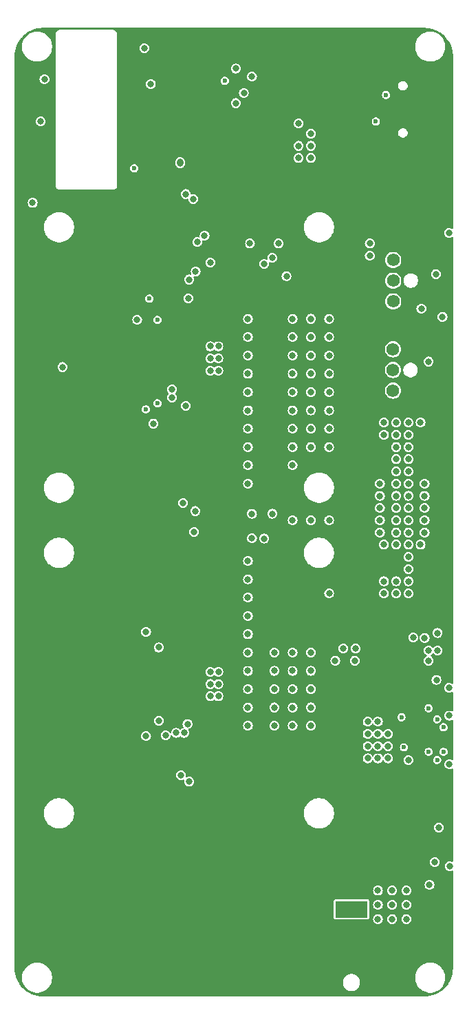
<source format=gbr>
%TF.GenerationSoftware,KiCad,Pcbnew,8.0.4*%
%TF.CreationDate,2024-11-04T21:15:06+01:00*%
%TF.ProjectId,BitForgeNano,42697446-6f72-4676-954e-616e6f2e6b69,rev?*%
%TF.SameCoordinates,Original*%
%TF.FileFunction,Copper,L5,Inr*%
%TF.FilePolarity,Positive*%
%FSLAX46Y46*%
G04 Gerber Fmt 4.6, Leading zero omitted, Abs format (unit mm)*
G04 Created by KiCad (PCBNEW 8.0.4) date 2024-11-04 21:15:06*
%MOMM*%
%LPD*%
G01*
G04 APERTURE LIST*
%TA.AperFunction,ComponentPad*%
%ADD10C,0.400000*%
%TD*%
%TA.AperFunction,ComponentPad*%
%ADD11C,1.574800*%
%TD*%
%TA.AperFunction,ComponentPad*%
%ADD12R,4.000000X2.000000*%
%TD*%
%TA.AperFunction,ComponentPad*%
%ADD13O,2.000000X3.500000*%
%TD*%
%TA.AperFunction,ComponentPad*%
%ADD14O,3.300000X2.000000*%
%TD*%
%TA.AperFunction,ComponentPad*%
%ADD15O,2.100000X1.000000*%
%TD*%
%TA.AperFunction,ComponentPad*%
%ADD16O,1.800000X1.000000*%
%TD*%
%TA.AperFunction,ViaPad*%
%ADD17C,0.800000*%
%TD*%
%TA.AperFunction,ViaPad*%
%ADD18C,0.600000*%
%TD*%
G04 APERTURE END LIST*
D10*
%TO.N,GND*%
%TO.C,U12*%
X116336483Y-132046762D03*
X114936483Y-132046762D03*
X113536483Y-132046762D03*
X117336483Y-133326762D03*
X116336483Y-133326762D03*
X114936483Y-133326762D03*
X113536483Y-133326762D03*
X112536483Y-133326762D03*
X116336483Y-134606762D03*
X114936483Y-134606762D03*
X113536483Y-134606762D03*
%TD*%
D11*
%TO.N,GND*%
%TO.C,J6*%
X114275334Y-78206162D03*
%TO.N,+5V*%
X114275334Y-80746162D03*
%TO.N,/Fan/FAN1_TACH*%
X114275334Y-83286162D03*
%TO.N,/Fan/FAN1_PWM*%
X114275334Y-85826162D03*
%TD*%
%TO.N,GND*%
%TO.C,J8*%
X114236483Y-89186762D03*
%TO.N,+5V*%
X114236483Y-91726762D03*
%TO.N,/Fan/FAN2_TACH*%
X114236483Y-94266762D03*
%TO.N,/Fan/FAN2_PWM*%
X114236483Y-96806762D03*
%TD*%
D12*
%TO.N,VIN*%
%TO.C,J1*%
X109136483Y-160526762D03*
D13*
%TO.N,GND*%
X104636483Y-167526762D03*
D14*
X109136483Y-166526762D03*
D13*
X113636483Y-167526762D03*
%TD*%
D15*
%TO.N,GND*%
%TO.C,J5*%
X114966483Y-66571762D03*
D16*
X119146483Y-66571762D03*
D15*
X114966483Y-57931762D03*
D16*
X119146483Y-57931762D03*
%TD*%
D17*
%TO.N,Net-(U13-TEMP_P)*%
X87050000Y-96650000D03*
%TO.N,Net-(U13-TEMP_N)*%
X87050000Y-97650000D03*
%TO.N,Net-(U3-TEMP_P)*%
X86250000Y-139150000D03*
%TO.N,3V3*%
X91750000Y-81050000D03*
X89750000Y-114150000D03*
%TO.N,Net-(U3-TEMP_N)*%
X87550000Y-138850000D03*
%TO.N,Net-(U3-BO)*%
X88550000Y-138850000D03*
%TO.N,Net-(U3-CLKO)*%
X88950000Y-137750000D03*
%TO.N,Net-(U3-CO)*%
X89150000Y-144850000D03*
%TO.N,/SDA*%
X89900000Y-111600000D03*
%TO.N,/SCL*%
X88400000Y-110600000D03*
%TO.N,/Domain/I_NRSTI*%
X91050000Y-77750000D03*
%TO.N,/Domain/I_CI*%
X89950000Y-82150000D03*
%TO.N,/RST*%
X88050000Y-68850000D03*
%TO.N,/RX*%
X89650000Y-73250000D03*
%TO.N,/TX*%
X88750000Y-72650000D03*
%TO.N,/Domain/CLKI*%
X89050000Y-85450000D03*
%TO.N,/Domain/I_RO*%
X89150000Y-83150000D03*
%TO.N,Net-(U3-RI)*%
X88150000Y-144050000D03*
%TO.N,Net-(U9-A1)*%
X90150000Y-78550000D03*
D18*
%TO.N,/Domain/1V2*%
X84250000Y-85500000D03*
X83820000Y-99100000D03*
D17*
X88733806Y-98650188D03*
X83850000Y-139250000D03*
X83850000Y-126450000D03*
D18*
%TO.N,/Domain/0V8*%
X85250000Y-88100000D03*
D17*
X73550000Y-93900000D03*
X84750000Y-100850000D03*
X85430000Y-137350000D03*
X82750000Y-88100000D03*
X85410000Y-128350000D03*
D18*
X85250000Y-98350000D03*
D17*
%TO.N,VDD*%
X91750000Y-131350000D03*
X91750000Y-92850000D03*
X91750000Y-94350000D03*
X92750000Y-132850000D03*
X91750000Y-91350000D03*
X92750000Y-131350000D03*
X91750000Y-134350000D03*
X92750000Y-92850000D03*
X92750000Y-94350000D03*
X92750000Y-91350000D03*
X91750000Y-132850000D03*
X92750000Y-134350000D03*
%TO.N,GND*%
X92650000Y-123250000D03*
X89250000Y-91350000D03*
X88250000Y-92850000D03*
X90250000Y-94350000D03*
X89250000Y-132850000D03*
X86250000Y-134350000D03*
X92150000Y-73950000D03*
X85650000Y-125700000D03*
X90250000Y-92850000D03*
X87250000Y-92850000D03*
X79950000Y-89000000D03*
X90400000Y-141200000D03*
X87250000Y-134350000D03*
X86250000Y-132850000D03*
X89250000Y-134350000D03*
X88250000Y-94350000D03*
X92650000Y-102350000D03*
X90250000Y-134350000D03*
X85650000Y-81850000D03*
X85850000Y-86650000D03*
X88250000Y-134350000D03*
X89250000Y-92850000D03*
X89250000Y-131350000D03*
X92850000Y-80450000D03*
X90250000Y-131350000D03*
X86250000Y-131350000D03*
X88250000Y-131350000D03*
X79950000Y-90500000D03*
X87050000Y-84250000D03*
X90250000Y-91350000D03*
X86750000Y-87650000D03*
X86250000Y-94350000D03*
X89250000Y-94350000D03*
X88550000Y-114150000D03*
X88250000Y-132850000D03*
X86250000Y-91350000D03*
X87250000Y-132850000D03*
X91750000Y-82350000D03*
X90250000Y-132850000D03*
X88250000Y-91350000D03*
X87250000Y-94350000D03*
X86250000Y-92850000D03*
X87250000Y-91350000D03*
X89950000Y-101992500D03*
X92650000Y-142450000D03*
X87250000Y-131350000D03*
%TO.N,/ESP32/INA_ALRT*%
X95886483Y-60226762D03*
X118736483Y-157526762D03*
%TO.N,/Power/PGOOD*%
X119736483Y-126576762D03*
X101136483Y-82726762D03*
%TO.N,+5V*%
X111136483Y-141976762D03*
X113636483Y-140476762D03*
X113636483Y-138976762D03*
X111136483Y-140476762D03*
X112386483Y-138976762D03*
X112386483Y-137476762D03*
X111136483Y-137476762D03*
X111136483Y-138976762D03*
X112386483Y-141976762D03*
X113636483Y-141976762D03*
X102636483Y-63976762D03*
X112386483Y-140476762D03*
%TO.N,3V3*%
X121136483Y-77426762D03*
X104136483Y-66726762D03*
X102636483Y-68226762D03*
X104136483Y-65226762D03*
X118136483Y-127176762D03*
X69886483Y-73726762D03*
X102636483Y-66726762D03*
X121236483Y-155226762D03*
D18*
X82386483Y-69476762D03*
D17*
X119536483Y-82476762D03*
X118636483Y-93226762D03*
X70886483Y-63726762D03*
X104136483Y-68226762D03*
D18*
X93536483Y-58726762D03*
%TO.N,Net-(U12-VSEL)*%
X120466483Y-141176762D03*
X120466483Y-138159169D03*
%TO.N,Net-(U12-ADRSEL)*%
X119676483Y-137176762D03*
X119676483Y-142176762D03*
D17*
%TO.N,/Fan/FAN1_PWM*%
X117736483Y-86726762D03*
%TO.N,/Fan/FAN1_TACH*%
X120336483Y-87726762D03*
%TO.N,/ESP32/VDD_SAMPLE_0*%
X83636483Y-54726762D03*
%TO.N,/Power/SMB_ALRT*%
X96636483Y-78726762D03*
X94886483Y-61476762D03*
D18*
%TO.N,Net-(U12-MSEL1)*%
X118636483Y-135826762D03*
X118636483Y-141176762D03*
D17*
%TO.N,/RST*%
X88036483Y-68726762D03*
D18*
%TO.N,Net-(U12-EN{slash}UVLO)*%
X115586483Y-140626762D03*
X115286483Y-136926762D03*
D17*
%TO.N,Net-(U12-BP1V5)*%
X121186483Y-136726762D03*
X119736483Y-128726762D03*
%TO.N,/Power/AGND*%
X116136483Y-142176762D03*
X119593676Y-132333955D03*
X121186483Y-142726762D03*
%TO.N,/ESP32/IO0*%
X84436483Y-59126762D03*
X71336483Y-58526762D03*
D18*
%TO.N,Net-(J5-CC2)*%
X113386483Y-60476762D03*
%TO.N,Net-(J5-CC1)*%
X112136483Y-63726762D03*
D17*
%TO.N,VDD*%
X106386483Y-103726762D03*
X117636483Y-100726762D03*
X99636483Y-133476762D03*
X99636483Y-128976762D03*
X112636483Y-109726762D03*
X101886483Y-128976762D03*
X121136483Y-133326762D03*
X104136483Y-92476762D03*
X106386483Y-101476762D03*
X99636483Y-135726762D03*
X101886483Y-101476762D03*
X96386483Y-105976762D03*
X106386483Y-90226762D03*
X114636483Y-102226762D03*
X118136483Y-114226762D03*
X101886483Y-103726762D03*
X96386483Y-101476762D03*
X116136483Y-108226762D03*
X96386483Y-124476762D03*
X101886483Y-96976762D03*
X104136483Y-96976762D03*
X114636483Y-103726762D03*
X116136483Y-120226762D03*
X96386483Y-137976762D03*
X106386483Y-87976762D03*
X118136483Y-111226762D03*
X101886483Y-87976762D03*
X116136483Y-106726762D03*
X104136483Y-131226762D03*
X114636483Y-106726762D03*
X112636483Y-108226762D03*
X104136483Y-99226762D03*
X96386483Y-87976762D03*
X96386483Y-90226762D03*
X114636483Y-112726762D03*
X101886483Y-135726762D03*
X116136483Y-103726762D03*
X116136483Y-117226762D03*
X116136483Y-112726762D03*
X116136483Y-111226762D03*
X104136483Y-94726762D03*
X116136483Y-100726762D03*
X96386483Y-108226762D03*
X104136483Y-137976762D03*
X113136483Y-121726762D03*
X96386483Y-122226762D03*
X101886483Y-133476762D03*
X101886483Y-92476762D03*
X113136483Y-100726762D03*
X114636483Y-105226762D03*
X96386483Y-131226762D03*
X113136483Y-120226762D03*
X96386483Y-133476762D03*
X106386483Y-121726762D03*
X106386483Y-112726762D03*
X104136483Y-112726762D03*
X106386483Y-96976762D03*
X116136483Y-121726762D03*
X104136483Y-101476762D03*
X114636483Y-120226762D03*
X96386483Y-126726762D03*
X96386483Y-94726762D03*
X114636483Y-111226762D03*
X104136483Y-128976762D03*
X106386483Y-99226762D03*
X96386483Y-117726762D03*
X101886483Y-94726762D03*
X118136483Y-112726762D03*
X114636483Y-109726762D03*
X116136483Y-102226762D03*
X104136483Y-87976762D03*
X101886483Y-137976762D03*
X114636483Y-100726762D03*
X96386483Y-96976762D03*
X106386483Y-92476762D03*
X101886483Y-99226762D03*
X96386483Y-92476762D03*
X114636483Y-108226762D03*
X104136483Y-103726762D03*
X106386483Y-94726762D03*
X101886483Y-105976762D03*
X114636483Y-114226762D03*
X116136483Y-118726762D03*
X116136483Y-105226762D03*
X96386483Y-135726762D03*
X99636483Y-131226762D03*
X118136483Y-108226762D03*
X116136483Y-109726762D03*
X112636483Y-112726762D03*
X104136483Y-135726762D03*
X104136483Y-90226762D03*
X96386483Y-119976762D03*
X96386483Y-103726762D03*
X99636483Y-137976762D03*
X116136483Y-114226762D03*
X116136483Y-115726762D03*
X114636483Y-121726762D03*
X96386483Y-99226762D03*
X101886483Y-131226762D03*
X101886483Y-112726762D03*
X113136483Y-102226762D03*
X104136483Y-133476762D03*
X96386483Y-128976762D03*
X112636483Y-114226762D03*
X112636483Y-111226762D03*
X117636483Y-115726762D03*
X118136483Y-109726762D03*
X113136483Y-115726762D03*
X114636483Y-115726762D03*
X101886483Y-90226762D03*
%TO.N,GND*%
X101136483Y-52726762D03*
X71136483Y-127726762D03*
X119236483Y-75626762D03*
X76136483Y-142726762D03*
X109386483Y-143476762D03*
X96136483Y-147726762D03*
X101136483Y-162726762D03*
X106136483Y-57726762D03*
X109386483Y-144976762D03*
X81136483Y-127726762D03*
X96136483Y-152726762D03*
X101136483Y-157726762D03*
X112136483Y-58926762D03*
X71136483Y-92726762D03*
X111136483Y-107976762D03*
X89536483Y-63026762D03*
X109386483Y-132976762D03*
X86136483Y-157726762D03*
X86136483Y-122726762D03*
X71136483Y-97726762D03*
X96136483Y-142726762D03*
X109386483Y-140476762D03*
X109386483Y-147976762D03*
X86136483Y-107726762D03*
X71136483Y-132726762D03*
X89536483Y-65826762D03*
X88136483Y-61626762D03*
X71136483Y-142726762D03*
X71136483Y-122726762D03*
X83336483Y-56626762D03*
X86136483Y-117726762D03*
X116136483Y-72726762D03*
X90936483Y-63026762D03*
X71136483Y-112726762D03*
X88136483Y-63026762D03*
X89536483Y-64426762D03*
X76136483Y-137726762D03*
X81136483Y-162726762D03*
X111136483Y-103726762D03*
X109636483Y-106726762D03*
X91136483Y-162726762D03*
X102576283Y-61526762D03*
X91136483Y-157726762D03*
X91136483Y-147726762D03*
X76136483Y-152726762D03*
X86736483Y-65826762D03*
X121136483Y-146476762D03*
X109636483Y-109726762D03*
X96136483Y-157726762D03*
X71136483Y-87726762D03*
X106136483Y-62726762D03*
X121136483Y-72726762D03*
X109386483Y-149476762D03*
X121136483Y-149476762D03*
X76136483Y-122726762D03*
X111136483Y-112726762D03*
X81136483Y-152726762D03*
X76136483Y-127726762D03*
X81136483Y-137726762D03*
X81136483Y-142726762D03*
X121136483Y-144976762D03*
X81136483Y-82726762D03*
X111136483Y-57726762D03*
X81136483Y-77726762D03*
X103136483Y-71476762D03*
X90936483Y-64426762D03*
X88136483Y-64426762D03*
X71136483Y-162726762D03*
X109636483Y-105226762D03*
X76136483Y-132726762D03*
X109386483Y-134476762D03*
X121136483Y-150976762D03*
X106136483Y-52726762D03*
X101136483Y-167726762D03*
X86136483Y-167726762D03*
X109636483Y-114226762D03*
X109386483Y-131476762D03*
X111136483Y-52726762D03*
X86736483Y-61626762D03*
X120036483Y-79126762D03*
X68136483Y-73476762D03*
X76136483Y-157726762D03*
X86136483Y-112726762D03*
X81136483Y-132726762D03*
X91136483Y-167726762D03*
X86736483Y-63026762D03*
X112136483Y-65726762D03*
X109386483Y-150976762D03*
X81136483Y-54826762D03*
X81136483Y-147726762D03*
X109636483Y-103726762D03*
X106136483Y-82726762D03*
X71136483Y-102726762D03*
X81136483Y-69926762D03*
X96136483Y-167726762D03*
X109386483Y-141976762D03*
X76136483Y-112726762D03*
X86136483Y-152726762D03*
X116936483Y-93051762D03*
X81136483Y-107726762D03*
X81136483Y-117726762D03*
X90936483Y-65826762D03*
X81136483Y-122726762D03*
X81536483Y-66226762D03*
X81136483Y-102726762D03*
X86136483Y-102726762D03*
X120052914Y-131256008D03*
X81136483Y-157726762D03*
X116136483Y-167726762D03*
X109636483Y-108226762D03*
X81136483Y-112726762D03*
X89536483Y-61626762D03*
X111136483Y-102226762D03*
X71136483Y-82726762D03*
X109386483Y-152476762D03*
X101136483Y-57726762D03*
X109636483Y-112726762D03*
X71136483Y-137726762D03*
X96136483Y-162726762D03*
X109636483Y-102226762D03*
X109636483Y-111226762D03*
X109386483Y-135976762D03*
X81136483Y-167726762D03*
X76136483Y-162726762D03*
X71136483Y-152726762D03*
X76136483Y-102726762D03*
X121136483Y-147976762D03*
X109386483Y-146476762D03*
X111136483Y-110226762D03*
X86136483Y-162726762D03*
X111136483Y-105726762D03*
X106136483Y-142726762D03*
X76136483Y-167726762D03*
X91136483Y-152726762D03*
X88136483Y-65826762D03*
X86736483Y-64426762D03*
X76136483Y-82726762D03*
X71136483Y-157726762D03*
%TO.N,VIN*%
X115886483Y-161726762D03*
X114136483Y-161726762D03*
X112386483Y-159976762D03*
X112386483Y-161726762D03*
X114136483Y-159976762D03*
X114136483Y-158226762D03*
X112386483Y-158226762D03*
X115886483Y-159976762D03*
X115886483Y-158226762D03*
%TO.N,/SDA*%
X96886483Y-114939262D03*
X109536483Y-129976762D03*
X119386483Y-154726762D03*
X118636483Y-129976762D03*
X96886483Y-58226762D03*
X111386483Y-80226762D03*
X107136483Y-129976762D03*
X98386483Y-81226762D03*
X98386483Y-114976762D03*
%TO.N,/SCL*%
X94886483Y-57226762D03*
X108136483Y-128476762D03*
X99386483Y-80476762D03*
X109636483Y-128476762D03*
%TO.N,/Power/SMB_ALRT*%
X100136483Y-78726762D03*
%TO.N,/SCL*%
X119886483Y-150476762D03*
X118636483Y-128726762D03*
X99386483Y-111926762D03*
X96886483Y-111926762D03*
%TO.N,/Power/SMB_ALRT*%
X116736483Y-127126762D03*
%TO.N,/SCL*%
X111386483Y-78726762D03*
%TO.N,GND*%
X79950000Y-95100000D03*
X79950000Y-93400000D03*
%TD*%
%TA.AperFunction,Conductor*%
%TO.N,GND*%
G36*
X118050904Y-52227281D02*
G01*
X118050908Y-52227283D01*
X118070596Y-52227283D01*
X118134053Y-52227283D01*
X118138910Y-52227402D01*
X118474643Y-52243894D01*
X118484304Y-52244845D01*
X118814406Y-52293810D01*
X118823932Y-52295706D01*
X118927903Y-52321748D01*
X119147632Y-52376786D01*
X119156908Y-52379600D01*
X119471126Y-52492028D01*
X119480088Y-52495741D01*
X119781759Y-52638419D01*
X119790310Y-52642989D01*
X120003419Y-52770721D01*
X120076540Y-52814548D01*
X120084618Y-52819945D01*
X120306925Y-52984817D01*
X120352658Y-53018734D01*
X120360168Y-53024898D01*
X120607414Y-53248987D01*
X120614284Y-53255856D01*
X120838369Y-53503094D01*
X120838394Y-53503121D01*
X120844557Y-53510632D01*
X121043331Y-53778647D01*
X121048729Y-53786724D01*
X121220292Y-54072957D01*
X121224872Y-54081526D01*
X121367547Y-54383183D01*
X121371265Y-54392158D01*
X121483687Y-54706352D01*
X121486507Y-54715650D01*
X121567590Y-55039349D01*
X121569485Y-55048877D01*
X121618449Y-55378955D01*
X121619402Y-55388624D01*
X121635864Y-55723669D01*
X121635983Y-55728527D01*
X121635983Y-76852375D01*
X121617076Y-76910566D01*
X121567576Y-76946530D01*
X121506390Y-76946530D01*
X121476717Y-76930918D01*
X121439321Y-76902224D01*
X121293249Y-76841719D01*
X121293241Y-76841717D01*
X121136484Y-76821080D01*
X121136482Y-76821080D01*
X120979724Y-76841717D01*
X120979716Y-76841719D01*
X120833644Y-76902224D01*
X120833643Y-76902224D01*
X120708206Y-76998475D01*
X120708196Y-76998485D01*
X120611945Y-77123922D01*
X120611945Y-77123923D01*
X120551440Y-77269995D01*
X120551438Y-77270003D01*
X120530801Y-77426761D01*
X120530801Y-77426762D01*
X120551438Y-77583520D01*
X120551440Y-77583528D01*
X120611945Y-77729600D01*
X120611945Y-77729601D01*
X120708196Y-77855038D01*
X120708201Y-77855044D01*
X120833642Y-77951298D01*
X120833643Y-77951298D01*
X120833644Y-77951299D01*
X120874208Y-77968101D01*
X120979721Y-78011806D01*
X121097292Y-78027284D01*
X121136482Y-78032444D01*
X121136483Y-78032444D01*
X121136484Y-78032444D01*
X121167835Y-78028316D01*
X121293245Y-78011806D01*
X121439324Y-77951298D01*
X121476716Y-77922605D01*
X121534392Y-77902182D01*
X121593057Y-77919560D01*
X121630305Y-77968101D01*
X121635983Y-78001148D01*
X121635983Y-132752375D01*
X121617076Y-132810566D01*
X121567576Y-132846530D01*
X121506390Y-132846530D01*
X121476717Y-132830918D01*
X121439321Y-132802224D01*
X121293249Y-132741719D01*
X121293241Y-132741717D01*
X121136484Y-132721080D01*
X121136482Y-132721080D01*
X120979724Y-132741717D01*
X120979716Y-132741719D01*
X120833644Y-132802224D01*
X120833643Y-132802224D01*
X120708206Y-132898475D01*
X120708196Y-132898485D01*
X120611945Y-133023922D01*
X120611945Y-133023923D01*
X120551440Y-133169995D01*
X120551438Y-133170003D01*
X120530801Y-133326761D01*
X120530801Y-133326762D01*
X120551438Y-133483520D01*
X120551440Y-133483528D01*
X120611945Y-133629600D01*
X120611945Y-133629601D01*
X120708196Y-133755038D01*
X120708201Y-133755044D01*
X120708205Y-133755047D01*
X120708206Y-133755048D01*
X120721120Y-133764957D01*
X120833642Y-133851298D01*
X120833643Y-133851298D01*
X120833644Y-133851299D01*
X120963396Y-133905044D01*
X120979721Y-133911806D01*
X121082363Y-133925319D01*
X121136482Y-133932444D01*
X121136483Y-133932444D01*
X121136484Y-133932444D01*
X121167835Y-133928316D01*
X121293245Y-133911806D01*
X121439324Y-133851298D01*
X121476716Y-133822605D01*
X121534392Y-133802182D01*
X121593057Y-133819560D01*
X121630305Y-133868101D01*
X121635983Y-133901148D01*
X121635983Y-136115426D01*
X121617076Y-136173617D01*
X121567576Y-136209581D01*
X121506390Y-136209581D01*
X121495339Y-136204661D01*
X121495320Y-136204709D01*
X121343249Y-136141719D01*
X121343241Y-136141717D01*
X121186484Y-136121080D01*
X121186482Y-136121080D01*
X121029724Y-136141717D01*
X121029716Y-136141719D01*
X120883644Y-136202224D01*
X120883643Y-136202224D01*
X120758206Y-136298475D01*
X120758196Y-136298485D01*
X120661945Y-136423922D01*
X120661945Y-136423923D01*
X120601440Y-136569995D01*
X120601438Y-136570003D01*
X120580801Y-136726761D01*
X120580801Y-136726762D01*
X120601438Y-136883520D01*
X120601440Y-136883528D01*
X120661945Y-137029600D01*
X120661945Y-137029601D01*
X120758196Y-137155038D01*
X120758201Y-137155044D01*
X120758205Y-137155047D01*
X120758206Y-137155048D01*
X120771120Y-137164957D01*
X120883642Y-137251298D01*
X121029721Y-137311806D01*
X121147292Y-137327284D01*
X121186482Y-137332444D01*
X121186483Y-137332444D01*
X121186484Y-137332444D01*
X121217835Y-137328316D01*
X121343245Y-137311806D01*
X121396953Y-137289559D01*
X121495320Y-137248815D01*
X121496036Y-137250545D01*
X121547316Y-137239638D01*
X121603216Y-137264516D01*
X121633816Y-137317499D01*
X121635983Y-137338097D01*
X121635983Y-142115426D01*
X121617076Y-142173617D01*
X121567576Y-142209581D01*
X121506390Y-142209581D01*
X121495339Y-142204661D01*
X121495320Y-142204709D01*
X121343249Y-142141719D01*
X121343241Y-142141717D01*
X121186484Y-142121080D01*
X121186482Y-142121080D01*
X121029724Y-142141717D01*
X121029716Y-142141719D01*
X120883644Y-142202224D01*
X120883643Y-142202224D01*
X120758206Y-142298475D01*
X120758196Y-142298485D01*
X120661945Y-142423922D01*
X120661945Y-142423923D01*
X120601440Y-142569995D01*
X120601438Y-142570003D01*
X120580801Y-142726761D01*
X120580801Y-142726762D01*
X120601438Y-142883520D01*
X120601440Y-142883528D01*
X120661945Y-143029600D01*
X120661945Y-143029601D01*
X120661947Y-143029603D01*
X120758201Y-143155044D01*
X120883642Y-143251298D01*
X121029721Y-143311806D01*
X121147292Y-143327284D01*
X121186482Y-143332444D01*
X121186483Y-143332444D01*
X121186484Y-143332444D01*
X121217835Y-143328316D01*
X121343245Y-143311806D01*
X121396953Y-143289559D01*
X121495320Y-143248815D01*
X121496036Y-143250545D01*
X121547316Y-143239638D01*
X121603216Y-143264516D01*
X121633816Y-143317499D01*
X121635983Y-143338097D01*
X121635983Y-154594099D01*
X121617076Y-154652290D01*
X121567576Y-154688254D01*
X121506390Y-154688254D01*
X121499098Y-154685563D01*
X121393250Y-154641719D01*
X121393241Y-154641717D01*
X121236484Y-154621080D01*
X121236482Y-154621080D01*
X121079724Y-154641717D01*
X121079716Y-154641719D01*
X120933644Y-154702224D01*
X120933643Y-154702224D01*
X120808206Y-154798475D01*
X120808196Y-154798485D01*
X120711945Y-154923922D01*
X120711945Y-154923923D01*
X120651440Y-155069995D01*
X120651438Y-155070003D01*
X120630801Y-155226761D01*
X120630801Y-155226762D01*
X120651438Y-155383520D01*
X120651440Y-155383528D01*
X120711945Y-155529600D01*
X120711945Y-155529601D01*
X120711947Y-155529603D01*
X120808201Y-155655044D01*
X120933642Y-155751298D01*
X120933643Y-155751298D01*
X120933644Y-155751299D01*
X121039457Y-155795128D01*
X121079721Y-155811806D01*
X121197292Y-155827284D01*
X121236482Y-155832444D01*
X121236483Y-155832444D01*
X121236484Y-155832444D01*
X121267835Y-155828316D01*
X121393245Y-155811806D01*
X121499098Y-155767959D01*
X121560094Y-155763159D01*
X121612263Y-155795128D01*
X121635678Y-155851656D01*
X121635983Y-155859424D01*
X121635983Y-167724316D01*
X121635864Y-167729175D01*
X121619365Y-168064912D01*
X121618412Y-168074580D01*
X121569446Y-168404657D01*
X121567551Y-168414186D01*
X121486465Y-168737883D01*
X121483645Y-168747180D01*
X121371221Y-169061377D01*
X121367503Y-169070352D01*
X121224828Y-169372010D01*
X121220248Y-169380579D01*
X121048691Y-169666802D01*
X121043293Y-169674879D01*
X120844513Y-169942902D01*
X120838350Y-169950412D01*
X120614255Y-170197663D01*
X120607386Y-170204533D01*
X120360126Y-170428638D01*
X120352616Y-170434801D01*
X120084593Y-170633583D01*
X120076515Y-170638981D01*
X119790294Y-170810539D01*
X119781726Y-170815118D01*
X119480057Y-170957801D01*
X119471081Y-170961519D01*
X119156907Y-171073937D01*
X119147610Y-171076758D01*
X118823903Y-171157847D01*
X118814375Y-171159742D01*
X118484299Y-171208710D01*
X118474631Y-171209663D01*
X118139324Y-171226142D01*
X118134467Y-171226261D01*
X118070582Y-171226262D01*
X118070581Y-171226263D01*
X118070579Y-171226263D01*
X71208934Y-171226291D01*
X71208466Y-171226262D01*
X71202377Y-171226262D01*
X71138921Y-171226262D01*
X71134063Y-171226143D01*
X70798328Y-171209648D01*
X70788659Y-171208695D01*
X70458585Y-171159731D01*
X70449057Y-171157836D01*
X70125365Y-171076754D01*
X70116067Y-171073934D01*
X69801875Y-170961512D01*
X69792899Y-170957794D01*
X69491241Y-170815118D01*
X69482673Y-170810538D01*
X69196453Y-170638982D01*
X69188375Y-170633584D01*
X68920355Y-170434804D01*
X68912845Y-170428641D01*
X68665588Y-170204537D01*
X68658719Y-170197667D01*
X68434633Y-169950424D01*
X68428469Y-169942914D01*
X68428460Y-169942902D01*
X68229677Y-169674869D01*
X68224300Y-169666823D01*
X68052723Y-169380560D01*
X68048156Y-169372012D01*
X67905482Y-169070347D01*
X67901773Y-169061392D01*
X67810210Y-168805483D01*
X68585983Y-168805483D01*
X68585983Y-169048062D01*
X68617644Y-169288554D01*
X68617644Y-169288559D01*
X68680427Y-169522865D01*
X68680431Y-169522878D01*
X68773255Y-169746977D01*
X68773257Y-169746981D01*
X68773259Y-169746985D01*
X68890708Y-169950412D01*
X68894549Y-169957065D01*
X69042212Y-170149504D01*
X69042214Y-170149506D01*
X69042218Y-170149511D01*
X69213745Y-170321038D01*
X69213749Y-170321041D01*
X69213751Y-170321043D01*
X69242026Y-170342739D01*
X69406194Y-170468709D01*
X69616271Y-170589997D01*
X69840383Y-170682827D01*
X70074694Y-170745611D01*
X70315195Y-170777273D01*
X70315196Y-170777273D01*
X70557770Y-170777273D01*
X70557771Y-170777273D01*
X70798272Y-170745611D01*
X71032583Y-170682827D01*
X71256695Y-170589997D01*
X71466772Y-170468709D01*
X71659221Y-170321038D01*
X71830748Y-170149511D01*
X71978419Y-169957062D01*
X72099707Y-169746985D01*
X72192537Y-169522873D01*
X72219219Y-169423294D01*
X108085983Y-169423294D01*
X108085983Y-169630229D01*
X108126352Y-169833180D01*
X108205541Y-170024359D01*
X108320503Y-170196413D01*
X108320506Y-170196417D01*
X108466828Y-170342739D01*
X108638885Y-170457703D01*
X108830063Y-170536892D01*
X109033018Y-170577262D01*
X109033019Y-170577262D01*
X109239947Y-170577262D01*
X109239948Y-170577262D01*
X109442903Y-170536892D01*
X109634081Y-170457703D01*
X109806138Y-170342739D01*
X109952460Y-170196417D01*
X110067424Y-170024360D01*
X110146613Y-169833182D01*
X110186983Y-169630227D01*
X110186983Y-169423297D01*
X110146613Y-169220342D01*
X110067424Y-169029164D01*
X109952460Y-168857107D01*
X109900836Y-168805483D01*
X116985983Y-168805483D01*
X116985983Y-169048062D01*
X117017644Y-169288554D01*
X117017644Y-169288559D01*
X117080427Y-169522865D01*
X117080431Y-169522878D01*
X117173255Y-169746977D01*
X117173257Y-169746981D01*
X117173259Y-169746985D01*
X117290708Y-169950412D01*
X117294549Y-169957065D01*
X117442212Y-170149504D01*
X117442214Y-170149506D01*
X117442218Y-170149511D01*
X117613745Y-170321038D01*
X117613749Y-170321041D01*
X117613751Y-170321043D01*
X117642026Y-170342739D01*
X117806194Y-170468709D01*
X118016271Y-170589997D01*
X118240383Y-170682827D01*
X118474694Y-170745611D01*
X118715195Y-170777273D01*
X118715196Y-170777273D01*
X118957770Y-170777273D01*
X118957771Y-170777273D01*
X119198272Y-170745611D01*
X119432583Y-170682827D01*
X119656695Y-170589997D01*
X119866772Y-170468709D01*
X120059221Y-170321038D01*
X120230748Y-170149511D01*
X120378419Y-169957062D01*
X120499707Y-169746985D01*
X120592537Y-169522873D01*
X120655321Y-169288562D01*
X120686983Y-169048061D01*
X120686983Y-168805485D01*
X120655321Y-168564984D01*
X120592537Y-168330673D01*
X120499707Y-168106561D01*
X120378419Y-167896484D01*
X120250039Y-167729175D01*
X120230753Y-167704041D01*
X120230751Y-167704039D01*
X120230748Y-167704035D01*
X120059221Y-167532508D01*
X120059216Y-167532504D01*
X120059214Y-167532502D01*
X119866775Y-167384839D01*
X119866772Y-167384837D01*
X119656695Y-167263549D01*
X119656691Y-167263547D01*
X119656687Y-167263545D01*
X119432588Y-167170721D01*
X119432587Y-167170720D01*
X119432583Y-167170719D01*
X119198272Y-167107935D01*
X119198269Y-167107934D01*
X119198267Y-167107934D01*
X118957772Y-167076273D01*
X118957771Y-167076273D01*
X118715195Y-167076273D01*
X118715193Y-167076273D01*
X118474701Y-167107934D01*
X118474696Y-167107934D01*
X118240390Y-167170717D01*
X118240377Y-167170721D01*
X118016278Y-167263545D01*
X117806190Y-167384839D01*
X117613751Y-167532502D01*
X117442212Y-167704041D01*
X117294549Y-167896480D01*
X117173255Y-168106568D01*
X117080431Y-168330667D01*
X117080427Y-168330680D01*
X117017644Y-168564986D01*
X117017644Y-168564991D01*
X116985983Y-168805483D01*
X109900836Y-168805483D01*
X109806138Y-168710785D01*
X109806134Y-168710782D01*
X109634080Y-168595820D01*
X109442901Y-168516631D01*
X109239950Y-168476262D01*
X109239948Y-168476262D01*
X109033018Y-168476262D01*
X109033015Y-168476262D01*
X108830064Y-168516631D01*
X108638885Y-168595820D01*
X108466831Y-168710782D01*
X108320503Y-168857110D01*
X108205541Y-169029164D01*
X108126352Y-169220343D01*
X108085983Y-169423294D01*
X72219219Y-169423294D01*
X72255321Y-169288562D01*
X72286983Y-169048061D01*
X72286983Y-168805485D01*
X72255321Y-168564984D01*
X72192537Y-168330673D01*
X72099707Y-168106561D01*
X71978419Y-167896484D01*
X71850039Y-167729175D01*
X71830753Y-167704041D01*
X71830751Y-167704039D01*
X71830748Y-167704035D01*
X71659221Y-167532508D01*
X71659216Y-167532504D01*
X71659214Y-167532502D01*
X71466775Y-167384839D01*
X71466772Y-167384837D01*
X71256695Y-167263549D01*
X71256691Y-167263547D01*
X71256687Y-167263545D01*
X71032588Y-167170721D01*
X71032587Y-167170720D01*
X71032583Y-167170719D01*
X70798272Y-167107935D01*
X70798269Y-167107934D01*
X70798267Y-167107934D01*
X70557772Y-167076273D01*
X70557771Y-167076273D01*
X70315195Y-167076273D01*
X70315193Y-167076273D01*
X70074701Y-167107934D01*
X70074696Y-167107934D01*
X69840390Y-167170717D01*
X69840377Y-167170721D01*
X69616278Y-167263545D01*
X69406190Y-167384839D01*
X69213751Y-167532502D01*
X69042212Y-167704041D01*
X68894549Y-167896480D01*
X68773255Y-168106568D01*
X68680431Y-168330667D01*
X68680427Y-168330680D01*
X68617644Y-168564986D01*
X68617644Y-168564991D01*
X68585983Y-168805483D01*
X67810210Y-168805483D01*
X67789348Y-168747177D01*
X67786536Y-168737906D01*
X67705455Y-168414199D01*
X67703560Y-168404676D01*
X67692583Y-168330673D01*
X67654598Y-168074578D01*
X67653647Y-168064916D01*
X67653647Y-168064912D01*
X67637109Y-167728220D01*
X67636992Y-167723469D01*
X67636992Y-159507015D01*
X106935983Y-159507015D01*
X106935983Y-161546508D01*
X106935984Y-161546520D01*
X106947615Y-161604989D01*
X106947616Y-161604993D01*
X106991931Y-161671314D01*
X107058252Y-161715629D01*
X107102714Y-161724473D01*
X107116724Y-161727260D01*
X107116729Y-161727260D01*
X107116735Y-161727262D01*
X107116736Y-161727262D01*
X111156230Y-161727262D01*
X111156231Y-161727262D01*
X111158750Y-161726761D01*
X111780801Y-161726761D01*
X111780801Y-161726762D01*
X111801438Y-161883520D01*
X111801440Y-161883528D01*
X111861945Y-162029600D01*
X111861945Y-162029601D01*
X111861947Y-162029603D01*
X111958201Y-162155044D01*
X112083642Y-162251298D01*
X112229721Y-162311806D01*
X112347292Y-162327284D01*
X112386482Y-162332444D01*
X112386483Y-162332444D01*
X112386484Y-162332444D01*
X112417835Y-162328316D01*
X112543245Y-162311806D01*
X112689324Y-162251298D01*
X112814765Y-162155044D01*
X112911019Y-162029603D01*
X112971527Y-161883524D01*
X112992165Y-161726762D01*
X112992165Y-161726761D01*
X113530801Y-161726761D01*
X113530801Y-161726762D01*
X113551438Y-161883520D01*
X113551440Y-161883528D01*
X113611945Y-162029600D01*
X113611945Y-162029601D01*
X113611947Y-162029603D01*
X113708201Y-162155044D01*
X113833642Y-162251298D01*
X113979721Y-162311806D01*
X114097292Y-162327284D01*
X114136482Y-162332444D01*
X114136483Y-162332444D01*
X114136484Y-162332444D01*
X114167835Y-162328316D01*
X114293245Y-162311806D01*
X114439324Y-162251298D01*
X114564765Y-162155044D01*
X114661019Y-162029603D01*
X114721527Y-161883524D01*
X114742165Y-161726762D01*
X114742165Y-161726761D01*
X115280801Y-161726761D01*
X115280801Y-161726762D01*
X115301438Y-161883520D01*
X115301440Y-161883528D01*
X115361945Y-162029600D01*
X115361945Y-162029601D01*
X115361947Y-162029603D01*
X115458201Y-162155044D01*
X115583642Y-162251298D01*
X115729721Y-162311806D01*
X115847292Y-162327284D01*
X115886482Y-162332444D01*
X115886483Y-162332444D01*
X115886484Y-162332444D01*
X115917835Y-162328316D01*
X116043245Y-162311806D01*
X116189324Y-162251298D01*
X116314765Y-162155044D01*
X116411019Y-162029603D01*
X116471527Y-161883524D01*
X116492165Y-161726762D01*
X116471527Y-161570000D01*
X116411020Y-161423923D01*
X116411020Y-161423922D01*
X116314769Y-161298485D01*
X116314768Y-161298484D01*
X116314765Y-161298480D01*
X116314760Y-161298476D01*
X116314759Y-161298475D01*
X116189321Y-161202224D01*
X116043249Y-161141719D01*
X116043241Y-161141717D01*
X115886484Y-161121080D01*
X115886482Y-161121080D01*
X115729724Y-161141717D01*
X115729716Y-161141719D01*
X115583644Y-161202224D01*
X115583643Y-161202224D01*
X115458206Y-161298475D01*
X115458196Y-161298485D01*
X115361945Y-161423922D01*
X115361945Y-161423923D01*
X115301440Y-161569995D01*
X115301438Y-161570003D01*
X115280801Y-161726761D01*
X114742165Y-161726761D01*
X114721527Y-161570000D01*
X114661020Y-161423923D01*
X114661020Y-161423922D01*
X114564769Y-161298485D01*
X114564768Y-161298484D01*
X114564765Y-161298480D01*
X114564760Y-161298476D01*
X114564759Y-161298475D01*
X114439321Y-161202224D01*
X114293249Y-161141719D01*
X114293241Y-161141717D01*
X114136484Y-161121080D01*
X114136482Y-161121080D01*
X113979724Y-161141717D01*
X113979716Y-161141719D01*
X113833644Y-161202224D01*
X113833643Y-161202224D01*
X113708206Y-161298475D01*
X113708196Y-161298485D01*
X113611945Y-161423922D01*
X113611945Y-161423923D01*
X113551440Y-161569995D01*
X113551438Y-161570003D01*
X113530801Y-161726761D01*
X112992165Y-161726761D01*
X112971527Y-161570000D01*
X112911020Y-161423923D01*
X112911020Y-161423922D01*
X112814769Y-161298485D01*
X112814768Y-161298484D01*
X112814765Y-161298480D01*
X112814760Y-161298476D01*
X112814759Y-161298475D01*
X112689321Y-161202224D01*
X112543249Y-161141719D01*
X112543241Y-161141717D01*
X112386484Y-161121080D01*
X112386482Y-161121080D01*
X112229724Y-161141717D01*
X112229716Y-161141719D01*
X112083644Y-161202224D01*
X112083643Y-161202224D01*
X111958206Y-161298475D01*
X111958196Y-161298485D01*
X111861945Y-161423922D01*
X111861945Y-161423923D01*
X111801440Y-161569995D01*
X111801438Y-161570003D01*
X111780801Y-161726761D01*
X111158750Y-161726761D01*
X111214714Y-161715629D01*
X111281035Y-161671314D01*
X111325350Y-161604993D01*
X111336983Y-161546510D01*
X111336983Y-159976761D01*
X111780801Y-159976761D01*
X111780801Y-159976762D01*
X111801438Y-160133520D01*
X111801440Y-160133528D01*
X111861945Y-160279600D01*
X111861945Y-160279601D01*
X111861947Y-160279603D01*
X111958201Y-160405044D01*
X112083642Y-160501298D01*
X112229721Y-160561806D01*
X112347292Y-160577284D01*
X112386482Y-160582444D01*
X112386483Y-160582444D01*
X112386484Y-160582444D01*
X112417835Y-160578316D01*
X112543245Y-160561806D01*
X112689324Y-160501298D01*
X112814765Y-160405044D01*
X112911019Y-160279603D01*
X112971527Y-160133524D01*
X112992165Y-159976762D01*
X112992165Y-159976761D01*
X113530801Y-159976761D01*
X113530801Y-159976762D01*
X113551438Y-160133520D01*
X113551440Y-160133528D01*
X113611945Y-160279600D01*
X113611945Y-160279601D01*
X113611947Y-160279603D01*
X113708201Y-160405044D01*
X113833642Y-160501298D01*
X113979721Y-160561806D01*
X114097292Y-160577284D01*
X114136482Y-160582444D01*
X114136483Y-160582444D01*
X114136484Y-160582444D01*
X114167835Y-160578316D01*
X114293245Y-160561806D01*
X114439324Y-160501298D01*
X114564765Y-160405044D01*
X114661019Y-160279603D01*
X114721527Y-160133524D01*
X114742165Y-159976762D01*
X114742165Y-159976761D01*
X115280801Y-159976761D01*
X115280801Y-159976762D01*
X115301438Y-160133520D01*
X115301440Y-160133528D01*
X115361945Y-160279600D01*
X115361945Y-160279601D01*
X115361947Y-160279603D01*
X115458201Y-160405044D01*
X115583642Y-160501298D01*
X115729721Y-160561806D01*
X115847292Y-160577284D01*
X115886482Y-160582444D01*
X115886483Y-160582444D01*
X115886484Y-160582444D01*
X115917835Y-160578316D01*
X116043245Y-160561806D01*
X116189324Y-160501298D01*
X116314765Y-160405044D01*
X116411019Y-160279603D01*
X116471527Y-160133524D01*
X116492165Y-159976762D01*
X116471527Y-159820000D01*
X116411020Y-159673923D01*
X116411020Y-159673922D01*
X116314769Y-159548485D01*
X116314768Y-159548484D01*
X116314765Y-159548480D01*
X116314760Y-159548476D01*
X116314759Y-159548475D01*
X116189321Y-159452224D01*
X116043249Y-159391719D01*
X116043241Y-159391717D01*
X115886484Y-159371080D01*
X115886482Y-159371080D01*
X115729724Y-159391717D01*
X115729716Y-159391719D01*
X115583644Y-159452224D01*
X115583643Y-159452224D01*
X115458206Y-159548475D01*
X115458196Y-159548485D01*
X115361945Y-159673922D01*
X115361945Y-159673923D01*
X115301440Y-159819995D01*
X115301438Y-159820003D01*
X115280801Y-159976761D01*
X114742165Y-159976761D01*
X114721527Y-159820000D01*
X114661020Y-159673923D01*
X114661020Y-159673922D01*
X114564769Y-159548485D01*
X114564768Y-159548484D01*
X114564765Y-159548480D01*
X114564760Y-159548476D01*
X114564759Y-159548475D01*
X114439321Y-159452224D01*
X114293249Y-159391719D01*
X114293241Y-159391717D01*
X114136484Y-159371080D01*
X114136482Y-159371080D01*
X113979724Y-159391717D01*
X113979716Y-159391719D01*
X113833644Y-159452224D01*
X113833643Y-159452224D01*
X113708206Y-159548475D01*
X113708196Y-159548485D01*
X113611945Y-159673922D01*
X113611945Y-159673923D01*
X113551440Y-159819995D01*
X113551438Y-159820003D01*
X113530801Y-159976761D01*
X112992165Y-159976761D01*
X112971527Y-159820000D01*
X112911020Y-159673923D01*
X112911020Y-159673922D01*
X112814769Y-159548485D01*
X112814768Y-159548484D01*
X112814765Y-159548480D01*
X112814760Y-159548476D01*
X112814759Y-159548475D01*
X112689321Y-159452224D01*
X112543249Y-159391719D01*
X112543241Y-159391717D01*
X112386484Y-159371080D01*
X112386482Y-159371080D01*
X112229724Y-159391717D01*
X112229716Y-159391719D01*
X112083644Y-159452224D01*
X112083643Y-159452224D01*
X111958206Y-159548475D01*
X111958196Y-159548485D01*
X111861945Y-159673922D01*
X111861945Y-159673923D01*
X111801440Y-159819995D01*
X111801438Y-159820003D01*
X111780801Y-159976761D01*
X111336983Y-159976761D01*
X111336983Y-159507014D01*
X111325350Y-159448531D01*
X111281035Y-159382210D01*
X111281031Y-159382207D01*
X111214716Y-159337896D01*
X111214714Y-159337895D01*
X111214711Y-159337894D01*
X111214710Y-159337894D01*
X111156241Y-159326263D01*
X111156231Y-159326262D01*
X107116735Y-159326262D01*
X107116734Y-159326262D01*
X107116724Y-159326263D01*
X107058255Y-159337894D01*
X107058249Y-159337896D01*
X106991934Y-159382207D01*
X106991928Y-159382213D01*
X106947617Y-159448528D01*
X106947615Y-159448534D01*
X106935984Y-159507003D01*
X106935983Y-159507015D01*
X67636992Y-159507015D01*
X67636992Y-158226761D01*
X111780801Y-158226761D01*
X111780801Y-158226762D01*
X111801438Y-158383520D01*
X111801440Y-158383528D01*
X111861945Y-158529600D01*
X111861945Y-158529601D01*
X111861947Y-158529603D01*
X111958201Y-158655044D01*
X112083642Y-158751298D01*
X112229721Y-158811806D01*
X112347292Y-158827284D01*
X112386482Y-158832444D01*
X112386483Y-158832444D01*
X112386484Y-158832444D01*
X112417835Y-158828316D01*
X112543245Y-158811806D01*
X112689324Y-158751298D01*
X112814765Y-158655044D01*
X112911019Y-158529603D01*
X112971527Y-158383524D01*
X112992165Y-158226762D01*
X112992165Y-158226761D01*
X113530801Y-158226761D01*
X113530801Y-158226762D01*
X113551438Y-158383520D01*
X113551440Y-158383528D01*
X113611945Y-158529600D01*
X113611945Y-158529601D01*
X113611947Y-158529603D01*
X113708201Y-158655044D01*
X113833642Y-158751298D01*
X113979721Y-158811806D01*
X114097292Y-158827284D01*
X114136482Y-158832444D01*
X114136483Y-158832444D01*
X114136484Y-158832444D01*
X114167835Y-158828316D01*
X114293245Y-158811806D01*
X114439324Y-158751298D01*
X114564765Y-158655044D01*
X114661019Y-158529603D01*
X114721527Y-158383524D01*
X114742165Y-158226762D01*
X114742165Y-158226761D01*
X115280801Y-158226761D01*
X115280801Y-158226762D01*
X115301438Y-158383520D01*
X115301440Y-158383528D01*
X115361945Y-158529600D01*
X115361945Y-158529601D01*
X115361947Y-158529603D01*
X115458201Y-158655044D01*
X115583642Y-158751298D01*
X115729721Y-158811806D01*
X115847292Y-158827284D01*
X115886482Y-158832444D01*
X115886483Y-158832444D01*
X115886484Y-158832444D01*
X115917835Y-158828316D01*
X116043245Y-158811806D01*
X116189324Y-158751298D01*
X116314765Y-158655044D01*
X116411019Y-158529603D01*
X116471527Y-158383524D01*
X116492165Y-158226762D01*
X116471527Y-158070000D01*
X116411020Y-157923923D01*
X116411020Y-157923922D01*
X116314769Y-157798485D01*
X116314768Y-157798484D01*
X116314765Y-157798480D01*
X116314760Y-157798476D01*
X116314759Y-157798475D01*
X116189321Y-157702224D01*
X116043249Y-157641719D01*
X116043241Y-157641717D01*
X115886484Y-157621080D01*
X115886482Y-157621080D01*
X115729724Y-157641717D01*
X115729716Y-157641719D01*
X115583644Y-157702224D01*
X115583643Y-157702224D01*
X115458206Y-157798475D01*
X115458196Y-157798485D01*
X115361945Y-157923922D01*
X115361945Y-157923923D01*
X115301440Y-158069995D01*
X115301438Y-158070003D01*
X115280801Y-158226761D01*
X114742165Y-158226761D01*
X114721527Y-158070000D01*
X114661020Y-157923923D01*
X114661020Y-157923922D01*
X114564769Y-157798485D01*
X114564768Y-157798484D01*
X114564765Y-157798480D01*
X114564760Y-157798476D01*
X114564759Y-157798475D01*
X114439321Y-157702224D01*
X114293249Y-157641719D01*
X114293241Y-157641717D01*
X114136484Y-157621080D01*
X114136482Y-157621080D01*
X113979724Y-157641717D01*
X113979716Y-157641719D01*
X113833644Y-157702224D01*
X113833643Y-157702224D01*
X113708206Y-157798475D01*
X113708196Y-157798485D01*
X113611945Y-157923922D01*
X113611945Y-157923923D01*
X113551440Y-158069995D01*
X113551438Y-158070003D01*
X113530801Y-158226761D01*
X112992165Y-158226761D01*
X112971527Y-158070000D01*
X112911020Y-157923923D01*
X112911020Y-157923922D01*
X112814769Y-157798485D01*
X112814768Y-157798484D01*
X112814765Y-157798480D01*
X112814760Y-157798476D01*
X112814759Y-157798475D01*
X112689321Y-157702224D01*
X112543249Y-157641719D01*
X112543241Y-157641717D01*
X112386484Y-157621080D01*
X112386482Y-157621080D01*
X112229724Y-157641717D01*
X112229716Y-157641719D01*
X112083644Y-157702224D01*
X112083643Y-157702224D01*
X111958206Y-157798475D01*
X111958196Y-157798485D01*
X111861945Y-157923922D01*
X111861945Y-157923923D01*
X111801440Y-158069995D01*
X111801438Y-158070003D01*
X111780801Y-158226761D01*
X67636992Y-158226761D01*
X67636992Y-157526761D01*
X118130801Y-157526761D01*
X118130801Y-157526762D01*
X118151438Y-157683520D01*
X118151440Y-157683528D01*
X118211945Y-157829600D01*
X118211945Y-157829601D01*
X118284320Y-157923922D01*
X118308201Y-157955044D01*
X118433642Y-158051298D01*
X118433643Y-158051298D01*
X118433644Y-158051299D01*
X118579716Y-158111804D01*
X118579721Y-158111806D01*
X118697292Y-158127284D01*
X118736482Y-158132444D01*
X118736483Y-158132444D01*
X118736484Y-158132444D01*
X118767835Y-158128316D01*
X118893245Y-158111806D01*
X119039324Y-158051298D01*
X119164765Y-157955044D01*
X119261019Y-157829603D01*
X119321527Y-157683524D01*
X119342165Y-157526762D01*
X119321527Y-157370000D01*
X119261020Y-157223923D01*
X119261020Y-157223922D01*
X119164769Y-157098485D01*
X119164768Y-157098484D01*
X119164765Y-157098480D01*
X119164760Y-157098476D01*
X119164759Y-157098475D01*
X119039321Y-157002224D01*
X118893249Y-156941719D01*
X118893241Y-156941717D01*
X118736484Y-156921080D01*
X118736482Y-156921080D01*
X118579724Y-156941717D01*
X118579716Y-156941719D01*
X118433644Y-157002224D01*
X118433643Y-157002224D01*
X118308206Y-157098475D01*
X118308196Y-157098485D01*
X118211945Y-157223922D01*
X118211945Y-157223923D01*
X118151440Y-157369995D01*
X118151438Y-157370003D01*
X118130801Y-157526761D01*
X67636992Y-157526761D01*
X67636992Y-154726761D01*
X118780801Y-154726761D01*
X118780801Y-154726762D01*
X118801438Y-154883520D01*
X118801440Y-154883528D01*
X118861945Y-155029600D01*
X118861945Y-155029601D01*
X118958196Y-155155038D01*
X118958201Y-155155044D01*
X119083642Y-155251298D01*
X119229721Y-155311806D01*
X119347292Y-155327284D01*
X119386482Y-155332444D01*
X119386483Y-155332444D01*
X119386484Y-155332444D01*
X119417835Y-155328316D01*
X119543245Y-155311806D01*
X119689324Y-155251298D01*
X119814765Y-155155044D01*
X119911019Y-155029603D01*
X119971527Y-154883524D01*
X119992165Y-154726762D01*
X119971527Y-154570000D01*
X119911020Y-154423923D01*
X119911020Y-154423922D01*
X119814769Y-154298485D01*
X119814768Y-154298484D01*
X119814765Y-154298480D01*
X119814760Y-154298476D01*
X119814759Y-154298475D01*
X119689321Y-154202224D01*
X119543249Y-154141719D01*
X119543241Y-154141717D01*
X119386484Y-154121080D01*
X119386482Y-154121080D01*
X119229724Y-154141717D01*
X119229716Y-154141719D01*
X119083644Y-154202224D01*
X119083643Y-154202224D01*
X118958206Y-154298475D01*
X118958196Y-154298485D01*
X118861945Y-154423922D01*
X118861945Y-154423923D01*
X118801440Y-154569995D01*
X118801438Y-154570003D01*
X118780801Y-154726761D01*
X67636992Y-154726761D01*
X67636991Y-148605472D01*
X71285983Y-148605472D01*
X71285983Y-148848051D01*
X71317644Y-149088543D01*
X71317644Y-149088548D01*
X71380427Y-149322854D01*
X71380431Y-149322867D01*
X71473255Y-149546966D01*
X71473257Y-149546970D01*
X71473259Y-149546974D01*
X71594547Y-149757051D01*
X71594549Y-149757054D01*
X71742212Y-149949493D01*
X71742214Y-149949495D01*
X71742218Y-149949500D01*
X71913745Y-150121027D01*
X71913749Y-150121030D01*
X71913751Y-150121032D01*
X72106190Y-150268695D01*
X72106194Y-150268698D01*
X72316271Y-150389986D01*
X72540383Y-150482816D01*
X72774694Y-150545600D01*
X73015195Y-150577262D01*
X73015196Y-150577262D01*
X73257770Y-150577262D01*
X73257771Y-150577262D01*
X73498272Y-150545600D01*
X73732583Y-150482816D01*
X73956695Y-150389986D01*
X74166772Y-150268698D01*
X74359221Y-150121027D01*
X74530748Y-149949500D01*
X74678419Y-149757051D01*
X74799707Y-149546974D01*
X74892537Y-149322862D01*
X74955321Y-149088551D01*
X74986983Y-148848050D01*
X74986983Y-148605474D01*
X74986983Y-148605472D01*
X103285983Y-148605472D01*
X103285983Y-148848051D01*
X103317644Y-149088543D01*
X103317644Y-149088548D01*
X103380427Y-149322854D01*
X103380431Y-149322867D01*
X103473255Y-149546966D01*
X103473257Y-149546970D01*
X103473259Y-149546974D01*
X103594547Y-149757051D01*
X103594549Y-149757054D01*
X103742212Y-149949493D01*
X103742214Y-149949495D01*
X103742218Y-149949500D01*
X103913745Y-150121027D01*
X103913749Y-150121030D01*
X103913751Y-150121032D01*
X104106190Y-150268695D01*
X104106194Y-150268698D01*
X104316271Y-150389986D01*
X104540383Y-150482816D01*
X104774694Y-150545600D01*
X105015195Y-150577262D01*
X105015196Y-150577262D01*
X105257770Y-150577262D01*
X105257771Y-150577262D01*
X105498272Y-150545600D01*
X105732583Y-150482816D01*
X105747201Y-150476761D01*
X119280801Y-150476761D01*
X119280801Y-150476762D01*
X119301438Y-150633520D01*
X119301440Y-150633528D01*
X119361945Y-150779600D01*
X119361945Y-150779601D01*
X119361947Y-150779603D01*
X119458201Y-150905044D01*
X119583642Y-151001298D01*
X119729721Y-151061806D01*
X119847292Y-151077284D01*
X119886482Y-151082444D01*
X119886483Y-151082444D01*
X119886484Y-151082444D01*
X119917835Y-151078316D01*
X120043245Y-151061806D01*
X120189324Y-151001298D01*
X120314765Y-150905044D01*
X120411019Y-150779603D01*
X120471527Y-150633524D01*
X120492165Y-150476762D01*
X120471527Y-150320000D01*
X120411020Y-150173923D01*
X120411020Y-150173922D01*
X120314769Y-150048485D01*
X120314768Y-150048484D01*
X120314765Y-150048480D01*
X120314760Y-150048476D01*
X120314759Y-150048475D01*
X120189321Y-149952224D01*
X120043249Y-149891719D01*
X120043241Y-149891717D01*
X119886484Y-149871080D01*
X119886482Y-149871080D01*
X119729724Y-149891717D01*
X119729716Y-149891719D01*
X119583644Y-149952224D01*
X119583643Y-149952224D01*
X119458206Y-150048475D01*
X119458196Y-150048485D01*
X119361945Y-150173922D01*
X119361945Y-150173923D01*
X119301440Y-150319995D01*
X119301438Y-150320003D01*
X119280801Y-150476761D01*
X105747201Y-150476761D01*
X105956695Y-150389986D01*
X106166772Y-150268698D01*
X106359221Y-150121027D01*
X106530748Y-149949500D01*
X106678419Y-149757051D01*
X106799707Y-149546974D01*
X106892537Y-149322862D01*
X106955321Y-149088551D01*
X106986983Y-148848050D01*
X106986983Y-148605474D01*
X106955321Y-148364973D01*
X106892537Y-148130662D01*
X106799707Y-147906550D01*
X106678419Y-147696473D01*
X106530748Y-147504024D01*
X106359221Y-147332497D01*
X106359216Y-147332493D01*
X106359214Y-147332491D01*
X106166775Y-147184828D01*
X106166772Y-147184826D01*
X105956695Y-147063538D01*
X105956691Y-147063536D01*
X105956687Y-147063534D01*
X105732588Y-146970710D01*
X105732587Y-146970709D01*
X105732583Y-146970708D01*
X105498272Y-146907924D01*
X105498269Y-146907923D01*
X105498267Y-146907923D01*
X105257772Y-146876262D01*
X105257771Y-146876262D01*
X105015195Y-146876262D01*
X105015193Y-146876262D01*
X104774701Y-146907923D01*
X104774696Y-146907923D01*
X104540390Y-146970706D01*
X104540377Y-146970710D01*
X104316278Y-147063534D01*
X104106190Y-147184828D01*
X103913751Y-147332491D01*
X103742212Y-147504030D01*
X103594549Y-147696469D01*
X103473255Y-147906557D01*
X103380431Y-148130656D01*
X103380427Y-148130669D01*
X103317644Y-148364975D01*
X103317644Y-148364980D01*
X103285983Y-148605472D01*
X74986983Y-148605472D01*
X74955321Y-148364973D01*
X74892537Y-148130662D01*
X74799707Y-147906550D01*
X74678419Y-147696473D01*
X74530748Y-147504024D01*
X74359221Y-147332497D01*
X74359216Y-147332493D01*
X74359214Y-147332491D01*
X74166775Y-147184828D01*
X74166772Y-147184826D01*
X73956695Y-147063538D01*
X73956691Y-147063536D01*
X73956687Y-147063534D01*
X73732588Y-146970710D01*
X73732587Y-146970709D01*
X73732583Y-146970708D01*
X73498272Y-146907924D01*
X73498269Y-146907923D01*
X73498267Y-146907923D01*
X73257772Y-146876262D01*
X73257771Y-146876262D01*
X73015195Y-146876262D01*
X73015193Y-146876262D01*
X72774701Y-146907923D01*
X72774696Y-146907923D01*
X72540390Y-146970706D01*
X72540377Y-146970710D01*
X72316278Y-147063534D01*
X72106190Y-147184828D01*
X71913751Y-147332491D01*
X71742212Y-147504030D01*
X71594549Y-147696469D01*
X71473255Y-147906557D01*
X71380431Y-148130656D01*
X71380427Y-148130669D01*
X71317644Y-148364975D01*
X71317644Y-148364980D01*
X71285983Y-148605472D01*
X67636991Y-148605472D01*
X67636991Y-144049999D01*
X87544318Y-144049999D01*
X87544318Y-144050000D01*
X87564955Y-144206758D01*
X87564957Y-144206766D01*
X87625462Y-144352838D01*
X87625462Y-144352839D01*
X87721713Y-144478276D01*
X87721718Y-144478282D01*
X87847159Y-144574536D01*
X87847160Y-144574536D01*
X87847161Y-144574537D01*
X87870468Y-144584191D01*
X87993238Y-144635044D01*
X88110809Y-144650522D01*
X88149999Y-144655682D01*
X88150000Y-144655682D01*
X88150001Y-144655682D01*
X88181352Y-144651554D01*
X88306762Y-144635044D01*
X88429532Y-144584190D01*
X88490527Y-144579390D01*
X88542696Y-144611359D01*
X88566111Y-144667887D01*
X88565569Y-144688577D01*
X88544318Y-144849999D01*
X88544318Y-144850000D01*
X88564955Y-145006758D01*
X88564957Y-145006766D01*
X88625462Y-145152838D01*
X88625462Y-145152839D01*
X88625464Y-145152841D01*
X88721718Y-145278282D01*
X88847159Y-145374536D01*
X88993238Y-145435044D01*
X89110809Y-145450522D01*
X89149999Y-145455682D01*
X89150000Y-145455682D01*
X89150001Y-145455682D01*
X89181352Y-145451554D01*
X89306762Y-145435044D01*
X89452841Y-145374536D01*
X89578282Y-145278282D01*
X89674536Y-145152841D01*
X89735044Y-145006762D01*
X89755682Y-144850000D01*
X89735044Y-144693238D01*
X89687887Y-144579390D01*
X89674537Y-144547161D01*
X89674537Y-144547160D01*
X89578286Y-144421723D01*
X89578285Y-144421722D01*
X89578282Y-144421718D01*
X89578277Y-144421714D01*
X89578276Y-144421713D01*
X89488517Y-144352839D01*
X89452841Y-144325464D01*
X89452840Y-144325463D01*
X89452838Y-144325462D01*
X89306766Y-144264957D01*
X89306758Y-144264955D01*
X89150001Y-144244318D01*
X89149999Y-144244318D01*
X88993241Y-144264955D01*
X88993232Y-144264957D01*
X88870468Y-144315808D01*
X88809471Y-144320609D01*
X88757302Y-144288639D01*
X88733888Y-144232111D01*
X88734430Y-144211422D01*
X88735045Y-144206758D01*
X88755682Y-144050000D01*
X88735044Y-143893238D01*
X88674537Y-143747161D01*
X88674537Y-143747160D01*
X88578286Y-143621723D01*
X88578285Y-143621722D01*
X88578282Y-143621718D01*
X88578277Y-143621714D01*
X88578276Y-143621713D01*
X88452838Y-143525462D01*
X88306766Y-143464957D01*
X88306758Y-143464955D01*
X88150001Y-143444318D01*
X88149999Y-143444318D01*
X87993241Y-143464955D01*
X87993233Y-143464957D01*
X87847161Y-143525462D01*
X87847160Y-143525462D01*
X87721723Y-143621713D01*
X87721713Y-143621723D01*
X87625462Y-143747160D01*
X87625462Y-143747161D01*
X87564957Y-143893233D01*
X87564955Y-143893241D01*
X87544318Y-144049999D01*
X67636991Y-144049999D01*
X67636990Y-141976761D01*
X110530801Y-141976761D01*
X110530801Y-141976762D01*
X110551438Y-142133520D01*
X110551440Y-142133528D01*
X110611945Y-142279600D01*
X110611945Y-142279601D01*
X110653325Y-142333528D01*
X110708201Y-142405044D01*
X110833642Y-142501298D01*
X110979721Y-142561806D01*
X111097292Y-142577284D01*
X111136482Y-142582444D01*
X111136483Y-142582444D01*
X111136484Y-142582444D01*
X111167835Y-142578316D01*
X111293245Y-142561806D01*
X111439324Y-142501298D01*
X111564765Y-142405044D01*
X111661019Y-142279603D01*
X111670019Y-142257876D01*
X111709755Y-142211350D01*
X111769250Y-142197066D01*
X111825778Y-142220480D01*
X111852947Y-142257876D01*
X111861945Y-142279600D01*
X111861945Y-142279601D01*
X111903325Y-142333528D01*
X111958201Y-142405044D01*
X112083642Y-142501298D01*
X112229721Y-142561806D01*
X112347292Y-142577284D01*
X112386482Y-142582444D01*
X112386483Y-142582444D01*
X112386484Y-142582444D01*
X112417835Y-142578316D01*
X112543245Y-142561806D01*
X112689324Y-142501298D01*
X112814765Y-142405044D01*
X112911019Y-142279603D01*
X112920019Y-142257876D01*
X112959755Y-142211350D01*
X113019250Y-142197066D01*
X113075778Y-142220480D01*
X113102947Y-142257876D01*
X113111945Y-142279600D01*
X113111945Y-142279601D01*
X113153325Y-142333528D01*
X113208201Y-142405044D01*
X113333642Y-142501298D01*
X113479721Y-142561806D01*
X113597292Y-142577284D01*
X113636482Y-142582444D01*
X113636483Y-142582444D01*
X113636484Y-142582444D01*
X113667835Y-142578316D01*
X113793245Y-142561806D01*
X113939324Y-142501298D01*
X114064765Y-142405044D01*
X114161019Y-142279603D01*
X114203618Y-142176761D01*
X115530801Y-142176761D01*
X115530801Y-142176762D01*
X115551438Y-142333520D01*
X115551440Y-142333528D01*
X115611945Y-142479600D01*
X115611945Y-142479601D01*
X115681313Y-142570003D01*
X115708201Y-142605044D01*
X115833642Y-142701298D01*
X115979721Y-142761806D01*
X116097292Y-142777284D01*
X116136482Y-142782444D01*
X116136483Y-142782444D01*
X116136484Y-142782444D01*
X116167835Y-142778316D01*
X116293245Y-142761806D01*
X116439324Y-142701298D01*
X116564765Y-142605044D01*
X116661019Y-142479603D01*
X116721527Y-142333524D01*
X116742165Y-142176762D01*
X116742165Y-142176759D01*
X119170836Y-142176759D01*
X119170836Y-142176764D01*
X119191317Y-142319218D01*
X119230513Y-142405044D01*
X119251106Y-142450135D01*
X119295439Y-142501298D01*
X119345356Y-142558906D01*
X119417155Y-142605048D01*
X119466430Y-142636715D01*
X119572886Y-142667973D01*
X119604518Y-142677261D01*
X119604519Y-142677261D01*
X119604522Y-142677262D01*
X119604524Y-142677262D01*
X119748442Y-142677262D01*
X119748444Y-142677262D01*
X119886536Y-142636715D01*
X120007611Y-142558905D01*
X120101860Y-142450135D01*
X120161648Y-142319219D01*
X120170468Y-142257876D01*
X120182130Y-142176764D01*
X120182130Y-142176759D01*
X120161648Y-142034305D01*
X120155113Y-142019995D01*
X120101860Y-141903389D01*
X120007611Y-141794619D01*
X120007610Y-141794618D01*
X120007609Y-141794617D01*
X119886540Y-141716811D01*
X119886537Y-141716809D01*
X119886536Y-141716809D01*
X119886533Y-141716808D01*
X119748447Y-141676262D01*
X119748444Y-141676262D01*
X119604522Y-141676262D01*
X119604518Y-141676262D01*
X119466432Y-141716808D01*
X119466425Y-141716811D01*
X119345356Y-141794617D01*
X119251105Y-141903390D01*
X119191317Y-142034305D01*
X119170836Y-142176759D01*
X116742165Y-142176759D01*
X116721527Y-142020000D01*
X116703617Y-141976761D01*
X116661020Y-141873923D01*
X116661020Y-141873922D01*
X116564769Y-141748485D01*
X116564768Y-141748484D01*
X116564765Y-141748480D01*
X116564760Y-141748476D01*
X116564759Y-141748475D01*
X116493587Y-141693863D01*
X116439324Y-141652226D01*
X116439323Y-141652225D01*
X116439321Y-141652224D01*
X116293249Y-141591719D01*
X116293241Y-141591717D01*
X116136484Y-141571080D01*
X116136482Y-141571080D01*
X115979724Y-141591717D01*
X115979716Y-141591719D01*
X115833644Y-141652224D01*
X115833643Y-141652224D01*
X115708206Y-141748475D01*
X115708196Y-141748485D01*
X115611945Y-141873922D01*
X115611945Y-141873923D01*
X115551440Y-142019995D01*
X115551438Y-142020003D01*
X115530801Y-142176761D01*
X114203618Y-142176761D01*
X114221527Y-142133524D01*
X114242165Y-141976762D01*
X114221527Y-141820000D01*
X114195207Y-141756457D01*
X114161020Y-141673923D01*
X114161020Y-141673922D01*
X114064769Y-141548485D01*
X114064768Y-141548484D01*
X114064765Y-141548480D01*
X114064760Y-141548476D01*
X114064759Y-141548475D01*
X113939321Y-141452224D01*
X113793249Y-141391719D01*
X113793241Y-141391717D01*
X113636484Y-141371080D01*
X113636482Y-141371080D01*
X113479724Y-141391717D01*
X113479716Y-141391719D01*
X113333644Y-141452224D01*
X113333643Y-141452224D01*
X113208206Y-141548475D01*
X113208196Y-141548485D01*
X113111946Y-141673922D01*
X113102947Y-141695648D01*
X113063210Y-141742174D01*
X113003715Y-141756457D01*
X112947187Y-141733042D01*
X112920019Y-141695648D01*
X112912402Y-141677261D01*
X112911019Y-141673921D01*
X112814765Y-141548480D01*
X112814760Y-141548476D01*
X112814759Y-141548475D01*
X112689321Y-141452224D01*
X112543249Y-141391719D01*
X112543241Y-141391717D01*
X112386484Y-141371080D01*
X112386482Y-141371080D01*
X112229724Y-141391717D01*
X112229716Y-141391719D01*
X112083644Y-141452224D01*
X112083643Y-141452224D01*
X111958206Y-141548475D01*
X111958196Y-141548485D01*
X111861946Y-141673922D01*
X111852947Y-141695648D01*
X111813210Y-141742174D01*
X111753715Y-141756457D01*
X111697187Y-141733042D01*
X111670019Y-141695648D01*
X111662402Y-141677261D01*
X111661019Y-141673921D01*
X111564765Y-141548480D01*
X111564760Y-141548476D01*
X111564759Y-141548475D01*
X111439321Y-141452224D01*
X111293249Y-141391719D01*
X111293241Y-141391717D01*
X111136484Y-141371080D01*
X111136482Y-141371080D01*
X110979724Y-141391717D01*
X110979716Y-141391719D01*
X110833644Y-141452224D01*
X110833643Y-141452224D01*
X110708206Y-141548475D01*
X110708196Y-141548485D01*
X110611945Y-141673922D01*
X110611945Y-141673923D01*
X110551440Y-141819995D01*
X110551438Y-141820003D01*
X110530801Y-141976761D01*
X67636990Y-141976761D01*
X67636990Y-141176759D01*
X118130836Y-141176759D01*
X118130836Y-141176764D01*
X118151317Y-141319218D01*
X118184428Y-141391719D01*
X118211106Y-141450135D01*
X118296322Y-141548480D01*
X118305356Y-141558906D01*
X118426425Y-141636712D01*
X118426430Y-141636715D01*
X118532886Y-141667973D01*
X118564518Y-141677261D01*
X118564519Y-141677261D01*
X118564522Y-141677262D01*
X118564524Y-141677262D01*
X118708442Y-141677262D01*
X118708444Y-141677262D01*
X118846536Y-141636715D01*
X118967611Y-141558905D01*
X119061860Y-141450135D01*
X119121648Y-141319219D01*
X119142130Y-141176762D01*
X119142130Y-141176759D01*
X119960836Y-141176759D01*
X119960836Y-141176764D01*
X119981317Y-141319218D01*
X120014428Y-141391719D01*
X120041106Y-141450135D01*
X120126322Y-141548480D01*
X120135356Y-141558906D01*
X120256425Y-141636712D01*
X120256430Y-141636715D01*
X120362886Y-141667973D01*
X120394518Y-141677261D01*
X120394519Y-141677261D01*
X120394522Y-141677262D01*
X120394524Y-141677262D01*
X120538442Y-141677262D01*
X120538444Y-141677262D01*
X120676536Y-141636715D01*
X120797611Y-141558905D01*
X120891860Y-141450135D01*
X120951648Y-141319219D01*
X120972130Y-141176762D01*
X120951648Y-141034305D01*
X120891860Y-140903389D01*
X120797611Y-140794619D01*
X120797610Y-140794618D01*
X120797609Y-140794617D01*
X120676540Y-140716811D01*
X120676537Y-140716809D01*
X120676536Y-140716809D01*
X120676533Y-140716808D01*
X120538447Y-140676262D01*
X120538444Y-140676262D01*
X120394522Y-140676262D01*
X120394518Y-140676262D01*
X120256432Y-140716808D01*
X120256425Y-140716811D01*
X120135356Y-140794617D01*
X120041105Y-140903390D01*
X119981317Y-141034305D01*
X119960836Y-141176759D01*
X119142130Y-141176759D01*
X119121648Y-141034305D01*
X119061860Y-140903389D01*
X118967611Y-140794619D01*
X118967610Y-140794618D01*
X118967609Y-140794617D01*
X118846540Y-140716811D01*
X118846537Y-140716809D01*
X118846536Y-140716809D01*
X118846533Y-140716808D01*
X118708447Y-140676262D01*
X118708444Y-140676262D01*
X118564522Y-140676262D01*
X118564518Y-140676262D01*
X118426432Y-140716808D01*
X118426425Y-140716811D01*
X118305356Y-140794617D01*
X118211105Y-140903390D01*
X118151317Y-141034305D01*
X118130836Y-141176759D01*
X67636990Y-141176759D01*
X67636990Y-140476761D01*
X110530801Y-140476761D01*
X110530801Y-140476762D01*
X110551438Y-140633520D01*
X110551440Y-140633528D01*
X110611945Y-140779600D01*
X110611945Y-140779601D01*
X110708196Y-140905038D01*
X110708201Y-140905044D01*
X110833642Y-141001298D01*
X110979721Y-141061806D01*
X111097292Y-141077284D01*
X111136482Y-141082444D01*
X111136483Y-141082444D01*
X111136484Y-141082444D01*
X111167835Y-141078316D01*
X111293245Y-141061806D01*
X111439324Y-141001298D01*
X111564765Y-140905044D01*
X111661019Y-140779603D01*
X111670019Y-140757876D01*
X111709755Y-140711350D01*
X111769250Y-140697066D01*
X111825778Y-140720480D01*
X111852947Y-140757876D01*
X111861945Y-140779600D01*
X111861945Y-140779601D01*
X111958196Y-140905038D01*
X111958201Y-140905044D01*
X112083642Y-141001298D01*
X112229721Y-141061806D01*
X112347292Y-141077284D01*
X112386482Y-141082444D01*
X112386483Y-141082444D01*
X112386484Y-141082444D01*
X112417835Y-141078316D01*
X112543245Y-141061806D01*
X112689324Y-141001298D01*
X112814765Y-140905044D01*
X112911019Y-140779603D01*
X112920019Y-140757876D01*
X112959755Y-140711350D01*
X113019250Y-140697066D01*
X113075778Y-140720480D01*
X113102947Y-140757876D01*
X113111945Y-140779600D01*
X113111945Y-140779601D01*
X113208196Y-140905038D01*
X113208201Y-140905044D01*
X113333642Y-141001298D01*
X113479721Y-141061806D01*
X113597292Y-141077284D01*
X113636482Y-141082444D01*
X113636483Y-141082444D01*
X113636484Y-141082444D01*
X113667835Y-141078316D01*
X113793245Y-141061806D01*
X113939324Y-141001298D01*
X114064765Y-140905044D01*
X114161019Y-140779603D01*
X114221527Y-140633524D01*
X114222418Y-140626759D01*
X115080836Y-140626759D01*
X115080836Y-140626764D01*
X115101317Y-140769218D01*
X115161105Y-140900133D01*
X115161106Y-140900135D01*
X115255355Y-141008905D01*
X115255356Y-141008906D01*
X115369784Y-141082444D01*
X115376430Y-141086715D01*
X115482886Y-141117973D01*
X115514518Y-141127261D01*
X115514519Y-141127261D01*
X115514522Y-141127262D01*
X115514524Y-141127262D01*
X115658442Y-141127262D01*
X115658444Y-141127262D01*
X115796536Y-141086715D01*
X115917611Y-141008905D01*
X116011860Y-140900135D01*
X116071648Y-140769219D01*
X116091158Y-140633524D01*
X116092130Y-140626764D01*
X116092130Y-140626759D01*
X116071648Y-140484305D01*
X116011860Y-140353390D01*
X116011860Y-140353389D01*
X115917611Y-140244619D01*
X115917610Y-140244618D01*
X115917609Y-140244617D01*
X115796540Y-140166811D01*
X115796537Y-140166809D01*
X115796536Y-140166809D01*
X115796533Y-140166808D01*
X115658447Y-140126262D01*
X115658444Y-140126262D01*
X115514522Y-140126262D01*
X115514518Y-140126262D01*
X115376432Y-140166808D01*
X115376425Y-140166811D01*
X115255356Y-140244617D01*
X115161105Y-140353390D01*
X115101317Y-140484305D01*
X115080836Y-140626759D01*
X114222418Y-140626759D01*
X114242165Y-140476762D01*
X114221527Y-140320000D01*
X114161020Y-140173923D01*
X114161020Y-140173922D01*
X114064769Y-140048485D01*
X114064768Y-140048484D01*
X114064765Y-140048480D01*
X114064760Y-140048476D01*
X114064759Y-140048475D01*
X113939321Y-139952224D01*
X113793249Y-139891719D01*
X113793241Y-139891717D01*
X113636484Y-139871080D01*
X113636482Y-139871080D01*
X113479724Y-139891717D01*
X113479716Y-139891719D01*
X113333644Y-139952224D01*
X113333643Y-139952224D01*
X113208206Y-140048475D01*
X113208196Y-140048485D01*
X113111946Y-140173922D01*
X113102947Y-140195648D01*
X113063210Y-140242174D01*
X113003715Y-140256457D01*
X112947187Y-140233042D01*
X112920019Y-140195648D01*
X112915787Y-140185434D01*
X112911019Y-140173921D01*
X112814765Y-140048480D01*
X112814760Y-140048476D01*
X112814759Y-140048475D01*
X112689321Y-139952224D01*
X112543249Y-139891719D01*
X112543241Y-139891717D01*
X112386484Y-139871080D01*
X112386482Y-139871080D01*
X112229724Y-139891717D01*
X112229716Y-139891719D01*
X112083644Y-139952224D01*
X112083643Y-139952224D01*
X111958206Y-140048475D01*
X111958196Y-140048485D01*
X111861946Y-140173922D01*
X111852947Y-140195648D01*
X111813210Y-140242174D01*
X111753715Y-140256457D01*
X111697187Y-140233042D01*
X111670019Y-140195648D01*
X111665787Y-140185434D01*
X111661019Y-140173921D01*
X111564765Y-140048480D01*
X111564760Y-140048476D01*
X111564759Y-140048475D01*
X111439321Y-139952224D01*
X111293249Y-139891719D01*
X111293241Y-139891717D01*
X111136484Y-139871080D01*
X111136482Y-139871080D01*
X110979724Y-139891717D01*
X110979716Y-139891719D01*
X110833644Y-139952224D01*
X110833643Y-139952224D01*
X110708206Y-140048475D01*
X110708196Y-140048485D01*
X110611945Y-140173922D01*
X110611945Y-140173923D01*
X110551440Y-140319995D01*
X110551438Y-140320003D01*
X110530801Y-140476761D01*
X67636990Y-140476761D01*
X67636990Y-139249999D01*
X83244318Y-139249999D01*
X83244318Y-139250000D01*
X83264955Y-139406758D01*
X83264957Y-139406766D01*
X83325462Y-139552838D01*
X83325462Y-139552839D01*
X83418844Y-139674537D01*
X83421718Y-139678282D01*
X83547159Y-139774536D01*
X83693238Y-139835044D01*
X83810809Y-139850522D01*
X83849999Y-139855682D01*
X83850000Y-139855682D01*
X83850001Y-139855682D01*
X83881352Y-139851554D01*
X84006762Y-139835044D01*
X84152841Y-139774536D01*
X84278282Y-139678282D01*
X84374536Y-139552841D01*
X84435044Y-139406762D01*
X84455682Y-139250000D01*
X84442517Y-139149999D01*
X85644318Y-139149999D01*
X85644318Y-139150000D01*
X85664955Y-139306758D01*
X85664957Y-139306766D01*
X85725462Y-139452838D01*
X85725462Y-139452839D01*
X85821713Y-139578276D01*
X85821718Y-139578282D01*
X85947159Y-139674536D01*
X85947160Y-139674536D01*
X85947161Y-139674537D01*
X85956212Y-139678286D01*
X86093238Y-139735044D01*
X86210809Y-139750522D01*
X86249999Y-139755682D01*
X86250000Y-139755682D01*
X86250001Y-139755682D01*
X86281352Y-139751554D01*
X86406762Y-139735044D01*
X86552841Y-139674536D01*
X86678282Y-139578282D01*
X86774536Y-139452841D01*
X86835044Y-139306762D01*
X86849030Y-139200525D01*
X86875371Y-139145301D01*
X86929142Y-139116106D01*
X86989803Y-139124092D01*
X87025725Y-139153181D01*
X87100016Y-139250000D01*
X87121718Y-139278282D01*
X87121722Y-139278285D01*
X87121723Y-139278286D01*
X87151082Y-139300813D01*
X87247159Y-139374536D01*
X87247160Y-139374536D01*
X87247161Y-139374537D01*
X87324959Y-139406762D01*
X87393238Y-139435044D01*
X87510809Y-139450522D01*
X87549999Y-139455682D01*
X87550000Y-139455682D01*
X87550001Y-139455682D01*
X87581352Y-139451554D01*
X87706762Y-139435044D01*
X87852841Y-139374536D01*
X87978282Y-139278282D01*
X87978288Y-139278273D01*
X87979996Y-139276567D01*
X87981547Y-139275776D01*
X87983430Y-139274332D01*
X87983697Y-139274680D01*
X88034513Y-139248790D01*
X88094945Y-139258361D01*
X88120004Y-139276567D01*
X88121713Y-139278276D01*
X88121718Y-139278282D01*
X88121722Y-139278285D01*
X88121723Y-139278286D01*
X88151082Y-139300813D01*
X88247159Y-139374536D01*
X88247160Y-139374536D01*
X88247161Y-139374537D01*
X88324959Y-139406762D01*
X88393238Y-139435044D01*
X88510809Y-139450522D01*
X88549999Y-139455682D01*
X88550000Y-139455682D01*
X88550001Y-139455682D01*
X88581352Y-139451554D01*
X88706762Y-139435044D01*
X88852841Y-139374536D01*
X88978282Y-139278282D01*
X89074536Y-139152841D01*
X89135044Y-139006762D01*
X89138994Y-138976761D01*
X110530801Y-138976761D01*
X110530801Y-138976762D01*
X110551438Y-139133520D01*
X110551440Y-139133528D01*
X110611945Y-139279600D01*
X110611945Y-139279601D01*
X110684791Y-139374536D01*
X110708201Y-139405044D01*
X110833642Y-139501298D01*
X110833643Y-139501298D01*
X110833644Y-139501299D01*
X110979716Y-139561804D01*
X110979721Y-139561806D01*
X111097292Y-139577284D01*
X111136482Y-139582444D01*
X111136483Y-139582444D01*
X111136484Y-139582444D01*
X111168142Y-139578276D01*
X111293245Y-139561806D01*
X111439324Y-139501298D01*
X111564765Y-139405044D01*
X111661019Y-139279603D01*
X111670019Y-139257876D01*
X111709755Y-139211350D01*
X111769250Y-139197066D01*
X111825778Y-139220480D01*
X111852947Y-139257876D01*
X111861945Y-139279600D01*
X111861945Y-139279601D01*
X111934791Y-139374536D01*
X111958201Y-139405044D01*
X112083642Y-139501298D01*
X112083643Y-139501298D01*
X112083644Y-139501299D01*
X112229716Y-139561804D01*
X112229721Y-139561806D01*
X112347292Y-139577284D01*
X112386482Y-139582444D01*
X112386483Y-139582444D01*
X112386484Y-139582444D01*
X112418142Y-139578276D01*
X112543245Y-139561806D01*
X112689324Y-139501298D01*
X112814765Y-139405044D01*
X112911019Y-139279603D01*
X112920019Y-139257876D01*
X112959755Y-139211350D01*
X113019250Y-139197066D01*
X113075778Y-139220480D01*
X113102947Y-139257876D01*
X113111945Y-139279600D01*
X113111945Y-139279601D01*
X113184791Y-139374536D01*
X113208201Y-139405044D01*
X113333642Y-139501298D01*
X113333643Y-139501298D01*
X113333644Y-139501299D01*
X113479716Y-139561804D01*
X113479721Y-139561806D01*
X113597292Y-139577284D01*
X113636482Y-139582444D01*
X113636483Y-139582444D01*
X113636484Y-139582444D01*
X113668142Y-139578276D01*
X113793245Y-139561806D01*
X113939324Y-139501298D01*
X114064765Y-139405044D01*
X114161019Y-139279603D01*
X114221527Y-139133524D01*
X114242165Y-138976762D01*
X114221527Y-138820000D01*
X114169021Y-138693240D01*
X114161020Y-138673923D01*
X114161020Y-138673922D01*
X114064769Y-138548485D01*
X114064768Y-138548484D01*
X114064765Y-138548480D01*
X114064760Y-138548476D01*
X114064759Y-138548475D01*
X113939321Y-138452224D01*
X113793249Y-138391719D01*
X113793241Y-138391717D01*
X113636484Y-138371080D01*
X113636482Y-138371080D01*
X113479724Y-138391717D01*
X113479716Y-138391719D01*
X113333644Y-138452224D01*
X113333643Y-138452224D01*
X113208206Y-138548475D01*
X113208196Y-138548485D01*
X113111946Y-138673922D01*
X113102947Y-138695648D01*
X113063210Y-138742174D01*
X113003715Y-138756457D01*
X112947187Y-138733042D01*
X112920019Y-138695648D01*
X112915787Y-138685434D01*
X112911019Y-138673921D01*
X112814765Y-138548480D01*
X112814760Y-138548476D01*
X112814759Y-138548475D01*
X112689321Y-138452224D01*
X112543249Y-138391719D01*
X112543241Y-138391717D01*
X112386484Y-138371080D01*
X112386482Y-138371080D01*
X112229724Y-138391717D01*
X112229716Y-138391719D01*
X112083644Y-138452224D01*
X112083643Y-138452224D01*
X111958206Y-138548475D01*
X111958196Y-138548485D01*
X111861946Y-138673922D01*
X111852947Y-138695648D01*
X111813210Y-138742174D01*
X111753715Y-138756457D01*
X111697187Y-138733042D01*
X111670019Y-138695648D01*
X111665787Y-138685434D01*
X111661019Y-138673921D01*
X111564765Y-138548480D01*
X111564760Y-138548476D01*
X111564759Y-138548475D01*
X111439321Y-138452224D01*
X111293249Y-138391719D01*
X111293241Y-138391717D01*
X111136484Y-138371080D01*
X111136482Y-138371080D01*
X110979724Y-138391717D01*
X110979716Y-138391719D01*
X110833644Y-138452224D01*
X110833643Y-138452224D01*
X110708206Y-138548475D01*
X110708196Y-138548485D01*
X110611945Y-138673922D01*
X110611945Y-138673923D01*
X110551440Y-138819995D01*
X110551438Y-138820003D01*
X110530801Y-138976761D01*
X89138994Y-138976761D01*
X89155682Y-138850000D01*
X89135044Y-138693238D01*
X89135042Y-138693233D01*
X89074537Y-138547161D01*
X89074536Y-138547160D01*
X89074536Y-138547159D01*
X89034049Y-138494396D01*
X89013626Y-138436722D01*
X89031003Y-138378056D01*
X89079545Y-138340809D01*
X89099663Y-138335978D01*
X89106762Y-138335044D01*
X89252841Y-138274536D01*
X89378282Y-138178282D01*
X89474536Y-138052841D01*
X89506049Y-137976761D01*
X95780801Y-137976761D01*
X95780801Y-137976762D01*
X95801438Y-138133520D01*
X95801440Y-138133528D01*
X95861945Y-138279600D01*
X95861945Y-138279601D01*
X95947976Y-138391719D01*
X95958201Y-138405044D01*
X95958205Y-138405047D01*
X95958206Y-138405048D01*
X95979931Y-138421718D01*
X96083642Y-138501298D01*
X96083643Y-138501298D01*
X96083644Y-138501299D01*
X96187501Y-138544318D01*
X96229721Y-138561806D01*
X96347292Y-138577284D01*
X96386482Y-138582444D01*
X96386483Y-138582444D01*
X96386484Y-138582444D01*
X96417835Y-138578316D01*
X96543245Y-138561806D01*
X96689324Y-138501298D01*
X96814765Y-138405044D01*
X96911019Y-138279603D01*
X96971527Y-138133524D01*
X96992165Y-137976762D01*
X96992165Y-137976761D01*
X99030801Y-137976761D01*
X99030801Y-137976762D01*
X99051438Y-138133520D01*
X99051440Y-138133528D01*
X99111945Y-138279600D01*
X99111945Y-138279601D01*
X99197976Y-138391719D01*
X99208201Y-138405044D01*
X99208205Y-138405047D01*
X99208206Y-138405048D01*
X99229931Y-138421718D01*
X99333642Y-138501298D01*
X99333643Y-138501298D01*
X99333644Y-138501299D01*
X99437501Y-138544318D01*
X99479721Y-138561806D01*
X99597292Y-138577284D01*
X99636482Y-138582444D01*
X99636483Y-138582444D01*
X99636484Y-138582444D01*
X99667835Y-138578316D01*
X99793245Y-138561806D01*
X99939324Y-138501298D01*
X100064765Y-138405044D01*
X100161019Y-138279603D01*
X100221527Y-138133524D01*
X100242165Y-137976762D01*
X100242165Y-137976761D01*
X101280801Y-137976761D01*
X101280801Y-137976762D01*
X101301438Y-138133520D01*
X101301440Y-138133528D01*
X101361945Y-138279600D01*
X101361945Y-138279601D01*
X101447976Y-138391719D01*
X101458201Y-138405044D01*
X101458205Y-138405047D01*
X101458206Y-138405048D01*
X101479931Y-138421718D01*
X101583642Y-138501298D01*
X101583643Y-138501298D01*
X101583644Y-138501299D01*
X101687501Y-138544318D01*
X101729721Y-138561806D01*
X101847292Y-138577284D01*
X101886482Y-138582444D01*
X101886483Y-138582444D01*
X101886484Y-138582444D01*
X101917835Y-138578316D01*
X102043245Y-138561806D01*
X102189324Y-138501298D01*
X102314765Y-138405044D01*
X102411019Y-138279603D01*
X102471527Y-138133524D01*
X102492165Y-137976762D01*
X102492165Y-137976761D01*
X103530801Y-137976761D01*
X103530801Y-137976762D01*
X103551438Y-138133520D01*
X103551440Y-138133528D01*
X103611945Y-138279600D01*
X103611945Y-138279601D01*
X103697976Y-138391719D01*
X103708201Y-138405044D01*
X103708205Y-138405047D01*
X103708206Y-138405048D01*
X103729931Y-138421718D01*
X103833642Y-138501298D01*
X103833643Y-138501298D01*
X103833644Y-138501299D01*
X103937501Y-138544318D01*
X103979721Y-138561806D01*
X104097292Y-138577284D01*
X104136482Y-138582444D01*
X104136483Y-138582444D01*
X104136484Y-138582444D01*
X104167835Y-138578316D01*
X104293245Y-138561806D01*
X104439324Y-138501298D01*
X104564765Y-138405044D01*
X104661019Y-138279603D01*
X104710906Y-138159166D01*
X119960836Y-138159166D01*
X119960836Y-138159171D01*
X119981317Y-138301625D01*
X120036163Y-138421718D01*
X120041106Y-138432542D01*
X120135355Y-138541312D01*
X120135356Y-138541313D01*
X120256425Y-138619119D01*
X120256430Y-138619122D01*
X120342241Y-138644318D01*
X120394518Y-138659668D01*
X120394519Y-138659668D01*
X120394522Y-138659669D01*
X120394524Y-138659669D01*
X120538442Y-138659669D01*
X120538444Y-138659669D01*
X120676536Y-138619122D01*
X120797611Y-138541312D01*
X120891860Y-138432542D01*
X120951648Y-138301626D01*
X120963105Y-138221943D01*
X120972130Y-138159171D01*
X120972130Y-138159166D01*
X120951648Y-138016712D01*
X120914350Y-137935042D01*
X120891860Y-137885796D01*
X120797611Y-137777026D01*
X120797610Y-137777025D01*
X120797609Y-137777024D01*
X120676540Y-137699218D01*
X120676537Y-137699216D01*
X120676536Y-137699216D01*
X120669214Y-137697066D01*
X120538447Y-137658669D01*
X120538444Y-137658669D01*
X120394522Y-137658669D01*
X120394518Y-137658669D01*
X120256432Y-137699215D01*
X120256425Y-137699218D01*
X120135356Y-137777024D01*
X120041105Y-137885797D01*
X119981317Y-138016712D01*
X119960836Y-138159166D01*
X104710906Y-138159166D01*
X104721527Y-138133524D01*
X104742165Y-137976762D01*
X104721527Y-137820000D01*
X104704793Y-137779600D01*
X104661020Y-137673923D01*
X104661020Y-137673922D01*
X104564769Y-137548485D01*
X104564768Y-137548484D01*
X104564765Y-137548480D01*
X104564760Y-137548476D01*
X104564759Y-137548475D01*
X104471299Y-137476761D01*
X110530801Y-137476761D01*
X110530801Y-137476762D01*
X110551438Y-137633520D01*
X110551440Y-137633528D01*
X110611945Y-137779600D01*
X110611945Y-137779601D01*
X110693432Y-137885797D01*
X110708201Y-137905044D01*
X110833642Y-138001298D01*
X110833643Y-138001298D01*
X110833644Y-138001299D01*
X110979716Y-138061804D01*
X110979721Y-138061806D01*
X111097292Y-138077284D01*
X111136482Y-138082444D01*
X111136483Y-138082444D01*
X111136484Y-138082444D01*
X111167835Y-138078316D01*
X111293245Y-138061806D01*
X111439324Y-138001298D01*
X111564765Y-137905044D01*
X111661019Y-137779603D01*
X111670019Y-137757876D01*
X111709755Y-137711350D01*
X111769250Y-137697066D01*
X111825778Y-137720480D01*
X111852947Y-137757876D01*
X111861945Y-137779600D01*
X111861945Y-137779601D01*
X111943432Y-137885797D01*
X111958201Y-137905044D01*
X112083642Y-138001298D01*
X112083643Y-138001298D01*
X112083644Y-138001299D01*
X112229716Y-138061804D01*
X112229721Y-138061806D01*
X112347292Y-138077284D01*
X112386482Y-138082444D01*
X112386483Y-138082444D01*
X112386484Y-138082444D01*
X112417835Y-138078316D01*
X112543245Y-138061806D01*
X112689324Y-138001298D01*
X112814765Y-137905044D01*
X112911019Y-137779603D01*
X112971527Y-137633524D01*
X112992165Y-137476762D01*
X112971527Y-137320000D01*
X112971525Y-137319995D01*
X112911020Y-137173923D01*
X112911020Y-137173922D01*
X112814769Y-137048485D01*
X112814768Y-137048484D01*
X112814765Y-137048480D01*
X112814760Y-137048476D01*
X112814759Y-137048475D01*
X112689321Y-136952224D01*
X112627843Y-136926759D01*
X114780836Y-136926759D01*
X114780836Y-136926764D01*
X114801317Y-137069218D01*
X114859057Y-137195648D01*
X114861106Y-137200135D01*
X114905439Y-137251298D01*
X114955356Y-137308906D01*
X115019300Y-137350000D01*
X115076430Y-137386715D01*
X115182886Y-137417973D01*
X115214518Y-137427261D01*
X115214519Y-137427261D01*
X115214522Y-137427262D01*
X115214524Y-137427262D01*
X115358442Y-137427262D01*
X115358444Y-137427262D01*
X115496536Y-137386715D01*
X115617611Y-137308905D01*
X115711860Y-137200135D01*
X115722536Y-137176759D01*
X119170836Y-137176759D01*
X119170836Y-137176764D01*
X119191317Y-137319218D01*
X119224428Y-137391719D01*
X119251106Y-137450135D01*
X119336322Y-137548480D01*
X119345356Y-137558906D01*
X119461471Y-137633528D01*
X119466430Y-137636715D01*
X119572886Y-137667973D01*
X119604518Y-137677261D01*
X119604519Y-137677261D01*
X119604522Y-137677262D01*
X119604524Y-137677262D01*
X119748442Y-137677262D01*
X119748444Y-137677262D01*
X119886536Y-137636715D01*
X120007611Y-137558905D01*
X120101860Y-137450135D01*
X120161648Y-137319219D01*
X120171413Y-137251299D01*
X120182130Y-137176764D01*
X120182130Y-137176759D01*
X120161648Y-137034305D01*
X120112534Y-136926762D01*
X120101860Y-136903389D01*
X120007611Y-136794619D01*
X120007610Y-136794618D01*
X120007609Y-136794617D01*
X119886540Y-136716811D01*
X119886537Y-136716809D01*
X119886536Y-136716809D01*
X119886533Y-136716808D01*
X119748447Y-136676262D01*
X119748444Y-136676262D01*
X119604522Y-136676262D01*
X119604518Y-136676262D01*
X119466432Y-136716808D01*
X119466425Y-136716811D01*
X119345356Y-136794617D01*
X119251105Y-136903390D01*
X119191317Y-137034305D01*
X119170836Y-137176759D01*
X115722536Y-137176759D01*
X115771648Y-137069219D01*
X115792130Y-136926762D01*
X115787091Y-136891718D01*
X115771648Y-136784305D01*
X115762812Y-136764957D01*
X115711860Y-136653389D01*
X115617611Y-136544619D01*
X115617610Y-136544618D01*
X115617609Y-136544617D01*
X115496540Y-136466811D01*
X115496537Y-136466809D01*
X115496536Y-136466809D01*
X115496533Y-136466808D01*
X115358447Y-136426262D01*
X115358444Y-136426262D01*
X115214522Y-136426262D01*
X115214518Y-136426262D01*
X115076432Y-136466808D01*
X115076425Y-136466811D01*
X114955356Y-136544617D01*
X114861105Y-136653390D01*
X114801317Y-136784305D01*
X114780836Y-136926759D01*
X112627843Y-136926759D01*
X112543249Y-136891719D01*
X112543241Y-136891717D01*
X112386484Y-136871080D01*
X112386482Y-136871080D01*
X112229724Y-136891717D01*
X112229716Y-136891719D01*
X112083644Y-136952224D01*
X112083643Y-136952224D01*
X111958206Y-137048475D01*
X111958196Y-137048485D01*
X111861946Y-137173922D01*
X111852947Y-137195648D01*
X111813210Y-137242174D01*
X111753715Y-137256457D01*
X111697187Y-137233042D01*
X111670019Y-137195648D01*
X111665787Y-137185434D01*
X111661019Y-137173921D01*
X111564765Y-137048480D01*
X111564760Y-137048476D01*
X111564759Y-137048475D01*
X111439321Y-136952224D01*
X111293249Y-136891719D01*
X111293241Y-136891717D01*
X111136484Y-136871080D01*
X111136482Y-136871080D01*
X110979724Y-136891717D01*
X110979716Y-136891719D01*
X110833644Y-136952224D01*
X110833643Y-136952224D01*
X110708206Y-137048475D01*
X110708196Y-137048485D01*
X110611945Y-137173922D01*
X110611945Y-137173923D01*
X110551440Y-137319995D01*
X110551438Y-137320003D01*
X110530801Y-137476761D01*
X104471299Y-137476761D01*
X104439321Y-137452224D01*
X104293249Y-137391719D01*
X104293241Y-137391717D01*
X104136484Y-137371080D01*
X104136482Y-137371080D01*
X103979724Y-137391717D01*
X103979716Y-137391719D01*
X103833644Y-137452224D01*
X103833643Y-137452224D01*
X103708206Y-137548475D01*
X103708196Y-137548485D01*
X103611945Y-137673922D01*
X103611945Y-137673923D01*
X103551440Y-137819995D01*
X103551438Y-137820003D01*
X103530801Y-137976761D01*
X102492165Y-137976761D01*
X102471527Y-137820000D01*
X102454793Y-137779600D01*
X102411020Y-137673923D01*
X102411020Y-137673922D01*
X102314769Y-137548485D01*
X102314768Y-137548484D01*
X102314765Y-137548480D01*
X102314760Y-137548476D01*
X102314759Y-137548475D01*
X102189321Y-137452224D01*
X102043249Y-137391719D01*
X102043241Y-137391717D01*
X101886484Y-137371080D01*
X101886482Y-137371080D01*
X101729724Y-137391717D01*
X101729716Y-137391719D01*
X101583644Y-137452224D01*
X101583643Y-137452224D01*
X101458206Y-137548475D01*
X101458196Y-137548485D01*
X101361945Y-137673922D01*
X101361945Y-137673923D01*
X101301440Y-137819995D01*
X101301438Y-137820003D01*
X101280801Y-137976761D01*
X100242165Y-137976761D01*
X100221527Y-137820000D01*
X100204793Y-137779600D01*
X100161020Y-137673923D01*
X100161020Y-137673922D01*
X100064769Y-137548485D01*
X100064768Y-137548484D01*
X100064765Y-137548480D01*
X100064760Y-137548476D01*
X100064759Y-137548475D01*
X99939321Y-137452224D01*
X99793249Y-137391719D01*
X99793241Y-137391717D01*
X99636484Y-137371080D01*
X99636482Y-137371080D01*
X99479724Y-137391717D01*
X99479716Y-137391719D01*
X99333644Y-137452224D01*
X99333643Y-137452224D01*
X99208206Y-137548475D01*
X99208196Y-137548485D01*
X99111945Y-137673922D01*
X99111945Y-137673923D01*
X99051440Y-137819995D01*
X99051438Y-137820003D01*
X99030801Y-137976761D01*
X96992165Y-137976761D01*
X96971527Y-137820000D01*
X96954793Y-137779600D01*
X96911020Y-137673923D01*
X96911020Y-137673922D01*
X96814769Y-137548485D01*
X96814768Y-137548484D01*
X96814765Y-137548480D01*
X96814760Y-137548476D01*
X96814759Y-137548475D01*
X96689321Y-137452224D01*
X96543249Y-137391719D01*
X96543241Y-137391717D01*
X96386484Y-137371080D01*
X96386482Y-137371080D01*
X96229724Y-137391717D01*
X96229716Y-137391719D01*
X96083644Y-137452224D01*
X96083643Y-137452224D01*
X95958206Y-137548475D01*
X95958196Y-137548485D01*
X95861945Y-137673922D01*
X95861945Y-137673923D01*
X95801440Y-137819995D01*
X95801438Y-137820003D01*
X95780801Y-137976761D01*
X89506049Y-137976761D01*
X89535044Y-137906762D01*
X89555682Y-137750000D01*
X89535044Y-137593238D01*
X89499226Y-137506766D01*
X89474537Y-137447161D01*
X89474537Y-137447160D01*
X89378286Y-137321723D01*
X89378285Y-137321722D01*
X89378282Y-137321718D01*
X89378277Y-137321714D01*
X89378276Y-137321713D01*
X89286510Y-137251299D01*
X89252841Y-137225464D01*
X89252840Y-137225463D01*
X89252838Y-137225462D01*
X89106766Y-137164957D01*
X89106758Y-137164955D01*
X88950001Y-137144318D01*
X88949999Y-137144318D01*
X88793241Y-137164955D01*
X88793233Y-137164957D01*
X88647161Y-137225462D01*
X88647160Y-137225462D01*
X88521723Y-137321713D01*
X88521713Y-137321723D01*
X88425462Y-137447160D01*
X88425462Y-137447161D01*
X88364957Y-137593233D01*
X88364955Y-137593241D01*
X88344318Y-137749999D01*
X88344318Y-137750000D01*
X88364955Y-137906758D01*
X88364957Y-137906766D01*
X88425462Y-138052838D01*
X88425462Y-138052839D01*
X88465949Y-138105602D01*
X88486373Y-138163278D01*
X88468995Y-138221943D01*
X88420454Y-138259191D01*
X88400333Y-138264021D01*
X88393238Y-138264956D01*
X88393237Y-138264956D01*
X88393233Y-138264957D01*
X88247161Y-138325462D01*
X88247160Y-138325462D01*
X88121715Y-138421719D01*
X88119998Y-138423437D01*
X88118449Y-138424225D01*
X88116570Y-138425668D01*
X88116302Y-138425319D01*
X88065479Y-138451210D01*
X88005048Y-138441634D01*
X87980002Y-138423437D01*
X87978284Y-138421719D01*
X87872839Y-138340809D01*
X87852841Y-138325464D01*
X87852840Y-138325463D01*
X87852838Y-138325462D01*
X87706766Y-138264957D01*
X87706758Y-138264955D01*
X87550001Y-138244318D01*
X87549999Y-138244318D01*
X87393241Y-138264955D01*
X87393233Y-138264957D01*
X87247161Y-138325462D01*
X87247160Y-138325462D01*
X87121723Y-138421713D01*
X87121713Y-138421723D01*
X87025462Y-138547160D01*
X87025462Y-138547161D01*
X86964957Y-138693233D01*
X86964955Y-138693240D01*
X86950969Y-138799474D01*
X86924627Y-138854699D01*
X86870856Y-138883893D01*
X86810195Y-138875907D01*
X86774274Y-138846818D01*
X86755010Y-138821713D01*
X86686971Y-138733042D01*
X86678286Y-138721723D01*
X86678285Y-138721722D01*
X86678282Y-138721718D01*
X86678277Y-138721714D01*
X86678276Y-138721713D01*
X86552838Y-138625462D01*
X86406766Y-138564957D01*
X86406758Y-138564955D01*
X86250001Y-138544318D01*
X86249999Y-138544318D01*
X86093241Y-138564955D01*
X86093233Y-138564957D01*
X85947161Y-138625462D01*
X85947160Y-138625462D01*
X85821723Y-138721713D01*
X85821713Y-138721723D01*
X85725462Y-138847160D01*
X85725462Y-138847161D01*
X85664957Y-138993233D01*
X85664955Y-138993241D01*
X85644318Y-139149999D01*
X84442517Y-139149999D01*
X84435044Y-139093238D01*
X84399226Y-139006766D01*
X84374537Y-138947161D01*
X84374537Y-138947160D01*
X84278286Y-138821723D01*
X84278285Y-138821722D01*
X84278282Y-138821718D01*
X84278277Y-138821714D01*
X84278276Y-138821713D01*
X84152838Y-138725462D01*
X84006766Y-138664957D01*
X84006758Y-138664955D01*
X83850001Y-138644318D01*
X83849999Y-138644318D01*
X83693241Y-138664955D01*
X83693233Y-138664957D01*
X83547161Y-138725462D01*
X83547160Y-138725462D01*
X83421723Y-138821713D01*
X83421713Y-138821723D01*
X83325462Y-138947160D01*
X83325462Y-138947161D01*
X83264957Y-139093233D01*
X83264955Y-139093241D01*
X83244318Y-139249999D01*
X67636990Y-139249999D01*
X67636990Y-137349999D01*
X84824318Y-137349999D01*
X84824318Y-137350000D01*
X84844955Y-137506758D01*
X84844957Y-137506766D01*
X84905462Y-137652838D01*
X84905462Y-137652839D01*
X85000754Y-137777026D01*
X85001718Y-137778282D01*
X85001722Y-137778285D01*
X85001723Y-137778286D01*
X85031082Y-137800813D01*
X85127159Y-137874536D01*
X85127160Y-137874536D01*
X85127161Y-137874537D01*
X85204959Y-137906762D01*
X85273238Y-137935044D01*
X85390809Y-137950522D01*
X85429999Y-137955682D01*
X85430000Y-137955682D01*
X85430001Y-137955682D01*
X85461352Y-137951554D01*
X85586762Y-137935044D01*
X85732841Y-137874536D01*
X85858282Y-137778282D01*
X85954536Y-137652841D01*
X86015044Y-137506762D01*
X86035682Y-137350000D01*
X86031629Y-137319218D01*
X86022688Y-137251298D01*
X86015044Y-137193238D01*
X86008218Y-137176759D01*
X85954537Y-137047161D01*
X85954537Y-137047160D01*
X85858286Y-136921723D01*
X85858285Y-136921722D01*
X85858282Y-136921718D01*
X85858277Y-136921714D01*
X85858276Y-136921713D01*
X85732838Y-136825462D01*
X85586766Y-136764957D01*
X85586758Y-136764955D01*
X85430001Y-136744318D01*
X85429999Y-136744318D01*
X85273241Y-136764955D01*
X85273233Y-136764957D01*
X85127161Y-136825462D01*
X85127160Y-136825462D01*
X85001723Y-136921713D01*
X85001713Y-136921723D01*
X84905462Y-137047160D01*
X84905462Y-137047161D01*
X84844957Y-137193233D01*
X84844955Y-137193241D01*
X84824318Y-137349999D01*
X67636990Y-137349999D01*
X67636989Y-135726761D01*
X95780801Y-135726761D01*
X95780801Y-135726762D01*
X95801438Y-135883520D01*
X95801440Y-135883528D01*
X95861945Y-136029600D01*
X95861945Y-136029601D01*
X95947976Y-136141719D01*
X95958201Y-136155044D01*
X96083642Y-136251298D01*
X96229721Y-136311806D01*
X96338531Y-136326131D01*
X96386482Y-136332444D01*
X96386483Y-136332444D01*
X96386484Y-136332444D01*
X96434435Y-136326131D01*
X96543245Y-136311806D01*
X96689324Y-136251298D01*
X96814765Y-136155044D01*
X96911019Y-136029603D01*
X96971527Y-135883524D01*
X96992165Y-135726762D01*
X96992165Y-135726761D01*
X99030801Y-135726761D01*
X99030801Y-135726762D01*
X99051438Y-135883520D01*
X99051440Y-135883528D01*
X99111945Y-136029600D01*
X99111945Y-136029601D01*
X99197976Y-136141719D01*
X99208201Y-136155044D01*
X99333642Y-136251298D01*
X99479721Y-136311806D01*
X99588531Y-136326131D01*
X99636482Y-136332444D01*
X99636483Y-136332444D01*
X99636484Y-136332444D01*
X99684435Y-136326131D01*
X99793245Y-136311806D01*
X99939324Y-136251298D01*
X100064765Y-136155044D01*
X100161019Y-136029603D01*
X100221527Y-135883524D01*
X100242165Y-135726762D01*
X100242165Y-135726761D01*
X101280801Y-135726761D01*
X101280801Y-135726762D01*
X101301438Y-135883520D01*
X101301440Y-135883528D01*
X101361945Y-136029600D01*
X101361945Y-136029601D01*
X101447976Y-136141719D01*
X101458201Y-136155044D01*
X101583642Y-136251298D01*
X101729721Y-136311806D01*
X101838531Y-136326131D01*
X101886482Y-136332444D01*
X101886483Y-136332444D01*
X101886484Y-136332444D01*
X101934435Y-136326131D01*
X102043245Y-136311806D01*
X102189324Y-136251298D01*
X102314765Y-136155044D01*
X102411019Y-136029603D01*
X102471527Y-135883524D01*
X102492165Y-135726762D01*
X102492165Y-135726761D01*
X103530801Y-135726761D01*
X103530801Y-135726762D01*
X103551438Y-135883520D01*
X103551440Y-135883528D01*
X103611945Y-136029600D01*
X103611945Y-136029601D01*
X103697976Y-136141719D01*
X103708201Y-136155044D01*
X103833642Y-136251298D01*
X103979721Y-136311806D01*
X104088531Y-136326131D01*
X104136482Y-136332444D01*
X104136483Y-136332444D01*
X104136484Y-136332444D01*
X104184435Y-136326131D01*
X104293245Y-136311806D01*
X104439324Y-136251298D01*
X104564765Y-136155044D01*
X104661019Y-136029603D01*
X104721527Y-135883524D01*
X104729000Y-135826759D01*
X118130836Y-135826759D01*
X118130836Y-135826764D01*
X118151317Y-135969218D01*
X118211105Y-136100133D01*
X118211106Y-136100135D01*
X118258685Y-136155044D01*
X118305356Y-136208906D01*
X118426425Y-136286712D01*
X118426430Y-136286715D01*
X118511883Y-136311806D01*
X118564518Y-136327261D01*
X118564519Y-136327261D01*
X118564522Y-136327262D01*
X118564524Y-136327262D01*
X118708442Y-136327262D01*
X118708444Y-136327262D01*
X118846536Y-136286715D01*
X118967611Y-136208905D01*
X119061860Y-136100135D01*
X119121648Y-135969219D01*
X119142130Y-135826762D01*
X119121648Y-135684305D01*
X119061860Y-135553389D01*
X118967611Y-135444619D01*
X118967610Y-135444618D01*
X118967609Y-135444617D01*
X118846540Y-135366811D01*
X118846537Y-135366809D01*
X118846536Y-135366809D01*
X118846533Y-135366808D01*
X118708447Y-135326262D01*
X118708444Y-135326262D01*
X118564522Y-135326262D01*
X118564518Y-135326262D01*
X118426432Y-135366808D01*
X118426425Y-135366811D01*
X118305356Y-135444617D01*
X118211105Y-135553390D01*
X118151317Y-135684305D01*
X118130836Y-135826759D01*
X104729000Y-135826759D01*
X104742165Y-135726762D01*
X104721527Y-135570000D01*
X104714647Y-135553390D01*
X104661020Y-135423923D01*
X104661020Y-135423922D01*
X104564769Y-135298485D01*
X104564768Y-135298484D01*
X104564765Y-135298480D01*
X104564760Y-135298476D01*
X104564759Y-135298475D01*
X104439321Y-135202224D01*
X104293249Y-135141719D01*
X104293241Y-135141717D01*
X104136484Y-135121080D01*
X104136482Y-135121080D01*
X103979724Y-135141717D01*
X103979716Y-135141719D01*
X103833644Y-135202224D01*
X103833643Y-135202224D01*
X103708206Y-135298475D01*
X103708196Y-135298485D01*
X103611945Y-135423922D01*
X103611945Y-135423923D01*
X103551440Y-135569995D01*
X103551438Y-135570003D01*
X103530801Y-135726761D01*
X102492165Y-135726761D01*
X102471527Y-135570000D01*
X102464647Y-135553390D01*
X102411020Y-135423923D01*
X102411020Y-135423922D01*
X102314769Y-135298485D01*
X102314768Y-135298484D01*
X102314765Y-135298480D01*
X102314760Y-135298476D01*
X102314759Y-135298475D01*
X102189321Y-135202224D01*
X102043249Y-135141719D01*
X102043241Y-135141717D01*
X101886484Y-135121080D01*
X101886482Y-135121080D01*
X101729724Y-135141717D01*
X101729716Y-135141719D01*
X101583644Y-135202224D01*
X101583643Y-135202224D01*
X101458206Y-135298475D01*
X101458196Y-135298485D01*
X101361945Y-135423922D01*
X101361945Y-135423923D01*
X101301440Y-135569995D01*
X101301438Y-135570003D01*
X101280801Y-135726761D01*
X100242165Y-135726761D01*
X100221527Y-135570000D01*
X100214647Y-135553390D01*
X100161020Y-135423923D01*
X100161020Y-135423922D01*
X100064769Y-135298485D01*
X100064768Y-135298484D01*
X100064765Y-135298480D01*
X100064760Y-135298476D01*
X100064759Y-135298475D01*
X99939321Y-135202224D01*
X99793249Y-135141719D01*
X99793241Y-135141717D01*
X99636484Y-135121080D01*
X99636482Y-135121080D01*
X99479724Y-135141717D01*
X99479716Y-135141719D01*
X99333644Y-135202224D01*
X99333643Y-135202224D01*
X99208206Y-135298475D01*
X99208196Y-135298485D01*
X99111945Y-135423922D01*
X99111945Y-135423923D01*
X99051440Y-135569995D01*
X99051438Y-135570003D01*
X99030801Y-135726761D01*
X96992165Y-135726761D01*
X96971527Y-135570000D01*
X96964647Y-135553390D01*
X96911020Y-135423923D01*
X96911020Y-135423922D01*
X96814769Y-135298485D01*
X96814768Y-135298484D01*
X96814765Y-135298480D01*
X96814760Y-135298476D01*
X96814759Y-135298475D01*
X96689321Y-135202224D01*
X96543249Y-135141719D01*
X96543241Y-135141717D01*
X96386484Y-135121080D01*
X96386482Y-135121080D01*
X96229724Y-135141717D01*
X96229716Y-135141719D01*
X96083644Y-135202224D01*
X96083643Y-135202224D01*
X95958206Y-135298475D01*
X95958196Y-135298485D01*
X95861945Y-135423922D01*
X95861945Y-135423923D01*
X95801440Y-135569995D01*
X95801438Y-135570003D01*
X95780801Y-135726761D01*
X67636989Y-135726761D01*
X67636989Y-134349999D01*
X91144318Y-134349999D01*
X91144318Y-134350000D01*
X91164955Y-134506758D01*
X91164957Y-134506766D01*
X91225462Y-134652838D01*
X91225462Y-134652839D01*
X91225464Y-134652841D01*
X91321718Y-134778282D01*
X91447159Y-134874536D01*
X91593238Y-134935044D01*
X91710809Y-134950522D01*
X91749999Y-134955682D01*
X91750000Y-134955682D01*
X91750001Y-134955682D01*
X91781352Y-134951554D01*
X91906762Y-134935044D01*
X92052841Y-134874536D01*
X92178282Y-134778282D01*
X92178288Y-134778273D01*
X92179996Y-134776567D01*
X92181547Y-134775776D01*
X92183430Y-134774332D01*
X92183697Y-134774680D01*
X92234513Y-134748790D01*
X92294945Y-134758361D01*
X92320004Y-134776567D01*
X92321713Y-134778276D01*
X92321718Y-134778282D01*
X92447159Y-134874536D01*
X92593238Y-134935044D01*
X92710809Y-134950522D01*
X92749999Y-134955682D01*
X92750000Y-134955682D01*
X92750001Y-134955682D01*
X92781352Y-134951554D01*
X92906762Y-134935044D01*
X93052841Y-134874536D01*
X93178282Y-134778282D01*
X93274536Y-134652841D01*
X93335044Y-134506762D01*
X93355682Y-134350000D01*
X93335044Y-134193238D01*
X93274537Y-134047161D01*
X93274537Y-134047160D01*
X93178286Y-133921723D01*
X93178285Y-133921722D01*
X93178282Y-133921718D01*
X93178277Y-133921714D01*
X93178276Y-133921713D01*
X93086510Y-133851299D01*
X93052841Y-133825464D01*
X93052840Y-133825463D01*
X93052838Y-133825462D01*
X92906766Y-133764957D01*
X92906758Y-133764955D01*
X92750001Y-133744318D01*
X92749999Y-133744318D01*
X92593241Y-133764955D01*
X92593233Y-133764957D01*
X92447161Y-133825462D01*
X92447160Y-133825462D01*
X92321715Y-133921719D01*
X92319998Y-133923437D01*
X92318449Y-133924225D01*
X92316570Y-133925668D01*
X92316302Y-133925319D01*
X92265479Y-133951210D01*
X92205048Y-133941634D01*
X92180002Y-133923437D01*
X92178284Y-133921719D01*
X92052838Y-133825462D01*
X91906766Y-133764957D01*
X91906758Y-133764955D01*
X91750001Y-133744318D01*
X91749999Y-133744318D01*
X91593241Y-133764955D01*
X91593233Y-133764957D01*
X91447161Y-133825462D01*
X91447160Y-133825462D01*
X91321723Y-133921713D01*
X91321713Y-133921723D01*
X91225462Y-134047160D01*
X91225462Y-134047161D01*
X91164957Y-134193233D01*
X91164955Y-134193241D01*
X91144318Y-134349999D01*
X67636989Y-134349999D01*
X67636989Y-133476761D01*
X95780801Y-133476761D01*
X95780801Y-133476762D01*
X95801438Y-133633520D01*
X95801440Y-133633528D01*
X95861945Y-133779600D01*
X95861945Y-133779601D01*
X95958196Y-133905038D01*
X95958201Y-133905044D01*
X95958205Y-133905047D01*
X95958206Y-133905048D01*
X95979931Y-133921718D01*
X96083642Y-134001298D01*
X96229721Y-134061806D01*
X96347292Y-134077284D01*
X96386482Y-134082444D01*
X96386483Y-134082444D01*
X96386484Y-134082444D01*
X96417835Y-134078316D01*
X96543245Y-134061806D01*
X96689324Y-134001298D01*
X96814765Y-133905044D01*
X96911019Y-133779603D01*
X96971527Y-133633524D01*
X96992165Y-133476762D01*
X96992165Y-133476761D01*
X99030801Y-133476761D01*
X99030801Y-133476762D01*
X99051438Y-133633520D01*
X99051440Y-133633528D01*
X99111945Y-133779600D01*
X99111945Y-133779601D01*
X99208196Y-133905038D01*
X99208201Y-133905044D01*
X99208205Y-133905047D01*
X99208206Y-133905048D01*
X99229931Y-133921718D01*
X99333642Y-134001298D01*
X99479721Y-134061806D01*
X99597292Y-134077284D01*
X99636482Y-134082444D01*
X99636483Y-134082444D01*
X99636484Y-134082444D01*
X99667835Y-134078316D01*
X99793245Y-134061806D01*
X99939324Y-134001298D01*
X100064765Y-133905044D01*
X100161019Y-133779603D01*
X100221527Y-133633524D01*
X100242165Y-133476762D01*
X100242165Y-133476761D01*
X101280801Y-133476761D01*
X101280801Y-133476762D01*
X101301438Y-133633520D01*
X101301440Y-133633528D01*
X101361945Y-133779600D01*
X101361945Y-133779601D01*
X101458196Y-133905038D01*
X101458201Y-133905044D01*
X101458205Y-133905047D01*
X101458206Y-133905048D01*
X101479931Y-133921718D01*
X101583642Y-134001298D01*
X101729721Y-134061806D01*
X101847292Y-134077284D01*
X101886482Y-134082444D01*
X101886483Y-134082444D01*
X101886484Y-134082444D01*
X101917835Y-134078316D01*
X102043245Y-134061806D01*
X102189324Y-134001298D01*
X102314765Y-133905044D01*
X102411019Y-133779603D01*
X102471527Y-133633524D01*
X102492165Y-133476762D01*
X102492165Y-133476761D01*
X103530801Y-133476761D01*
X103530801Y-133476762D01*
X103551438Y-133633520D01*
X103551440Y-133633528D01*
X103611945Y-133779600D01*
X103611945Y-133779601D01*
X103708196Y-133905038D01*
X103708201Y-133905044D01*
X103708205Y-133905047D01*
X103708206Y-133905048D01*
X103729931Y-133921718D01*
X103833642Y-134001298D01*
X103979721Y-134061806D01*
X104097292Y-134077284D01*
X104136482Y-134082444D01*
X104136483Y-134082444D01*
X104136484Y-134082444D01*
X104167835Y-134078316D01*
X104293245Y-134061806D01*
X104439324Y-134001298D01*
X104564765Y-133905044D01*
X104661019Y-133779603D01*
X104721527Y-133633524D01*
X104742165Y-133476762D01*
X104721527Y-133320000D01*
X104721525Y-133319995D01*
X104661020Y-133173923D01*
X104661020Y-133173922D01*
X104564769Y-133048485D01*
X104564768Y-133048484D01*
X104564765Y-133048480D01*
X104564760Y-133048476D01*
X104564759Y-133048475D01*
X104439321Y-132952224D01*
X104293249Y-132891719D01*
X104293241Y-132891717D01*
X104136484Y-132871080D01*
X104136482Y-132871080D01*
X103979724Y-132891717D01*
X103979716Y-132891719D01*
X103833644Y-132952224D01*
X103833643Y-132952224D01*
X103708206Y-133048475D01*
X103708196Y-133048485D01*
X103611945Y-133173922D01*
X103611945Y-133173923D01*
X103551440Y-133319995D01*
X103551438Y-133320003D01*
X103530801Y-133476761D01*
X102492165Y-133476761D01*
X102471527Y-133320000D01*
X102471525Y-133319995D01*
X102411020Y-133173923D01*
X102411020Y-133173922D01*
X102314769Y-133048485D01*
X102314768Y-133048484D01*
X102314765Y-133048480D01*
X102314760Y-133048476D01*
X102314759Y-133048475D01*
X102189321Y-132952224D01*
X102043249Y-132891719D01*
X102043241Y-132891717D01*
X101886484Y-132871080D01*
X101886482Y-132871080D01*
X101729724Y-132891717D01*
X101729716Y-132891719D01*
X101583644Y-132952224D01*
X101583643Y-132952224D01*
X101458206Y-133048475D01*
X101458196Y-133048485D01*
X101361945Y-133173922D01*
X101361945Y-133173923D01*
X101301440Y-133319995D01*
X101301438Y-133320003D01*
X101280801Y-133476761D01*
X100242165Y-133476761D01*
X100221527Y-133320000D01*
X100221525Y-133319995D01*
X100161020Y-133173923D01*
X100161020Y-133173922D01*
X100064769Y-133048485D01*
X100064768Y-133048484D01*
X100064765Y-133048480D01*
X100064760Y-133048476D01*
X100064759Y-133048475D01*
X99939321Y-132952224D01*
X99793249Y-132891719D01*
X99793241Y-132891717D01*
X99636484Y-132871080D01*
X99636482Y-132871080D01*
X99479724Y-132891717D01*
X99479716Y-132891719D01*
X99333644Y-132952224D01*
X99333643Y-132952224D01*
X99208206Y-133048475D01*
X99208196Y-133048485D01*
X99111945Y-133173922D01*
X99111945Y-133173923D01*
X99051440Y-133319995D01*
X99051438Y-133320003D01*
X99030801Y-133476761D01*
X96992165Y-133476761D01*
X96971527Y-133320000D01*
X96971525Y-133319995D01*
X96911020Y-133173923D01*
X96911020Y-133173922D01*
X96814769Y-133048485D01*
X96814768Y-133048484D01*
X96814765Y-133048480D01*
X96814760Y-133048476D01*
X96814759Y-133048475D01*
X96689321Y-132952224D01*
X96543249Y-132891719D01*
X96543241Y-132891717D01*
X96386484Y-132871080D01*
X96386482Y-132871080D01*
X96229724Y-132891717D01*
X96229716Y-132891719D01*
X96083644Y-132952224D01*
X96083643Y-132952224D01*
X95958206Y-133048475D01*
X95958196Y-133048485D01*
X95861945Y-133173922D01*
X95861945Y-133173923D01*
X95801440Y-133319995D01*
X95801438Y-133320003D01*
X95780801Y-133476761D01*
X67636989Y-133476761D01*
X67636989Y-132849999D01*
X91144318Y-132849999D01*
X91144318Y-132850000D01*
X91164955Y-133006758D01*
X91164957Y-133006766D01*
X91225462Y-133152838D01*
X91225462Y-133152839D01*
X91250000Y-133184817D01*
X91321718Y-133278282D01*
X91447159Y-133374536D01*
X91593238Y-133435044D01*
X91710809Y-133450522D01*
X91749999Y-133455682D01*
X91750000Y-133455682D01*
X91750001Y-133455682D01*
X91781352Y-133451554D01*
X91906762Y-133435044D01*
X92052841Y-133374536D01*
X92178282Y-133278282D01*
X92178288Y-133278273D01*
X92179996Y-133276567D01*
X92181547Y-133275776D01*
X92183430Y-133274332D01*
X92183697Y-133274680D01*
X92234513Y-133248790D01*
X92294945Y-133258361D01*
X92320004Y-133276567D01*
X92321713Y-133278276D01*
X92321718Y-133278282D01*
X92447159Y-133374536D01*
X92593238Y-133435044D01*
X92710809Y-133450522D01*
X92749999Y-133455682D01*
X92750000Y-133455682D01*
X92750001Y-133455682D01*
X92781352Y-133451554D01*
X92906762Y-133435044D01*
X93052841Y-133374536D01*
X93178282Y-133278282D01*
X93274536Y-133152841D01*
X93335044Y-133006762D01*
X93355682Y-132850000D01*
X93335044Y-132693238D01*
X93274537Y-132547161D01*
X93274537Y-132547160D01*
X93178286Y-132421723D01*
X93178285Y-132421722D01*
X93178282Y-132421718D01*
X93178277Y-132421714D01*
X93178276Y-132421713D01*
X93107104Y-132367101D01*
X93063906Y-132333954D01*
X118987994Y-132333954D01*
X118987994Y-132333955D01*
X119008631Y-132490713D01*
X119008633Y-132490721D01*
X119069138Y-132636793D01*
X119069138Y-132636794D01*
X119165389Y-132762231D01*
X119165394Y-132762237D01*
X119290835Y-132858491D01*
X119290836Y-132858491D01*
X119290837Y-132858492D01*
X119371052Y-132891718D01*
X119436914Y-132918999D01*
X119554485Y-132934477D01*
X119593675Y-132939637D01*
X119593676Y-132939637D01*
X119593677Y-132939637D01*
X119625028Y-132935509D01*
X119750438Y-132918999D01*
X119896517Y-132858491D01*
X120021958Y-132762237D01*
X120118212Y-132636796D01*
X120178720Y-132490717D01*
X120199358Y-132333955D01*
X120178720Y-132177193D01*
X120118213Y-132031116D01*
X120118213Y-132031115D01*
X120021962Y-131905678D01*
X120021961Y-131905677D01*
X120021958Y-131905673D01*
X120021953Y-131905669D01*
X120021952Y-131905668D01*
X119926524Y-131832444D01*
X119896517Y-131809419D01*
X119896516Y-131809418D01*
X119896514Y-131809417D01*
X119750442Y-131748912D01*
X119750434Y-131748910D01*
X119593677Y-131728273D01*
X119593675Y-131728273D01*
X119436917Y-131748910D01*
X119436909Y-131748912D01*
X119290837Y-131809417D01*
X119290836Y-131809417D01*
X119165399Y-131905668D01*
X119165389Y-131905678D01*
X119069138Y-132031115D01*
X119069138Y-132031116D01*
X119008633Y-132177188D01*
X119008631Y-132177196D01*
X118987994Y-132333954D01*
X93063906Y-132333954D01*
X93052841Y-132325464D01*
X93052840Y-132325463D01*
X93052838Y-132325462D01*
X92906766Y-132264957D01*
X92906758Y-132264955D01*
X92750001Y-132244318D01*
X92749999Y-132244318D01*
X92593241Y-132264955D01*
X92593233Y-132264957D01*
X92447161Y-132325462D01*
X92447160Y-132325462D01*
X92321715Y-132421719D01*
X92319998Y-132423437D01*
X92318449Y-132424225D01*
X92316570Y-132425668D01*
X92316302Y-132425319D01*
X92265479Y-132451210D01*
X92205048Y-132441634D01*
X92180002Y-132423437D01*
X92178284Y-132421719D01*
X92098116Y-132360205D01*
X92052841Y-132325464D01*
X92052840Y-132325463D01*
X92052838Y-132325462D01*
X91906766Y-132264957D01*
X91906758Y-132264955D01*
X91750001Y-132244318D01*
X91749999Y-132244318D01*
X91593241Y-132264955D01*
X91593233Y-132264957D01*
X91447161Y-132325462D01*
X91447160Y-132325462D01*
X91321723Y-132421713D01*
X91321713Y-132421723D01*
X91225462Y-132547160D01*
X91225462Y-132547161D01*
X91164957Y-132693233D01*
X91164955Y-132693241D01*
X91144318Y-132849999D01*
X67636989Y-132849999D01*
X67636989Y-131349999D01*
X91144318Y-131349999D01*
X91144318Y-131350000D01*
X91164955Y-131506758D01*
X91164957Y-131506766D01*
X91225462Y-131652838D01*
X91225462Y-131652839D01*
X91301013Y-131751299D01*
X91321718Y-131778282D01*
X91447159Y-131874536D01*
X91593238Y-131935044D01*
X91710809Y-131950522D01*
X91749999Y-131955682D01*
X91750000Y-131955682D01*
X91750001Y-131955682D01*
X91781352Y-131951554D01*
X91906762Y-131935044D01*
X92052841Y-131874536D01*
X92178282Y-131778282D01*
X92178288Y-131778273D01*
X92179996Y-131776567D01*
X92181547Y-131775776D01*
X92183430Y-131774332D01*
X92183697Y-131774680D01*
X92234513Y-131748790D01*
X92294945Y-131758361D01*
X92320004Y-131776567D01*
X92321713Y-131778276D01*
X92321718Y-131778282D01*
X92447159Y-131874536D01*
X92593238Y-131935044D01*
X92710809Y-131950522D01*
X92749999Y-131955682D01*
X92750000Y-131955682D01*
X92750001Y-131955682D01*
X92781352Y-131951554D01*
X92906762Y-131935044D01*
X93052841Y-131874536D01*
X93178282Y-131778282D01*
X93274536Y-131652841D01*
X93335044Y-131506762D01*
X93355682Y-131350000D01*
X93339457Y-131226761D01*
X95780801Y-131226761D01*
X95780801Y-131226762D01*
X95801438Y-131383520D01*
X95801440Y-131383528D01*
X95861945Y-131529600D01*
X95861945Y-131529601D01*
X95958196Y-131655038D01*
X95958201Y-131655044D01*
X96083642Y-131751298D01*
X96083643Y-131751298D01*
X96083644Y-131751299D01*
X96223953Y-131809417D01*
X96229721Y-131811806D01*
X96347292Y-131827284D01*
X96386482Y-131832444D01*
X96386483Y-131832444D01*
X96386484Y-131832444D01*
X96417835Y-131828316D01*
X96543245Y-131811806D01*
X96689324Y-131751298D01*
X96814765Y-131655044D01*
X96911019Y-131529603D01*
X96971527Y-131383524D01*
X96992165Y-131226762D01*
X96992165Y-131226761D01*
X99030801Y-131226761D01*
X99030801Y-131226762D01*
X99051438Y-131383520D01*
X99051440Y-131383528D01*
X99111945Y-131529600D01*
X99111945Y-131529601D01*
X99208196Y-131655038D01*
X99208201Y-131655044D01*
X99333642Y-131751298D01*
X99333643Y-131751298D01*
X99333644Y-131751299D01*
X99473953Y-131809417D01*
X99479721Y-131811806D01*
X99597292Y-131827284D01*
X99636482Y-131832444D01*
X99636483Y-131832444D01*
X99636484Y-131832444D01*
X99667835Y-131828316D01*
X99793245Y-131811806D01*
X99939324Y-131751298D01*
X100064765Y-131655044D01*
X100161019Y-131529603D01*
X100221527Y-131383524D01*
X100242165Y-131226762D01*
X100242165Y-131226761D01*
X101280801Y-131226761D01*
X101280801Y-131226762D01*
X101301438Y-131383520D01*
X101301440Y-131383528D01*
X101361945Y-131529600D01*
X101361945Y-131529601D01*
X101458196Y-131655038D01*
X101458201Y-131655044D01*
X101583642Y-131751298D01*
X101583643Y-131751298D01*
X101583644Y-131751299D01*
X101723953Y-131809417D01*
X101729721Y-131811806D01*
X101847292Y-131827284D01*
X101886482Y-131832444D01*
X101886483Y-131832444D01*
X101886484Y-131832444D01*
X101917835Y-131828316D01*
X102043245Y-131811806D01*
X102189324Y-131751298D01*
X102314765Y-131655044D01*
X102411019Y-131529603D01*
X102471527Y-131383524D01*
X102492165Y-131226762D01*
X102492165Y-131226761D01*
X103530801Y-131226761D01*
X103530801Y-131226762D01*
X103551438Y-131383520D01*
X103551440Y-131383528D01*
X103611945Y-131529600D01*
X103611945Y-131529601D01*
X103708196Y-131655038D01*
X103708201Y-131655044D01*
X103833642Y-131751298D01*
X103833643Y-131751298D01*
X103833644Y-131751299D01*
X103973953Y-131809417D01*
X103979721Y-131811806D01*
X104097292Y-131827284D01*
X104136482Y-131832444D01*
X104136483Y-131832444D01*
X104136484Y-131832444D01*
X104167835Y-131828316D01*
X104293245Y-131811806D01*
X104439324Y-131751298D01*
X104564765Y-131655044D01*
X104661019Y-131529603D01*
X104721527Y-131383524D01*
X104742165Y-131226762D01*
X104721527Y-131070000D01*
X104698821Y-131015182D01*
X104661020Y-130923923D01*
X104661020Y-130923922D01*
X104564769Y-130798485D01*
X104564768Y-130798484D01*
X104564765Y-130798480D01*
X104564760Y-130798476D01*
X104564759Y-130798475D01*
X104439321Y-130702224D01*
X104293249Y-130641719D01*
X104293241Y-130641717D01*
X104136484Y-130621080D01*
X104136482Y-130621080D01*
X103979724Y-130641717D01*
X103979716Y-130641719D01*
X103833644Y-130702224D01*
X103833643Y-130702224D01*
X103708206Y-130798475D01*
X103708196Y-130798485D01*
X103611945Y-130923922D01*
X103611945Y-130923923D01*
X103551440Y-131069995D01*
X103551438Y-131070003D01*
X103530801Y-131226761D01*
X102492165Y-131226761D01*
X102471527Y-131070000D01*
X102448821Y-131015182D01*
X102411020Y-130923923D01*
X102411020Y-130923922D01*
X102314769Y-130798485D01*
X102314768Y-130798484D01*
X102314765Y-130798480D01*
X102314760Y-130798476D01*
X102314759Y-130798475D01*
X102189321Y-130702224D01*
X102043249Y-130641719D01*
X102043241Y-130641717D01*
X101886484Y-130621080D01*
X101886482Y-130621080D01*
X101729724Y-130641717D01*
X101729716Y-130641719D01*
X101583644Y-130702224D01*
X101583643Y-130702224D01*
X101458206Y-130798475D01*
X101458196Y-130798485D01*
X101361945Y-130923922D01*
X101361945Y-130923923D01*
X101301440Y-131069995D01*
X101301438Y-131070003D01*
X101280801Y-131226761D01*
X100242165Y-131226761D01*
X100221527Y-131070000D01*
X100198821Y-131015182D01*
X100161020Y-130923923D01*
X100161020Y-130923922D01*
X100064769Y-130798485D01*
X100064768Y-130798484D01*
X100064765Y-130798480D01*
X100064760Y-130798476D01*
X100064759Y-130798475D01*
X99939321Y-130702224D01*
X99793249Y-130641719D01*
X99793241Y-130641717D01*
X99636484Y-130621080D01*
X99636482Y-130621080D01*
X99479724Y-130641717D01*
X99479716Y-130641719D01*
X99333644Y-130702224D01*
X99333643Y-130702224D01*
X99208206Y-130798475D01*
X99208196Y-130798485D01*
X99111945Y-130923922D01*
X99111945Y-130923923D01*
X99051440Y-131069995D01*
X99051438Y-131070003D01*
X99030801Y-131226761D01*
X96992165Y-131226761D01*
X96971527Y-131070000D01*
X96948821Y-131015182D01*
X96911020Y-130923923D01*
X96911020Y-130923922D01*
X96814769Y-130798485D01*
X96814768Y-130798484D01*
X96814765Y-130798480D01*
X96814760Y-130798476D01*
X96814759Y-130798475D01*
X96689321Y-130702224D01*
X96543249Y-130641719D01*
X96543241Y-130641717D01*
X96386484Y-130621080D01*
X96386482Y-130621080D01*
X96229724Y-130641717D01*
X96229716Y-130641719D01*
X96083644Y-130702224D01*
X96083643Y-130702224D01*
X95958206Y-130798475D01*
X95958196Y-130798485D01*
X95861945Y-130923922D01*
X95861945Y-130923923D01*
X95801440Y-131069995D01*
X95801438Y-131070003D01*
X95780801Y-131226761D01*
X93339457Y-131226761D01*
X93335044Y-131193238D01*
X93274537Y-131047161D01*
X93274537Y-131047160D01*
X93178286Y-130921723D01*
X93178285Y-130921722D01*
X93178282Y-130921718D01*
X93178277Y-130921714D01*
X93178276Y-130921713D01*
X93052838Y-130825462D01*
X92906766Y-130764957D01*
X92906758Y-130764955D01*
X92750001Y-130744318D01*
X92749999Y-130744318D01*
X92593241Y-130764955D01*
X92593233Y-130764957D01*
X92447161Y-130825462D01*
X92447160Y-130825462D01*
X92321715Y-130921719D01*
X92319998Y-130923437D01*
X92318449Y-130924225D01*
X92316570Y-130925668D01*
X92316302Y-130925319D01*
X92265479Y-130951210D01*
X92205048Y-130941634D01*
X92180002Y-130923437D01*
X92178284Y-130921719D01*
X92052838Y-130825462D01*
X91906766Y-130764957D01*
X91906758Y-130764955D01*
X91750001Y-130744318D01*
X91749999Y-130744318D01*
X91593241Y-130764955D01*
X91593233Y-130764957D01*
X91447161Y-130825462D01*
X91447160Y-130825462D01*
X91321723Y-130921713D01*
X91321713Y-130921723D01*
X91225462Y-131047160D01*
X91225462Y-131047161D01*
X91164957Y-131193233D01*
X91164955Y-131193241D01*
X91144318Y-131349999D01*
X67636989Y-131349999D01*
X67636989Y-129976761D01*
X106530801Y-129976761D01*
X106530801Y-129976762D01*
X106551438Y-130133520D01*
X106551440Y-130133528D01*
X106611945Y-130279600D01*
X106611945Y-130279601D01*
X106611947Y-130279603D01*
X106708201Y-130405044D01*
X106833642Y-130501298D01*
X106979721Y-130561806D01*
X107097292Y-130577284D01*
X107136482Y-130582444D01*
X107136483Y-130582444D01*
X107136484Y-130582444D01*
X107167835Y-130578316D01*
X107293245Y-130561806D01*
X107439324Y-130501298D01*
X107564765Y-130405044D01*
X107661019Y-130279603D01*
X107721527Y-130133524D01*
X107742165Y-129976762D01*
X107742165Y-129976761D01*
X108930801Y-129976761D01*
X108930801Y-129976762D01*
X108951438Y-130133520D01*
X108951440Y-130133528D01*
X109011945Y-130279600D01*
X109011945Y-130279601D01*
X109011947Y-130279603D01*
X109108201Y-130405044D01*
X109233642Y-130501298D01*
X109379721Y-130561806D01*
X109497292Y-130577284D01*
X109536482Y-130582444D01*
X109536483Y-130582444D01*
X109536484Y-130582444D01*
X109567835Y-130578316D01*
X109693245Y-130561806D01*
X109839324Y-130501298D01*
X109964765Y-130405044D01*
X110061019Y-130279603D01*
X110121527Y-130133524D01*
X110142165Y-129976762D01*
X110121527Y-129820000D01*
X110061020Y-129673923D01*
X110061020Y-129673922D01*
X109964769Y-129548485D01*
X109964768Y-129548484D01*
X109964765Y-129548480D01*
X109964760Y-129548476D01*
X109964759Y-129548475D01*
X109839321Y-129452224D01*
X109693249Y-129391719D01*
X109693241Y-129391717D01*
X109536484Y-129371080D01*
X109536482Y-129371080D01*
X109379724Y-129391717D01*
X109379716Y-129391719D01*
X109233644Y-129452224D01*
X109233643Y-129452224D01*
X109108206Y-129548475D01*
X109108196Y-129548485D01*
X109011945Y-129673922D01*
X109011945Y-129673923D01*
X108951440Y-129819995D01*
X108951438Y-129820003D01*
X108930801Y-129976761D01*
X107742165Y-129976761D01*
X107721527Y-129820000D01*
X107661020Y-129673923D01*
X107661020Y-129673922D01*
X107564769Y-129548485D01*
X107564768Y-129548484D01*
X107564765Y-129548480D01*
X107564760Y-129548476D01*
X107564759Y-129548475D01*
X107439321Y-129452224D01*
X107293249Y-129391719D01*
X107293241Y-129391717D01*
X107136484Y-129371080D01*
X107136482Y-129371080D01*
X106979724Y-129391717D01*
X106979716Y-129391719D01*
X106833644Y-129452224D01*
X106833643Y-129452224D01*
X106708206Y-129548475D01*
X106708196Y-129548485D01*
X106611945Y-129673922D01*
X106611945Y-129673923D01*
X106551440Y-129819995D01*
X106551438Y-129820003D01*
X106530801Y-129976761D01*
X67636989Y-129976761D01*
X67636989Y-128976761D01*
X95780801Y-128976761D01*
X95780801Y-128976762D01*
X95801438Y-129133520D01*
X95801440Y-129133528D01*
X95861945Y-129279600D01*
X95861945Y-129279601D01*
X95958196Y-129405038D01*
X95958201Y-129405044D01*
X96083642Y-129501298D01*
X96229721Y-129561806D01*
X96347292Y-129577284D01*
X96386482Y-129582444D01*
X96386483Y-129582444D01*
X96386484Y-129582444D01*
X96417835Y-129578316D01*
X96543245Y-129561806D01*
X96689324Y-129501298D01*
X96814765Y-129405044D01*
X96911019Y-129279603D01*
X96971527Y-129133524D01*
X96992165Y-128976762D01*
X96992165Y-128976761D01*
X99030801Y-128976761D01*
X99030801Y-128976762D01*
X99051438Y-129133520D01*
X99051440Y-129133528D01*
X99111945Y-129279600D01*
X99111945Y-129279601D01*
X99208196Y-129405038D01*
X99208201Y-129405044D01*
X99333642Y-129501298D01*
X99479721Y-129561806D01*
X99597292Y-129577284D01*
X99636482Y-129582444D01*
X99636483Y-129582444D01*
X99636484Y-129582444D01*
X99667835Y-129578316D01*
X99793245Y-129561806D01*
X99939324Y-129501298D01*
X100064765Y-129405044D01*
X100161019Y-129279603D01*
X100221527Y-129133524D01*
X100242165Y-128976762D01*
X100242165Y-128976761D01*
X101280801Y-128976761D01*
X101280801Y-128976762D01*
X101301438Y-129133520D01*
X101301440Y-129133528D01*
X101361945Y-129279600D01*
X101361945Y-129279601D01*
X101458196Y-129405038D01*
X101458201Y-129405044D01*
X101583642Y-129501298D01*
X101729721Y-129561806D01*
X101847292Y-129577284D01*
X101886482Y-129582444D01*
X101886483Y-129582444D01*
X101886484Y-129582444D01*
X101917835Y-129578316D01*
X102043245Y-129561806D01*
X102189324Y-129501298D01*
X102314765Y-129405044D01*
X102411019Y-129279603D01*
X102471527Y-129133524D01*
X102492165Y-128976762D01*
X102492165Y-128976761D01*
X103530801Y-128976761D01*
X103530801Y-128976762D01*
X103551438Y-129133520D01*
X103551440Y-129133528D01*
X103611945Y-129279600D01*
X103611945Y-129279601D01*
X103708196Y-129405038D01*
X103708201Y-129405044D01*
X103833642Y-129501298D01*
X103979721Y-129561806D01*
X104097292Y-129577284D01*
X104136482Y-129582444D01*
X104136483Y-129582444D01*
X104136484Y-129582444D01*
X104167835Y-129578316D01*
X104293245Y-129561806D01*
X104439324Y-129501298D01*
X104564765Y-129405044D01*
X104661019Y-129279603D01*
X104721527Y-129133524D01*
X104742165Y-128976762D01*
X104721527Y-128820000D01*
X104704793Y-128779600D01*
X104661020Y-128673923D01*
X104661020Y-128673922D01*
X104564769Y-128548485D01*
X104564768Y-128548484D01*
X104564765Y-128548480D01*
X104564760Y-128548476D01*
X104564759Y-128548475D01*
X104471299Y-128476761D01*
X107530801Y-128476761D01*
X107530801Y-128476762D01*
X107551438Y-128633520D01*
X107551440Y-128633528D01*
X107611945Y-128779600D01*
X107611945Y-128779601D01*
X107684791Y-128874536D01*
X107708201Y-128905044D01*
X107833642Y-129001298D01*
X107979721Y-129061806D01*
X108097292Y-129077284D01*
X108136482Y-129082444D01*
X108136483Y-129082444D01*
X108136484Y-129082444D01*
X108167835Y-129078316D01*
X108293245Y-129061806D01*
X108439324Y-129001298D01*
X108564765Y-128905044D01*
X108661019Y-128779603D01*
X108721527Y-128633524D01*
X108742165Y-128476762D01*
X108742165Y-128476761D01*
X109030801Y-128476761D01*
X109030801Y-128476762D01*
X109051438Y-128633520D01*
X109051440Y-128633528D01*
X109111945Y-128779600D01*
X109111945Y-128779601D01*
X109184791Y-128874536D01*
X109208201Y-128905044D01*
X109333642Y-129001298D01*
X109479721Y-129061806D01*
X109597292Y-129077284D01*
X109636482Y-129082444D01*
X109636483Y-129082444D01*
X109636484Y-129082444D01*
X109667835Y-129078316D01*
X109793245Y-129061806D01*
X109939324Y-129001298D01*
X110064765Y-128905044D01*
X110161019Y-128779603D01*
X110182907Y-128726761D01*
X118030801Y-128726761D01*
X118030801Y-128726762D01*
X118051438Y-128883520D01*
X118051440Y-128883528D01*
X118111945Y-129029600D01*
X118111945Y-129029601D01*
X118136657Y-129061806D01*
X118208201Y-129155044D01*
X118333642Y-129251298D01*
X118345155Y-129256066D01*
X118355369Y-129260298D01*
X118401895Y-129300035D01*
X118416178Y-129359530D01*
X118392763Y-129416058D01*
X118355369Y-129443226D01*
X118333643Y-129452225D01*
X118208206Y-129548475D01*
X118208196Y-129548485D01*
X118111945Y-129673922D01*
X118111945Y-129673923D01*
X118051440Y-129819995D01*
X118051438Y-129820003D01*
X118030801Y-129976761D01*
X118030801Y-129976762D01*
X118051438Y-130133520D01*
X118051440Y-130133528D01*
X118111945Y-130279600D01*
X118111945Y-130279601D01*
X118111947Y-130279603D01*
X118208201Y-130405044D01*
X118333642Y-130501298D01*
X118479721Y-130561806D01*
X118597292Y-130577284D01*
X118636482Y-130582444D01*
X118636483Y-130582444D01*
X118636484Y-130582444D01*
X118667835Y-130578316D01*
X118793245Y-130561806D01*
X118939324Y-130501298D01*
X119064765Y-130405044D01*
X119161019Y-130279603D01*
X119221527Y-130133524D01*
X119242165Y-129976762D01*
X119221527Y-129820000D01*
X119161020Y-129673923D01*
X119161020Y-129673922D01*
X119064769Y-129548485D01*
X119064768Y-129548484D01*
X119064765Y-129548480D01*
X119064760Y-129548476D01*
X119064759Y-129548475D01*
X118939321Y-129452224D01*
X118917597Y-129443226D01*
X118871071Y-129403490D01*
X118856787Y-129343995D01*
X118880201Y-129287467D01*
X118917597Y-129260298D01*
X118930681Y-129254877D01*
X118939324Y-129251298D01*
X119064765Y-129155044D01*
X119107943Y-129098772D01*
X119158365Y-129064119D01*
X119219529Y-129065720D01*
X119265022Y-129098772D01*
X119308201Y-129155044D01*
X119433642Y-129251298D01*
X119433643Y-129251298D01*
X119433644Y-129251299D01*
X119551303Y-129300035D01*
X119579721Y-129311806D01*
X119697292Y-129327284D01*
X119736482Y-129332444D01*
X119736483Y-129332444D01*
X119736484Y-129332444D01*
X119767835Y-129328316D01*
X119893245Y-129311806D01*
X120039324Y-129251298D01*
X120164765Y-129155044D01*
X120261019Y-129029603D01*
X120321527Y-128883524D01*
X120342165Y-128726762D01*
X120321527Y-128570000D01*
X120286483Y-128485396D01*
X120261020Y-128423923D01*
X120261020Y-128423922D01*
X120164769Y-128298485D01*
X120164768Y-128298484D01*
X120164765Y-128298480D01*
X120164760Y-128298476D01*
X120164759Y-128298475D01*
X120039321Y-128202224D01*
X119893249Y-128141719D01*
X119893241Y-128141717D01*
X119736484Y-128121080D01*
X119736482Y-128121080D01*
X119579724Y-128141717D01*
X119579716Y-128141719D01*
X119433644Y-128202224D01*
X119433643Y-128202224D01*
X119308206Y-128298475D01*
X119308196Y-128298485D01*
X119265025Y-128354748D01*
X119214601Y-128389404D01*
X119153436Y-128387803D01*
X119107941Y-128354748D01*
X119064769Y-128298485D01*
X119064768Y-128298484D01*
X119064765Y-128298480D01*
X119064760Y-128298476D01*
X119064759Y-128298475D01*
X118939321Y-128202224D01*
X118793249Y-128141719D01*
X118793241Y-128141717D01*
X118636484Y-128121080D01*
X118636482Y-128121080D01*
X118479724Y-128141717D01*
X118479716Y-128141719D01*
X118333644Y-128202224D01*
X118333643Y-128202224D01*
X118208206Y-128298475D01*
X118208196Y-128298485D01*
X118111945Y-128423922D01*
X118111945Y-128423923D01*
X118051440Y-128569995D01*
X118051438Y-128570003D01*
X118030801Y-128726761D01*
X110182907Y-128726761D01*
X110221527Y-128633524D01*
X110242165Y-128476762D01*
X110221527Y-128320000D01*
X110169022Y-128193241D01*
X110161020Y-128173923D01*
X110161020Y-128173922D01*
X110064769Y-128048485D01*
X110064768Y-128048484D01*
X110064765Y-128048480D01*
X110064760Y-128048476D01*
X110064759Y-128048475D01*
X109939321Y-127952224D01*
X109793249Y-127891719D01*
X109793241Y-127891717D01*
X109636484Y-127871080D01*
X109636482Y-127871080D01*
X109479724Y-127891717D01*
X109479716Y-127891719D01*
X109333644Y-127952224D01*
X109333643Y-127952224D01*
X109208206Y-128048475D01*
X109208196Y-128048485D01*
X109111945Y-128173922D01*
X109111945Y-128173923D01*
X109051440Y-128319995D01*
X109051438Y-128320003D01*
X109030801Y-128476761D01*
X108742165Y-128476761D01*
X108721527Y-128320000D01*
X108669022Y-128193241D01*
X108661020Y-128173923D01*
X108661020Y-128173922D01*
X108564769Y-128048485D01*
X108564768Y-128048484D01*
X108564765Y-128048480D01*
X108564760Y-128048476D01*
X108564759Y-128048475D01*
X108439321Y-127952224D01*
X108293249Y-127891719D01*
X108293241Y-127891717D01*
X108136484Y-127871080D01*
X108136482Y-127871080D01*
X107979724Y-127891717D01*
X107979716Y-127891719D01*
X107833644Y-127952224D01*
X107833643Y-127952224D01*
X107708206Y-128048475D01*
X107708196Y-128048485D01*
X107611945Y-128173922D01*
X107611945Y-128173923D01*
X107551440Y-128319995D01*
X107551438Y-128320003D01*
X107530801Y-128476761D01*
X104471299Y-128476761D01*
X104439321Y-128452224D01*
X104293249Y-128391719D01*
X104293241Y-128391717D01*
X104136484Y-128371080D01*
X104136482Y-128371080D01*
X103979724Y-128391717D01*
X103979716Y-128391719D01*
X103833644Y-128452224D01*
X103833643Y-128452224D01*
X103708206Y-128548475D01*
X103708196Y-128548485D01*
X103611945Y-128673922D01*
X103611945Y-128673923D01*
X103551440Y-128819995D01*
X103551438Y-128820003D01*
X103530801Y-128976761D01*
X102492165Y-128976761D01*
X102471527Y-128820000D01*
X102454793Y-128779600D01*
X102411020Y-128673923D01*
X102411020Y-128673922D01*
X102314769Y-128548485D01*
X102314768Y-128548484D01*
X102314765Y-128548480D01*
X102314760Y-128548476D01*
X102314759Y-128548475D01*
X102189321Y-128452224D01*
X102043249Y-128391719D01*
X102043241Y-128391717D01*
X101886484Y-128371080D01*
X101886482Y-128371080D01*
X101729724Y-128391717D01*
X101729716Y-128391719D01*
X101583644Y-128452224D01*
X101583643Y-128452224D01*
X101458206Y-128548475D01*
X101458196Y-128548485D01*
X101361945Y-128673922D01*
X101361945Y-128673923D01*
X101301440Y-128819995D01*
X101301438Y-128820003D01*
X101280801Y-128976761D01*
X100242165Y-128976761D01*
X100221527Y-128820000D01*
X100204793Y-128779600D01*
X100161020Y-128673923D01*
X100161020Y-128673922D01*
X100064769Y-128548485D01*
X100064768Y-128548484D01*
X100064765Y-128548480D01*
X100064760Y-128548476D01*
X100064759Y-128548475D01*
X99939321Y-128452224D01*
X99793249Y-128391719D01*
X99793241Y-128391717D01*
X99636484Y-128371080D01*
X99636482Y-128371080D01*
X99479724Y-128391717D01*
X99479716Y-128391719D01*
X99333644Y-128452224D01*
X99333643Y-128452224D01*
X99208206Y-128548475D01*
X99208196Y-128548485D01*
X99111945Y-128673922D01*
X99111945Y-128673923D01*
X99051440Y-128819995D01*
X99051438Y-128820003D01*
X99030801Y-128976761D01*
X96992165Y-128976761D01*
X96971527Y-128820000D01*
X96954793Y-128779600D01*
X96911020Y-128673923D01*
X96911020Y-128673922D01*
X96814769Y-128548485D01*
X96814768Y-128548484D01*
X96814765Y-128548480D01*
X96814760Y-128548476D01*
X96814759Y-128548475D01*
X96689321Y-128452224D01*
X96543249Y-128391719D01*
X96543241Y-128391717D01*
X96386484Y-128371080D01*
X96386482Y-128371080D01*
X96229724Y-128391717D01*
X96229716Y-128391719D01*
X96083644Y-128452224D01*
X96083643Y-128452224D01*
X95958206Y-128548475D01*
X95958196Y-128548485D01*
X95861945Y-128673922D01*
X95861945Y-128673923D01*
X95801440Y-128819995D01*
X95801438Y-128820003D01*
X95780801Y-128976761D01*
X67636989Y-128976761D01*
X67636989Y-128349999D01*
X84804318Y-128349999D01*
X84804318Y-128350000D01*
X84824955Y-128506758D01*
X84824957Y-128506766D01*
X84885462Y-128652838D01*
X84885462Y-128652839D01*
X84942185Y-128726762D01*
X84981718Y-128778282D01*
X84981722Y-128778285D01*
X84981723Y-128778286D01*
X85011082Y-128800813D01*
X85107159Y-128874536D01*
X85107160Y-128874536D01*
X85107161Y-128874537D01*
X85180821Y-128905048D01*
X85253238Y-128935044D01*
X85370809Y-128950522D01*
X85409999Y-128955682D01*
X85410000Y-128955682D01*
X85410001Y-128955682D01*
X85441352Y-128951554D01*
X85566762Y-128935044D01*
X85712841Y-128874536D01*
X85838282Y-128778282D01*
X85934536Y-128652841D01*
X85995044Y-128506762D01*
X86015682Y-128350000D01*
X85995044Y-128193238D01*
X85995042Y-128193233D01*
X85934537Y-128047161D01*
X85934537Y-128047160D01*
X85838286Y-127921723D01*
X85838285Y-127921722D01*
X85838282Y-127921718D01*
X85838277Y-127921714D01*
X85838276Y-127921713D01*
X85712838Y-127825462D01*
X85566766Y-127764957D01*
X85566758Y-127764955D01*
X85410001Y-127744318D01*
X85409999Y-127744318D01*
X85253241Y-127764955D01*
X85253233Y-127764957D01*
X85107161Y-127825462D01*
X85107160Y-127825462D01*
X84981723Y-127921713D01*
X84981713Y-127921723D01*
X84885462Y-128047160D01*
X84885462Y-128047161D01*
X84824957Y-128193233D01*
X84824955Y-128193241D01*
X84804318Y-128349999D01*
X67636989Y-128349999D01*
X67636989Y-126449999D01*
X83244318Y-126449999D01*
X83244318Y-126450000D01*
X83264955Y-126606758D01*
X83264957Y-126606766D01*
X83325462Y-126752838D01*
X83325462Y-126752839D01*
X83418372Y-126873922D01*
X83421718Y-126878282D01*
X83421722Y-126878285D01*
X83421723Y-126878286D01*
X83428555Y-126883528D01*
X83547159Y-126974536D01*
X83547160Y-126974536D01*
X83547161Y-126974537D01*
X83656926Y-127020003D01*
X83693238Y-127035044D01*
X83810809Y-127050522D01*
X83849999Y-127055682D01*
X83850000Y-127055682D01*
X83850001Y-127055682D01*
X83881352Y-127051554D01*
X84006762Y-127035044D01*
X84152841Y-126974536D01*
X84278282Y-126878282D01*
X84374536Y-126752841D01*
X84385339Y-126726761D01*
X95780801Y-126726761D01*
X95780801Y-126726762D01*
X95801438Y-126883520D01*
X95801440Y-126883528D01*
X95861945Y-127029600D01*
X95861945Y-127029601D01*
X95957742Y-127154446D01*
X95958201Y-127155044D01*
X96083642Y-127251298D01*
X96083643Y-127251298D01*
X96083644Y-127251299D01*
X96161442Y-127283524D01*
X96229721Y-127311806D01*
X96347292Y-127327284D01*
X96386482Y-127332444D01*
X96386483Y-127332444D01*
X96386484Y-127332444D01*
X96417835Y-127328316D01*
X96543245Y-127311806D01*
X96689324Y-127251298D01*
X96814765Y-127155044D01*
X96836467Y-127126761D01*
X116130801Y-127126761D01*
X116130801Y-127126762D01*
X116151438Y-127283520D01*
X116151440Y-127283528D01*
X116211945Y-127429600D01*
X116211945Y-127429601D01*
X116250313Y-127479603D01*
X116308201Y-127555044D01*
X116433642Y-127651298D01*
X116579721Y-127711806D01*
X116697292Y-127727284D01*
X116736482Y-127732444D01*
X116736483Y-127732444D01*
X116736484Y-127732444D01*
X116767835Y-127728316D01*
X116893245Y-127711806D01*
X117039324Y-127651298D01*
X117164765Y-127555044D01*
X117261019Y-127429603D01*
X117321527Y-127283524D01*
X117335038Y-127180891D01*
X117347652Y-127154446D01*
X117522751Y-127154446D01*
X117531344Y-127180891D01*
X117551438Y-127333521D01*
X117551440Y-127333528D01*
X117611945Y-127479600D01*
X117611945Y-127479601D01*
X117708196Y-127605038D01*
X117708201Y-127605044D01*
X117833642Y-127701298D01*
X117833643Y-127701298D01*
X117833644Y-127701299D01*
X117908835Y-127732444D01*
X117979721Y-127761806D01*
X118097292Y-127777284D01*
X118136482Y-127782444D01*
X118136483Y-127782444D01*
X118136484Y-127782444D01*
X118167835Y-127778316D01*
X118293245Y-127761806D01*
X118439324Y-127701298D01*
X118564765Y-127605044D01*
X118661019Y-127479603D01*
X118721527Y-127333524D01*
X118742165Y-127176762D01*
X118721527Y-127020000D01*
X118700814Y-126969995D01*
X118661020Y-126873923D01*
X118661020Y-126873922D01*
X118564769Y-126748485D01*
X118564768Y-126748484D01*
X118564765Y-126748480D01*
X118564760Y-126748476D01*
X118564759Y-126748475D01*
X118439321Y-126652224D01*
X118293249Y-126591719D01*
X118293241Y-126591717D01*
X118179636Y-126576761D01*
X119130801Y-126576761D01*
X119130801Y-126576762D01*
X119151438Y-126733520D01*
X119151440Y-126733528D01*
X119211945Y-126879600D01*
X119211945Y-126879601D01*
X119281313Y-126970003D01*
X119308201Y-127005044D01*
X119433642Y-127101298D01*
X119433643Y-127101298D01*
X119433644Y-127101299D01*
X119563396Y-127155044D01*
X119579721Y-127161806D01*
X119693316Y-127176761D01*
X119736482Y-127182444D01*
X119736483Y-127182444D01*
X119736484Y-127182444D01*
X119779650Y-127176761D01*
X119893245Y-127161806D01*
X120039324Y-127101298D01*
X120164765Y-127005044D01*
X120261019Y-126879603D01*
X120321527Y-126733524D01*
X120342165Y-126576762D01*
X120321527Y-126420000D01*
X120269022Y-126293241D01*
X120261020Y-126273923D01*
X120261020Y-126273922D01*
X120164769Y-126148485D01*
X120164768Y-126148484D01*
X120164765Y-126148480D01*
X120164760Y-126148476D01*
X120164759Y-126148475D01*
X120039321Y-126052224D01*
X119893249Y-125991719D01*
X119893241Y-125991717D01*
X119736484Y-125971080D01*
X119736482Y-125971080D01*
X119579724Y-125991717D01*
X119579716Y-125991719D01*
X119433644Y-126052224D01*
X119433643Y-126052224D01*
X119308206Y-126148475D01*
X119308196Y-126148485D01*
X119211945Y-126273922D01*
X119211945Y-126273923D01*
X119151440Y-126419995D01*
X119151438Y-126420003D01*
X119130801Y-126576761D01*
X118179636Y-126576761D01*
X118136484Y-126571080D01*
X118136482Y-126571080D01*
X117979724Y-126591717D01*
X117979716Y-126591719D01*
X117833644Y-126652224D01*
X117833643Y-126652224D01*
X117708206Y-126748475D01*
X117708196Y-126748485D01*
X117611945Y-126873922D01*
X117611945Y-126873923D01*
X117551440Y-127019995D01*
X117551438Y-127020003D01*
X117537927Y-127122631D01*
X117522751Y-127154446D01*
X117347652Y-127154446D01*
X117350213Y-127149076D01*
X117341621Y-127122631D01*
X117338813Y-127101299D01*
X117321527Y-126970000D01*
X117285709Y-126883528D01*
X117261020Y-126823923D01*
X117261020Y-126823922D01*
X117164769Y-126698485D01*
X117164768Y-126698484D01*
X117164765Y-126698480D01*
X117164760Y-126698476D01*
X117164759Y-126698475D01*
X117093587Y-126643863D01*
X117039324Y-126602226D01*
X117039323Y-126602225D01*
X117039321Y-126602224D01*
X116893249Y-126541719D01*
X116893241Y-126541717D01*
X116736484Y-126521080D01*
X116736482Y-126521080D01*
X116579724Y-126541717D01*
X116579716Y-126541719D01*
X116433644Y-126602224D01*
X116433643Y-126602224D01*
X116308206Y-126698475D01*
X116308196Y-126698485D01*
X116211945Y-126823922D01*
X116211945Y-126823923D01*
X116151440Y-126969995D01*
X116151438Y-126970003D01*
X116130801Y-127126761D01*
X96836467Y-127126761D01*
X96911019Y-127029603D01*
X96971527Y-126883524D01*
X96992165Y-126726762D01*
X96971527Y-126570000D01*
X96911020Y-126423923D01*
X96911020Y-126423922D01*
X96814769Y-126298485D01*
X96814768Y-126298484D01*
X96814765Y-126298480D01*
X96814760Y-126298476D01*
X96814759Y-126298475D01*
X96689321Y-126202224D01*
X96543249Y-126141719D01*
X96543241Y-126141717D01*
X96386484Y-126121080D01*
X96386482Y-126121080D01*
X96229724Y-126141717D01*
X96229716Y-126141719D01*
X96083644Y-126202224D01*
X96083643Y-126202224D01*
X95958206Y-126298475D01*
X95958196Y-126298485D01*
X95861945Y-126423922D01*
X95861945Y-126423923D01*
X95801440Y-126569995D01*
X95801438Y-126570003D01*
X95780801Y-126726761D01*
X84385339Y-126726761D01*
X84435044Y-126606762D01*
X84455682Y-126450000D01*
X84435044Y-126293238D01*
X84435042Y-126293233D01*
X84374537Y-126147161D01*
X84374537Y-126147160D01*
X84278286Y-126021723D01*
X84278285Y-126021722D01*
X84278282Y-126021718D01*
X84278277Y-126021714D01*
X84278276Y-126021713D01*
X84152838Y-125925462D01*
X84006766Y-125864957D01*
X84006758Y-125864955D01*
X83850001Y-125844318D01*
X83849999Y-125844318D01*
X83693241Y-125864955D01*
X83693233Y-125864957D01*
X83547161Y-125925462D01*
X83547160Y-125925462D01*
X83421723Y-126021713D01*
X83421713Y-126021723D01*
X83325462Y-126147160D01*
X83325462Y-126147161D01*
X83264957Y-126293233D01*
X83264955Y-126293241D01*
X83244318Y-126449999D01*
X67636989Y-126449999D01*
X67636989Y-124476761D01*
X95780801Y-124476761D01*
X95780801Y-124476762D01*
X95801438Y-124633520D01*
X95801440Y-124633528D01*
X95861945Y-124779600D01*
X95861945Y-124779601D01*
X95861947Y-124779603D01*
X95958201Y-124905044D01*
X96083642Y-125001298D01*
X96229721Y-125061806D01*
X96347292Y-125077284D01*
X96386482Y-125082444D01*
X96386483Y-125082444D01*
X96386484Y-125082444D01*
X96417835Y-125078316D01*
X96543245Y-125061806D01*
X96689324Y-125001298D01*
X96814765Y-124905044D01*
X96911019Y-124779603D01*
X96971527Y-124633524D01*
X96992165Y-124476762D01*
X96971527Y-124320000D01*
X96911020Y-124173923D01*
X96911020Y-124173922D01*
X96814769Y-124048485D01*
X96814768Y-124048484D01*
X96814765Y-124048480D01*
X96814760Y-124048476D01*
X96814759Y-124048475D01*
X96689321Y-123952224D01*
X96543249Y-123891719D01*
X96543241Y-123891717D01*
X96386484Y-123871080D01*
X96386482Y-123871080D01*
X96229724Y-123891717D01*
X96229716Y-123891719D01*
X96083644Y-123952224D01*
X96083643Y-123952224D01*
X95958206Y-124048475D01*
X95958196Y-124048485D01*
X95861945Y-124173922D01*
X95861945Y-124173923D01*
X95801440Y-124319995D01*
X95801438Y-124320003D01*
X95780801Y-124476761D01*
X67636989Y-124476761D01*
X67636988Y-122226761D01*
X95780801Y-122226761D01*
X95780801Y-122226762D01*
X95801438Y-122383520D01*
X95801440Y-122383528D01*
X95861945Y-122529600D01*
X95861945Y-122529601D01*
X95861947Y-122529603D01*
X95958201Y-122655044D01*
X96083642Y-122751298D01*
X96229721Y-122811806D01*
X96347292Y-122827284D01*
X96386482Y-122832444D01*
X96386483Y-122832444D01*
X96386484Y-122832444D01*
X96417835Y-122828316D01*
X96543245Y-122811806D01*
X96689324Y-122751298D01*
X96814765Y-122655044D01*
X96911019Y-122529603D01*
X96971527Y-122383524D01*
X96992165Y-122226762D01*
X96971527Y-122070000D01*
X96911020Y-121923923D01*
X96911020Y-121923922D01*
X96814769Y-121798485D01*
X96814768Y-121798484D01*
X96814765Y-121798480D01*
X96814760Y-121798476D01*
X96814759Y-121798475D01*
X96721299Y-121726761D01*
X105780801Y-121726761D01*
X105780801Y-121726762D01*
X105801438Y-121883520D01*
X105801440Y-121883528D01*
X105861945Y-122029600D01*
X105861945Y-122029601D01*
X105958196Y-122155038D01*
X105958201Y-122155044D01*
X106083642Y-122251298D01*
X106229721Y-122311806D01*
X106347292Y-122327284D01*
X106386482Y-122332444D01*
X106386483Y-122332444D01*
X106386484Y-122332444D01*
X106417835Y-122328316D01*
X106543245Y-122311806D01*
X106689324Y-122251298D01*
X106814765Y-122155044D01*
X106911019Y-122029603D01*
X106971527Y-121883524D01*
X106992165Y-121726762D01*
X106992165Y-121726761D01*
X112530801Y-121726761D01*
X112530801Y-121726762D01*
X112551438Y-121883520D01*
X112551440Y-121883528D01*
X112611945Y-122029600D01*
X112611945Y-122029601D01*
X112708196Y-122155038D01*
X112708201Y-122155044D01*
X112833642Y-122251298D01*
X112979721Y-122311806D01*
X113097292Y-122327284D01*
X113136482Y-122332444D01*
X113136483Y-122332444D01*
X113136484Y-122332444D01*
X113167835Y-122328316D01*
X113293245Y-122311806D01*
X113439324Y-122251298D01*
X113564765Y-122155044D01*
X113661019Y-122029603D01*
X113721527Y-121883524D01*
X113742165Y-121726762D01*
X113742165Y-121726761D01*
X114030801Y-121726761D01*
X114030801Y-121726762D01*
X114051438Y-121883520D01*
X114051440Y-121883528D01*
X114111945Y-122029600D01*
X114111945Y-122029601D01*
X114208196Y-122155038D01*
X114208201Y-122155044D01*
X114333642Y-122251298D01*
X114479721Y-122311806D01*
X114597292Y-122327284D01*
X114636482Y-122332444D01*
X114636483Y-122332444D01*
X114636484Y-122332444D01*
X114667835Y-122328316D01*
X114793245Y-122311806D01*
X114939324Y-122251298D01*
X115064765Y-122155044D01*
X115161019Y-122029603D01*
X115221527Y-121883524D01*
X115242165Y-121726762D01*
X115242165Y-121726761D01*
X115530801Y-121726761D01*
X115530801Y-121726762D01*
X115551438Y-121883520D01*
X115551440Y-121883528D01*
X115611945Y-122029600D01*
X115611945Y-122029601D01*
X115708196Y-122155038D01*
X115708201Y-122155044D01*
X115833642Y-122251298D01*
X115979721Y-122311806D01*
X116097292Y-122327284D01*
X116136482Y-122332444D01*
X116136483Y-122332444D01*
X116136484Y-122332444D01*
X116167835Y-122328316D01*
X116293245Y-122311806D01*
X116439324Y-122251298D01*
X116564765Y-122155044D01*
X116661019Y-122029603D01*
X116721527Y-121883524D01*
X116742165Y-121726762D01*
X116721527Y-121570000D01*
X116661020Y-121423923D01*
X116661020Y-121423922D01*
X116564769Y-121298485D01*
X116564768Y-121298484D01*
X116564765Y-121298480D01*
X116564760Y-121298476D01*
X116564759Y-121298475D01*
X116439321Y-121202224D01*
X116293249Y-121141719D01*
X116293241Y-121141717D01*
X116136484Y-121121080D01*
X116136482Y-121121080D01*
X115979724Y-121141717D01*
X115979716Y-121141719D01*
X115833644Y-121202224D01*
X115833643Y-121202224D01*
X115708206Y-121298475D01*
X115708196Y-121298485D01*
X115611945Y-121423922D01*
X115611945Y-121423923D01*
X115551440Y-121569995D01*
X115551438Y-121570003D01*
X115530801Y-121726761D01*
X115242165Y-121726761D01*
X115221527Y-121570000D01*
X115161020Y-121423923D01*
X115161020Y-121423922D01*
X115064769Y-121298485D01*
X115064768Y-121298484D01*
X115064765Y-121298480D01*
X115064760Y-121298476D01*
X115064759Y-121298475D01*
X114939321Y-121202224D01*
X114793249Y-121141719D01*
X114793241Y-121141717D01*
X114636484Y-121121080D01*
X114636482Y-121121080D01*
X114479724Y-121141717D01*
X114479716Y-121141719D01*
X114333644Y-121202224D01*
X114333643Y-121202224D01*
X114208206Y-121298475D01*
X114208196Y-121298485D01*
X114111945Y-121423922D01*
X114111945Y-121423923D01*
X114051440Y-121569995D01*
X114051438Y-121570003D01*
X114030801Y-121726761D01*
X113742165Y-121726761D01*
X113721527Y-121570000D01*
X113661020Y-121423923D01*
X113661020Y-121423922D01*
X113564769Y-121298485D01*
X113564768Y-121298484D01*
X113564765Y-121298480D01*
X113564760Y-121298476D01*
X113564759Y-121298475D01*
X113439321Y-121202224D01*
X113293249Y-121141719D01*
X113293241Y-121141717D01*
X113136484Y-121121080D01*
X113136482Y-121121080D01*
X112979724Y-121141717D01*
X112979716Y-121141719D01*
X112833644Y-121202224D01*
X112833643Y-121202224D01*
X112708206Y-121298475D01*
X112708196Y-121298485D01*
X112611945Y-121423922D01*
X112611945Y-121423923D01*
X112551440Y-121569995D01*
X112551438Y-121570003D01*
X112530801Y-121726761D01*
X106992165Y-121726761D01*
X106971527Y-121570000D01*
X106911020Y-121423923D01*
X106911020Y-121423922D01*
X106814769Y-121298485D01*
X106814768Y-121298484D01*
X106814765Y-121298480D01*
X106814760Y-121298476D01*
X106814759Y-121298475D01*
X106689321Y-121202224D01*
X106543249Y-121141719D01*
X106543241Y-121141717D01*
X106386484Y-121121080D01*
X106386482Y-121121080D01*
X106229724Y-121141717D01*
X106229716Y-121141719D01*
X106083644Y-121202224D01*
X106083643Y-121202224D01*
X105958206Y-121298475D01*
X105958196Y-121298485D01*
X105861945Y-121423922D01*
X105861945Y-121423923D01*
X105801440Y-121569995D01*
X105801438Y-121570003D01*
X105780801Y-121726761D01*
X96721299Y-121726761D01*
X96689321Y-121702224D01*
X96543249Y-121641719D01*
X96543241Y-121641717D01*
X96386484Y-121621080D01*
X96386482Y-121621080D01*
X96229724Y-121641717D01*
X96229716Y-121641719D01*
X96083644Y-121702224D01*
X96083643Y-121702224D01*
X95958206Y-121798475D01*
X95958196Y-121798485D01*
X95861945Y-121923922D01*
X95861945Y-121923923D01*
X95801440Y-122069995D01*
X95801438Y-122070003D01*
X95780801Y-122226761D01*
X67636988Y-122226761D01*
X67636988Y-119976761D01*
X95780801Y-119976761D01*
X95780801Y-119976762D01*
X95801438Y-120133520D01*
X95801440Y-120133528D01*
X95861945Y-120279600D01*
X95861945Y-120279601D01*
X95861947Y-120279603D01*
X95958201Y-120405044D01*
X96083642Y-120501298D01*
X96229721Y-120561806D01*
X96347292Y-120577284D01*
X96386482Y-120582444D01*
X96386483Y-120582444D01*
X96386484Y-120582444D01*
X96417835Y-120578316D01*
X96543245Y-120561806D01*
X96689324Y-120501298D01*
X96814765Y-120405044D01*
X96911019Y-120279603D01*
X96932907Y-120226761D01*
X112530801Y-120226761D01*
X112530801Y-120226762D01*
X112551438Y-120383520D01*
X112551440Y-120383528D01*
X112611945Y-120529600D01*
X112611945Y-120529601D01*
X112636657Y-120561806D01*
X112708201Y-120655044D01*
X112833642Y-120751298D01*
X112979721Y-120811806D01*
X113097292Y-120827284D01*
X113136482Y-120832444D01*
X113136483Y-120832444D01*
X113136484Y-120832444D01*
X113167835Y-120828316D01*
X113293245Y-120811806D01*
X113439324Y-120751298D01*
X113564765Y-120655044D01*
X113661019Y-120529603D01*
X113721527Y-120383524D01*
X113742165Y-120226762D01*
X113742165Y-120226761D01*
X114030801Y-120226761D01*
X114030801Y-120226762D01*
X114051438Y-120383520D01*
X114051440Y-120383528D01*
X114111945Y-120529600D01*
X114111945Y-120529601D01*
X114136657Y-120561806D01*
X114208201Y-120655044D01*
X114333642Y-120751298D01*
X114479721Y-120811806D01*
X114597292Y-120827284D01*
X114636482Y-120832444D01*
X114636483Y-120832444D01*
X114636484Y-120832444D01*
X114667835Y-120828316D01*
X114793245Y-120811806D01*
X114939324Y-120751298D01*
X115064765Y-120655044D01*
X115161019Y-120529603D01*
X115221527Y-120383524D01*
X115242165Y-120226762D01*
X115242165Y-120226761D01*
X115530801Y-120226761D01*
X115530801Y-120226762D01*
X115551438Y-120383520D01*
X115551440Y-120383528D01*
X115611945Y-120529600D01*
X115611945Y-120529601D01*
X115636657Y-120561806D01*
X115708201Y-120655044D01*
X115833642Y-120751298D01*
X115979721Y-120811806D01*
X116097292Y-120827284D01*
X116136482Y-120832444D01*
X116136483Y-120832444D01*
X116136484Y-120832444D01*
X116167835Y-120828316D01*
X116293245Y-120811806D01*
X116439324Y-120751298D01*
X116564765Y-120655044D01*
X116661019Y-120529603D01*
X116721527Y-120383524D01*
X116742165Y-120226762D01*
X116721527Y-120070000D01*
X116721525Y-120069995D01*
X116661020Y-119923923D01*
X116661020Y-119923922D01*
X116564769Y-119798485D01*
X116564768Y-119798484D01*
X116564765Y-119798480D01*
X116564760Y-119798476D01*
X116564759Y-119798475D01*
X116439321Y-119702224D01*
X116293249Y-119641719D01*
X116293241Y-119641717D01*
X116136484Y-119621080D01*
X116136482Y-119621080D01*
X115979724Y-119641717D01*
X115979716Y-119641719D01*
X115833644Y-119702224D01*
X115833643Y-119702224D01*
X115708206Y-119798475D01*
X115708196Y-119798485D01*
X115611945Y-119923922D01*
X115611945Y-119923923D01*
X115551440Y-120069995D01*
X115551438Y-120070003D01*
X115530801Y-120226761D01*
X115242165Y-120226761D01*
X115221527Y-120070000D01*
X115221525Y-120069995D01*
X115161020Y-119923923D01*
X115161020Y-119923922D01*
X115064769Y-119798485D01*
X115064768Y-119798484D01*
X115064765Y-119798480D01*
X115064760Y-119798476D01*
X115064759Y-119798475D01*
X114939321Y-119702224D01*
X114793249Y-119641719D01*
X114793241Y-119641717D01*
X114636484Y-119621080D01*
X114636482Y-119621080D01*
X114479724Y-119641717D01*
X114479716Y-119641719D01*
X114333644Y-119702224D01*
X114333643Y-119702224D01*
X114208206Y-119798475D01*
X114208196Y-119798485D01*
X114111945Y-119923922D01*
X114111945Y-119923923D01*
X114051440Y-120069995D01*
X114051438Y-120070003D01*
X114030801Y-120226761D01*
X113742165Y-120226761D01*
X113721527Y-120070000D01*
X113721525Y-120069995D01*
X113661020Y-119923923D01*
X113661020Y-119923922D01*
X113564769Y-119798485D01*
X113564768Y-119798484D01*
X113564765Y-119798480D01*
X113564760Y-119798476D01*
X113564759Y-119798475D01*
X113439321Y-119702224D01*
X113293249Y-119641719D01*
X113293241Y-119641717D01*
X113136484Y-119621080D01*
X113136482Y-119621080D01*
X112979724Y-119641717D01*
X112979716Y-119641719D01*
X112833644Y-119702224D01*
X112833643Y-119702224D01*
X112708206Y-119798475D01*
X112708196Y-119798485D01*
X112611945Y-119923922D01*
X112611945Y-119923923D01*
X112551440Y-120069995D01*
X112551438Y-120070003D01*
X112530801Y-120226761D01*
X96932907Y-120226761D01*
X96971527Y-120133524D01*
X96992165Y-119976762D01*
X96971527Y-119820000D01*
X96911020Y-119673923D01*
X96911020Y-119673922D01*
X96814769Y-119548485D01*
X96814768Y-119548484D01*
X96814765Y-119548480D01*
X96814760Y-119548476D01*
X96814759Y-119548475D01*
X96689321Y-119452224D01*
X96543249Y-119391719D01*
X96543241Y-119391717D01*
X96386484Y-119371080D01*
X96386482Y-119371080D01*
X96229724Y-119391717D01*
X96229716Y-119391719D01*
X96083644Y-119452224D01*
X96083643Y-119452224D01*
X95958206Y-119548475D01*
X95958196Y-119548485D01*
X95861945Y-119673922D01*
X95861945Y-119673923D01*
X95801440Y-119819995D01*
X95801438Y-119820003D01*
X95780801Y-119976761D01*
X67636988Y-119976761D01*
X67636988Y-118726761D01*
X115530801Y-118726761D01*
X115530801Y-118726762D01*
X115551438Y-118883520D01*
X115551440Y-118883528D01*
X115611945Y-119029600D01*
X115611945Y-119029601D01*
X115611947Y-119029603D01*
X115708201Y-119155044D01*
X115833642Y-119251298D01*
X115979721Y-119311806D01*
X116097292Y-119327284D01*
X116136482Y-119332444D01*
X116136483Y-119332444D01*
X116136484Y-119332444D01*
X116167835Y-119328316D01*
X116293245Y-119311806D01*
X116439324Y-119251298D01*
X116564765Y-119155044D01*
X116661019Y-119029603D01*
X116721527Y-118883524D01*
X116742165Y-118726762D01*
X116721527Y-118570000D01*
X116661020Y-118423923D01*
X116661020Y-118423922D01*
X116564769Y-118298485D01*
X116564768Y-118298484D01*
X116564765Y-118298480D01*
X116564760Y-118298476D01*
X116564759Y-118298475D01*
X116439321Y-118202224D01*
X116293249Y-118141719D01*
X116293241Y-118141717D01*
X116136484Y-118121080D01*
X116136482Y-118121080D01*
X115979724Y-118141717D01*
X115979716Y-118141719D01*
X115833644Y-118202224D01*
X115833643Y-118202224D01*
X115708206Y-118298475D01*
X115708196Y-118298485D01*
X115611945Y-118423922D01*
X115611945Y-118423923D01*
X115551440Y-118569995D01*
X115551438Y-118570003D01*
X115530801Y-118726761D01*
X67636988Y-118726761D01*
X67636988Y-116605472D01*
X71285983Y-116605472D01*
X71285983Y-116848051D01*
X71317644Y-117088543D01*
X71317644Y-117088548D01*
X71317645Y-117088551D01*
X71373894Y-117298475D01*
X71380427Y-117322854D01*
X71380431Y-117322867D01*
X71473255Y-117546966D01*
X71473257Y-117546970D01*
X71473259Y-117546974D01*
X71535656Y-117655048D01*
X71594549Y-117757054D01*
X71742212Y-117949493D01*
X71742214Y-117949495D01*
X71742218Y-117949500D01*
X71913745Y-118121027D01*
X71913749Y-118121030D01*
X71913751Y-118121032D01*
X71958082Y-118155048D01*
X72106194Y-118268698D01*
X72316271Y-118389986D01*
X72540383Y-118482816D01*
X72774694Y-118545600D01*
X73015195Y-118577262D01*
X73015196Y-118577262D01*
X73257770Y-118577262D01*
X73257771Y-118577262D01*
X73498272Y-118545600D01*
X73732583Y-118482816D01*
X73956695Y-118389986D01*
X74166772Y-118268698D01*
X74359221Y-118121027D01*
X74530748Y-117949500D01*
X74678419Y-117757051D01*
X74695907Y-117726761D01*
X95780801Y-117726761D01*
X95780801Y-117726762D01*
X95801438Y-117883520D01*
X95801440Y-117883528D01*
X95861945Y-118029600D01*
X95861945Y-118029601D01*
X95947976Y-118141719D01*
X95958201Y-118155044D01*
X96083642Y-118251298D01*
X96229721Y-118311806D01*
X96347292Y-118327284D01*
X96386482Y-118332444D01*
X96386483Y-118332444D01*
X96386484Y-118332444D01*
X96417835Y-118328316D01*
X96543245Y-118311806D01*
X96689324Y-118251298D01*
X96814765Y-118155044D01*
X96911019Y-118029603D01*
X96971527Y-117883524D01*
X96992165Y-117726762D01*
X96971527Y-117570000D01*
X96911020Y-117423923D01*
X96911020Y-117423922D01*
X96814769Y-117298485D01*
X96814768Y-117298484D01*
X96814765Y-117298480D01*
X96814760Y-117298476D01*
X96814759Y-117298475D01*
X96689321Y-117202224D01*
X96543249Y-117141719D01*
X96543241Y-117141717D01*
X96386484Y-117121080D01*
X96386482Y-117121080D01*
X96229724Y-117141717D01*
X96229716Y-117141719D01*
X96083644Y-117202224D01*
X96083643Y-117202224D01*
X95958206Y-117298475D01*
X95958196Y-117298485D01*
X95861945Y-117423922D01*
X95861945Y-117423923D01*
X95801440Y-117569995D01*
X95801438Y-117570003D01*
X95780801Y-117726761D01*
X74695907Y-117726761D01*
X74799707Y-117546974D01*
X74892537Y-117322862D01*
X74955321Y-117088551D01*
X74986983Y-116848050D01*
X74986983Y-116605474D01*
X74986983Y-116605472D01*
X103285983Y-116605472D01*
X103285983Y-116848051D01*
X103317644Y-117088543D01*
X103317644Y-117088548D01*
X103317645Y-117088551D01*
X103373894Y-117298475D01*
X103380427Y-117322854D01*
X103380431Y-117322867D01*
X103473255Y-117546966D01*
X103473257Y-117546970D01*
X103473259Y-117546974D01*
X103535656Y-117655048D01*
X103594549Y-117757054D01*
X103742212Y-117949493D01*
X103742214Y-117949495D01*
X103742218Y-117949500D01*
X103913745Y-118121027D01*
X103913749Y-118121030D01*
X103913751Y-118121032D01*
X103958082Y-118155048D01*
X104106194Y-118268698D01*
X104316271Y-118389986D01*
X104540383Y-118482816D01*
X104774694Y-118545600D01*
X105015195Y-118577262D01*
X105015196Y-118577262D01*
X105257770Y-118577262D01*
X105257771Y-118577262D01*
X105498272Y-118545600D01*
X105732583Y-118482816D01*
X105956695Y-118389986D01*
X106166772Y-118268698D01*
X106359221Y-118121027D01*
X106530748Y-117949500D01*
X106678419Y-117757051D01*
X106799707Y-117546974D01*
X106892537Y-117322862D01*
X106918287Y-117226761D01*
X115530801Y-117226761D01*
X115530801Y-117226762D01*
X115551438Y-117383520D01*
X115551440Y-117383528D01*
X115611945Y-117529600D01*
X115611945Y-117529601D01*
X115708196Y-117655038D01*
X115708201Y-117655044D01*
X115833642Y-117751298D01*
X115979721Y-117811806D01*
X116097292Y-117827284D01*
X116136482Y-117832444D01*
X116136483Y-117832444D01*
X116136484Y-117832444D01*
X116167835Y-117828316D01*
X116293245Y-117811806D01*
X116439324Y-117751298D01*
X116564765Y-117655044D01*
X116661019Y-117529603D01*
X116721527Y-117383524D01*
X116742165Y-117226762D01*
X116721527Y-117070000D01*
X116661020Y-116923923D01*
X116661020Y-116923922D01*
X116564769Y-116798485D01*
X116564768Y-116798484D01*
X116564765Y-116798480D01*
X116564760Y-116798476D01*
X116564759Y-116798475D01*
X116439321Y-116702224D01*
X116293249Y-116641719D01*
X116293241Y-116641717D01*
X116136484Y-116621080D01*
X116136482Y-116621080D01*
X115979724Y-116641717D01*
X115979716Y-116641719D01*
X115833644Y-116702224D01*
X115833643Y-116702224D01*
X115708206Y-116798475D01*
X115708196Y-116798485D01*
X115611945Y-116923922D01*
X115611945Y-116923923D01*
X115551440Y-117069995D01*
X115551438Y-117070003D01*
X115530801Y-117226761D01*
X106918287Y-117226761D01*
X106955321Y-117088551D01*
X106986983Y-116848050D01*
X106986983Y-116605474D01*
X106955321Y-116364973D01*
X106892537Y-116130662D01*
X106799707Y-115906550D01*
X106695906Y-115726761D01*
X112530801Y-115726761D01*
X112530801Y-115726762D01*
X112551438Y-115883520D01*
X112551440Y-115883528D01*
X112611945Y-116029600D01*
X112611945Y-116029601D01*
X112611947Y-116029603D01*
X112708201Y-116155044D01*
X112833642Y-116251298D01*
X112979721Y-116311806D01*
X113097292Y-116327284D01*
X113136482Y-116332444D01*
X113136483Y-116332444D01*
X113136484Y-116332444D01*
X113167835Y-116328316D01*
X113293245Y-116311806D01*
X113439324Y-116251298D01*
X113564765Y-116155044D01*
X113661019Y-116029603D01*
X113721527Y-115883524D01*
X113742165Y-115726762D01*
X113742165Y-115726761D01*
X114030801Y-115726761D01*
X114030801Y-115726762D01*
X114051438Y-115883520D01*
X114051440Y-115883528D01*
X114111945Y-116029600D01*
X114111945Y-116029601D01*
X114111947Y-116029603D01*
X114208201Y-116155044D01*
X114333642Y-116251298D01*
X114479721Y-116311806D01*
X114597292Y-116327284D01*
X114636482Y-116332444D01*
X114636483Y-116332444D01*
X114636484Y-116332444D01*
X114667835Y-116328316D01*
X114793245Y-116311806D01*
X114939324Y-116251298D01*
X115064765Y-116155044D01*
X115161019Y-116029603D01*
X115221527Y-115883524D01*
X115242165Y-115726762D01*
X115242165Y-115726761D01*
X115530801Y-115726761D01*
X115530801Y-115726762D01*
X115551438Y-115883520D01*
X115551440Y-115883528D01*
X115611945Y-116029600D01*
X115611945Y-116029601D01*
X115611947Y-116029603D01*
X115708201Y-116155044D01*
X115833642Y-116251298D01*
X115979721Y-116311806D01*
X116097292Y-116327284D01*
X116136482Y-116332444D01*
X116136483Y-116332444D01*
X116136484Y-116332444D01*
X116167835Y-116328316D01*
X116293245Y-116311806D01*
X116439324Y-116251298D01*
X116564765Y-116155044D01*
X116661019Y-116029603D01*
X116721527Y-115883524D01*
X116742165Y-115726762D01*
X116742165Y-115726761D01*
X117030801Y-115726761D01*
X117030801Y-115726762D01*
X117051438Y-115883520D01*
X117051440Y-115883528D01*
X117111945Y-116029600D01*
X117111945Y-116029601D01*
X117111947Y-116029603D01*
X117208201Y-116155044D01*
X117333642Y-116251298D01*
X117479721Y-116311806D01*
X117597292Y-116327284D01*
X117636482Y-116332444D01*
X117636483Y-116332444D01*
X117636484Y-116332444D01*
X117667835Y-116328316D01*
X117793245Y-116311806D01*
X117939324Y-116251298D01*
X118064765Y-116155044D01*
X118161019Y-116029603D01*
X118221527Y-115883524D01*
X118242165Y-115726762D01*
X118221527Y-115570000D01*
X118218132Y-115561804D01*
X118161020Y-115423923D01*
X118161020Y-115423922D01*
X118064769Y-115298485D01*
X118064768Y-115298484D01*
X118064765Y-115298480D01*
X118064760Y-115298476D01*
X118064759Y-115298475D01*
X117939321Y-115202224D01*
X117793249Y-115141719D01*
X117793241Y-115141717D01*
X117636484Y-115121080D01*
X117636482Y-115121080D01*
X117479724Y-115141717D01*
X117479716Y-115141719D01*
X117333644Y-115202224D01*
X117333643Y-115202224D01*
X117208206Y-115298475D01*
X117208196Y-115298485D01*
X117111945Y-115423922D01*
X117111945Y-115423923D01*
X117051440Y-115569995D01*
X117051438Y-115570003D01*
X117030801Y-115726761D01*
X116742165Y-115726761D01*
X116721527Y-115570000D01*
X116718132Y-115561804D01*
X116661020Y-115423923D01*
X116661020Y-115423922D01*
X116564769Y-115298485D01*
X116564768Y-115298484D01*
X116564765Y-115298480D01*
X116564760Y-115298476D01*
X116564759Y-115298475D01*
X116439321Y-115202224D01*
X116293249Y-115141719D01*
X116293241Y-115141717D01*
X116136484Y-115121080D01*
X116136482Y-115121080D01*
X115979724Y-115141717D01*
X115979716Y-115141719D01*
X115833644Y-115202224D01*
X115833643Y-115202224D01*
X115708206Y-115298475D01*
X115708196Y-115298485D01*
X115611945Y-115423922D01*
X115611945Y-115423923D01*
X115551440Y-115569995D01*
X115551438Y-115570003D01*
X115530801Y-115726761D01*
X115242165Y-115726761D01*
X115221527Y-115570000D01*
X115218132Y-115561804D01*
X115161020Y-115423923D01*
X115161020Y-115423922D01*
X115064769Y-115298485D01*
X115064768Y-115298484D01*
X115064765Y-115298480D01*
X115064760Y-115298476D01*
X115064759Y-115298475D01*
X114939321Y-115202224D01*
X114793249Y-115141719D01*
X114793241Y-115141717D01*
X114636484Y-115121080D01*
X114636482Y-115121080D01*
X114479724Y-115141717D01*
X114479716Y-115141719D01*
X114333644Y-115202224D01*
X114333643Y-115202224D01*
X114208206Y-115298475D01*
X114208196Y-115298485D01*
X114111945Y-115423922D01*
X114111945Y-115423923D01*
X114051440Y-115569995D01*
X114051438Y-115570003D01*
X114030801Y-115726761D01*
X113742165Y-115726761D01*
X113721527Y-115570000D01*
X113718132Y-115561804D01*
X113661020Y-115423923D01*
X113661020Y-115423922D01*
X113564769Y-115298485D01*
X113564768Y-115298484D01*
X113564765Y-115298480D01*
X113564760Y-115298476D01*
X113564759Y-115298475D01*
X113439321Y-115202224D01*
X113293249Y-115141719D01*
X113293241Y-115141717D01*
X113136484Y-115121080D01*
X113136482Y-115121080D01*
X112979724Y-115141717D01*
X112979716Y-115141719D01*
X112833644Y-115202224D01*
X112833643Y-115202224D01*
X112708206Y-115298475D01*
X112708196Y-115298485D01*
X112611945Y-115423922D01*
X112611945Y-115423923D01*
X112551440Y-115569995D01*
X112551438Y-115570003D01*
X112530801Y-115726761D01*
X106695906Y-115726761D01*
X106678419Y-115696473D01*
X106590922Y-115582444D01*
X106530753Y-115504030D01*
X106530751Y-115504028D01*
X106530748Y-115504024D01*
X106359221Y-115332497D01*
X106359216Y-115332493D01*
X106359214Y-115332491D01*
X106166775Y-115184828D01*
X106092108Y-115141719D01*
X105956695Y-115063538D01*
X105956691Y-115063536D01*
X105956687Y-115063534D01*
X105732588Y-114970710D01*
X105732587Y-114970709D01*
X105732583Y-114970708D01*
X105498272Y-114907924D01*
X105498269Y-114907923D01*
X105498267Y-114907923D01*
X105257772Y-114876262D01*
X105257771Y-114876262D01*
X105015195Y-114876262D01*
X105015193Y-114876262D01*
X104774701Y-114907923D01*
X104774696Y-114907923D01*
X104540390Y-114970706D01*
X104540377Y-114970710D01*
X104316278Y-115063534D01*
X104106190Y-115184828D01*
X103913751Y-115332491D01*
X103742212Y-115504030D01*
X103594549Y-115696469D01*
X103473255Y-115906557D01*
X103380431Y-116130656D01*
X103380427Y-116130669D01*
X103317644Y-116364975D01*
X103317644Y-116364980D01*
X103285983Y-116605472D01*
X74986983Y-116605472D01*
X74955321Y-116364973D01*
X74892537Y-116130662D01*
X74799707Y-115906550D01*
X74678419Y-115696473D01*
X74590922Y-115582444D01*
X74530753Y-115504030D01*
X74530751Y-115504028D01*
X74530748Y-115504024D01*
X74359221Y-115332497D01*
X74359216Y-115332493D01*
X74359214Y-115332491D01*
X74166775Y-115184828D01*
X74092108Y-115141719D01*
X73956695Y-115063538D01*
X73956691Y-115063536D01*
X73956687Y-115063534D01*
X73732588Y-114970710D01*
X73732587Y-114970709D01*
X73732583Y-114970708D01*
X73615222Y-114939261D01*
X96280801Y-114939261D01*
X96280801Y-114939262D01*
X96301438Y-115096020D01*
X96301440Y-115096028D01*
X96361945Y-115242100D01*
X96361945Y-115242101D01*
X96458196Y-115367538D01*
X96458201Y-115367544D01*
X96583642Y-115463798D01*
X96729721Y-115524306D01*
X96847292Y-115539784D01*
X96886482Y-115544944D01*
X96886483Y-115544944D01*
X96886484Y-115544944D01*
X96917835Y-115540816D01*
X97043245Y-115524306D01*
X97189324Y-115463798D01*
X97314765Y-115367544D01*
X97411019Y-115242103D01*
X97471527Y-115096024D01*
X97487228Y-114976761D01*
X97780801Y-114976761D01*
X97780801Y-114976762D01*
X97801438Y-115133520D01*
X97801440Y-115133528D01*
X97861945Y-115279600D01*
X97861945Y-115279601D01*
X97929426Y-115367544D01*
X97958201Y-115405044D01*
X98083642Y-115501298D01*
X98083643Y-115501298D01*
X98083644Y-115501299D01*
X98229716Y-115561804D01*
X98229721Y-115561806D01*
X98347292Y-115577284D01*
X98386482Y-115582444D01*
X98386483Y-115582444D01*
X98386484Y-115582444D01*
X98417835Y-115578316D01*
X98543245Y-115561806D01*
X98689324Y-115501298D01*
X98814765Y-115405044D01*
X98911019Y-115279603D01*
X98971527Y-115133524D01*
X98992165Y-114976762D01*
X98971527Y-114820000D01*
X98911020Y-114673923D01*
X98911020Y-114673922D01*
X98814769Y-114548485D01*
X98814768Y-114548484D01*
X98814765Y-114548480D01*
X98814760Y-114548476D01*
X98814759Y-114548475D01*
X98690125Y-114452841D01*
X98689324Y-114452226D01*
X98689323Y-114452225D01*
X98689321Y-114452224D01*
X98543249Y-114391719D01*
X98543241Y-114391717D01*
X98386484Y-114371080D01*
X98386482Y-114371080D01*
X98229724Y-114391717D01*
X98229716Y-114391719D01*
X98083644Y-114452224D01*
X98083643Y-114452224D01*
X97958206Y-114548475D01*
X97958196Y-114548485D01*
X97861945Y-114673922D01*
X97861945Y-114673923D01*
X97801440Y-114819995D01*
X97801438Y-114820003D01*
X97780801Y-114976761D01*
X97487228Y-114976761D01*
X97492165Y-114939262D01*
X97471527Y-114782500D01*
X97426553Y-114673923D01*
X97411020Y-114636423D01*
X97411020Y-114636422D01*
X97314769Y-114510985D01*
X97314768Y-114510984D01*
X97314765Y-114510980D01*
X97314760Y-114510976D01*
X97314759Y-114510975D01*
X97189321Y-114414724D01*
X97043249Y-114354219D01*
X97043241Y-114354217D01*
X96886484Y-114333580D01*
X96886482Y-114333580D01*
X96729724Y-114354217D01*
X96729716Y-114354219D01*
X96583644Y-114414724D01*
X96583643Y-114414724D01*
X96458206Y-114510975D01*
X96458196Y-114510985D01*
X96361945Y-114636422D01*
X96361945Y-114636423D01*
X96301440Y-114782495D01*
X96301438Y-114782503D01*
X96280801Y-114939261D01*
X73615222Y-114939261D01*
X73498272Y-114907924D01*
X73498269Y-114907923D01*
X73498267Y-114907923D01*
X73257772Y-114876262D01*
X73257771Y-114876262D01*
X73015195Y-114876262D01*
X73015193Y-114876262D01*
X72774701Y-114907923D01*
X72774696Y-114907923D01*
X72540390Y-114970706D01*
X72540377Y-114970710D01*
X72316278Y-115063534D01*
X72106190Y-115184828D01*
X71913751Y-115332491D01*
X71742212Y-115504030D01*
X71594549Y-115696469D01*
X71473255Y-115906557D01*
X71380431Y-116130656D01*
X71380427Y-116130669D01*
X71317644Y-116364975D01*
X71317644Y-116364980D01*
X71285983Y-116605472D01*
X67636988Y-116605472D01*
X67636988Y-114149999D01*
X89144318Y-114149999D01*
X89144318Y-114150000D01*
X89164955Y-114306758D01*
X89164957Y-114306766D01*
X89225462Y-114452838D01*
X89225462Y-114452839D01*
X89284365Y-114529603D01*
X89321718Y-114578282D01*
X89447159Y-114674536D01*
X89593238Y-114735044D01*
X89710809Y-114750522D01*
X89749999Y-114755682D01*
X89750000Y-114755682D01*
X89750001Y-114755682D01*
X89783300Y-114751298D01*
X89906762Y-114735044D01*
X90052841Y-114674536D01*
X90178282Y-114578282D01*
X90274536Y-114452841D01*
X90335044Y-114306762D01*
X90345576Y-114226761D01*
X112030801Y-114226761D01*
X112030801Y-114226762D01*
X112051438Y-114383520D01*
X112051440Y-114383528D01*
X112111945Y-114529600D01*
X112111945Y-114529601D01*
X112208196Y-114655038D01*
X112208201Y-114655044D01*
X112333642Y-114751298D01*
X112333643Y-114751298D01*
X112333644Y-114751299D01*
X112408958Y-114782495D01*
X112479721Y-114811806D01*
X112597292Y-114827284D01*
X112636482Y-114832444D01*
X112636483Y-114832444D01*
X112636484Y-114832444D01*
X112667835Y-114828316D01*
X112793245Y-114811806D01*
X112939324Y-114751298D01*
X113064765Y-114655044D01*
X113161019Y-114529603D01*
X113221527Y-114383524D01*
X113242165Y-114226762D01*
X113242165Y-114226761D01*
X114030801Y-114226761D01*
X114030801Y-114226762D01*
X114051438Y-114383520D01*
X114051440Y-114383528D01*
X114111945Y-114529600D01*
X114111945Y-114529601D01*
X114208196Y-114655038D01*
X114208201Y-114655044D01*
X114333642Y-114751298D01*
X114333643Y-114751298D01*
X114333644Y-114751299D01*
X114408958Y-114782495D01*
X114479721Y-114811806D01*
X114597292Y-114827284D01*
X114636482Y-114832444D01*
X114636483Y-114832444D01*
X114636484Y-114832444D01*
X114667835Y-114828316D01*
X114793245Y-114811806D01*
X114939324Y-114751298D01*
X115064765Y-114655044D01*
X115161019Y-114529603D01*
X115221527Y-114383524D01*
X115242165Y-114226762D01*
X115242165Y-114226761D01*
X115530801Y-114226761D01*
X115530801Y-114226762D01*
X115551438Y-114383520D01*
X115551440Y-114383528D01*
X115611945Y-114529600D01*
X115611945Y-114529601D01*
X115708196Y-114655038D01*
X115708201Y-114655044D01*
X115833642Y-114751298D01*
X115833643Y-114751298D01*
X115833644Y-114751299D01*
X115908958Y-114782495D01*
X115979721Y-114811806D01*
X116097292Y-114827284D01*
X116136482Y-114832444D01*
X116136483Y-114832444D01*
X116136484Y-114832444D01*
X116167835Y-114828316D01*
X116293245Y-114811806D01*
X116439324Y-114751298D01*
X116564765Y-114655044D01*
X116661019Y-114529603D01*
X116721527Y-114383524D01*
X116742165Y-114226762D01*
X116742165Y-114226761D01*
X117530801Y-114226761D01*
X117530801Y-114226762D01*
X117551438Y-114383520D01*
X117551440Y-114383528D01*
X117611945Y-114529600D01*
X117611945Y-114529601D01*
X117708196Y-114655038D01*
X117708201Y-114655044D01*
X117833642Y-114751298D01*
X117833643Y-114751298D01*
X117833644Y-114751299D01*
X117908958Y-114782495D01*
X117979721Y-114811806D01*
X118097292Y-114827284D01*
X118136482Y-114832444D01*
X118136483Y-114832444D01*
X118136484Y-114832444D01*
X118167835Y-114828316D01*
X118293245Y-114811806D01*
X118439324Y-114751298D01*
X118564765Y-114655044D01*
X118661019Y-114529603D01*
X118721527Y-114383524D01*
X118742165Y-114226762D01*
X118721527Y-114070000D01*
X118661020Y-113923923D01*
X118661020Y-113923922D01*
X118564769Y-113798485D01*
X118564768Y-113798484D01*
X118564765Y-113798480D01*
X118564760Y-113798476D01*
X118564759Y-113798475D01*
X118464733Y-113721723D01*
X118439324Y-113702226D01*
X118439323Y-113702225D01*
X118439321Y-113702224D01*
X118293249Y-113641719D01*
X118293241Y-113641717D01*
X118136484Y-113621080D01*
X118136482Y-113621080D01*
X117979724Y-113641717D01*
X117979716Y-113641719D01*
X117833644Y-113702224D01*
X117833643Y-113702224D01*
X117708206Y-113798475D01*
X117708196Y-113798485D01*
X117611945Y-113923922D01*
X117611945Y-113923923D01*
X117551440Y-114069995D01*
X117551438Y-114070003D01*
X117530801Y-114226761D01*
X116742165Y-114226761D01*
X116721527Y-114070000D01*
X116661020Y-113923923D01*
X116661020Y-113923922D01*
X116564769Y-113798485D01*
X116564768Y-113798484D01*
X116564765Y-113798480D01*
X116564760Y-113798476D01*
X116564759Y-113798475D01*
X116464733Y-113721723D01*
X116439324Y-113702226D01*
X116439323Y-113702225D01*
X116439321Y-113702224D01*
X116293249Y-113641719D01*
X116293241Y-113641717D01*
X116136484Y-113621080D01*
X116136482Y-113621080D01*
X115979724Y-113641717D01*
X115979716Y-113641719D01*
X115833644Y-113702224D01*
X115833643Y-113702224D01*
X115708206Y-113798475D01*
X115708196Y-113798485D01*
X115611945Y-113923922D01*
X115611945Y-113923923D01*
X115551440Y-114069995D01*
X115551438Y-114070003D01*
X115530801Y-114226761D01*
X115242165Y-114226761D01*
X115221527Y-114070000D01*
X115161020Y-113923923D01*
X115161020Y-113923922D01*
X115064769Y-113798485D01*
X115064768Y-113798484D01*
X115064765Y-113798480D01*
X115064760Y-113798476D01*
X115064759Y-113798475D01*
X114964733Y-113721723D01*
X114939324Y-113702226D01*
X114939323Y-113702225D01*
X114939321Y-113702224D01*
X114793249Y-113641719D01*
X114793241Y-113641717D01*
X114636484Y-113621080D01*
X114636482Y-113621080D01*
X114479724Y-113641717D01*
X114479716Y-113641719D01*
X114333644Y-113702224D01*
X114333643Y-113702224D01*
X114208206Y-113798475D01*
X114208196Y-113798485D01*
X114111945Y-113923922D01*
X114111945Y-113923923D01*
X114051440Y-114069995D01*
X114051438Y-114070003D01*
X114030801Y-114226761D01*
X113242165Y-114226761D01*
X113221527Y-114070000D01*
X113161020Y-113923923D01*
X113161020Y-113923922D01*
X113064769Y-113798485D01*
X113064768Y-113798484D01*
X113064765Y-113798480D01*
X113064760Y-113798476D01*
X113064759Y-113798475D01*
X112964733Y-113721723D01*
X112939324Y-113702226D01*
X112939323Y-113702225D01*
X112939321Y-113702224D01*
X112793249Y-113641719D01*
X112793241Y-113641717D01*
X112636484Y-113621080D01*
X112636482Y-113621080D01*
X112479724Y-113641717D01*
X112479716Y-113641719D01*
X112333644Y-113702224D01*
X112333643Y-113702224D01*
X112208206Y-113798475D01*
X112208196Y-113798485D01*
X112111945Y-113923922D01*
X112111945Y-113923923D01*
X112051440Y-114069995D01*
X112051438Y-114070003D01*
X112030801Y-114226761D01*
X90345576Y-114226761D01*
X90355682Y-114150000D01*
X90335044Y-113993238D01*
X90274537Y-113847161D01*
X90274537Y-113847160D01*
X90178286Y-113721723D01*
X90178285Y-113721722D01*
X90178282Y-113721718D01*
X90178277Y-113721714D01*
X90178276Y-113721713D01*
X90074025Y-113641719D01*
X90052841Y-113625464D01*
X90052840Y-113625463D01*
X90052838Y-113625462D01*
X89906766Y-113564957D01*
X89906758Y-113564955D01*
X89750001Y-113544318D01*
X89749999Y-113544318D01*
X89593241Y-113564955D01*
X89593233Y-113564957D01*
X89447161Y-113625462D01*
X89447160Y-113625462D01*
X89321723Y-113721713D01*
X89321713Y-113721723D01*
X89225462Y-113847160D01*
X89225462Y-113847161D01*
X89164957Y-113993233D01*
X89164955Y-113993241D01*
X89144318Y-114149999D01*
X67636988Y-114149999D01*
X67636987Y-112726761D01*
X101280801Y-112726761D01*
X101280801Y-112726762D01*
X101301438Y-112883520D01*
X101301440Y-112883528D01*
X101361945Y-113029600D01*
X101361945Y-113029601D01*
X101361947Y-113029603D01*
X101458201Y-113155044D01*
X101583642Y-113251298D01*
X101729721Y-113311806D01*
X101847292Y-113327284D01*
X101886482Y-113332444D01*
X101886483Y-113332444D01*
X101886484Y-113332444D01*
X101917835Y-113328316D01*
X102043245Y-113311806D01*
X102189324Y-113251298D01*
X102314765Y-113155044D01*
X102411019Y-113029603D01*
X102471527Y-112883524D01*
X102492165Y-112726762D01*
X102492165Y-112726761D01*
X103530801Y-112726761D01*
X103530801Y-112726762D01*
X103551438Y-112883520D01*
X103551440Y-112883528D01*
X103611945Y-113029600D01*
X103611945Y-113029601D01*
X103611947Y-113029603D01*
X103708201Y-113155044D01*
X103833642Y-113251298D01*
X103979721Y-113311806D01*
X104097292Y-113327284D01*
X104136482Y-113332444D01*
X104136483Y-113332444D01*
X104136484Y-113332444D01*
X104167835Y-113328316D01*
X104293245Y-113311806D01*
X104439324Y-113251298D01*
X104564765Y-113155044D01*
X104661019Y-113029603D01*
X104721527Y-112883524D01*
X104742165Y-112726762D01*
X104742165Y-112726761D01*
X105780801Y-112726761D01*
X105780801Y-112726762D01*
X105801438Y-112883520D01*
X105801440Y-112883528D01*
X105861945Y-113029600D01*
X105861945Y-113029601D01*
X105861947Y-113029603D01*
X105958201Y-113155044D01*
X106083642Y-113251298D01*
X106229721Y-113311806D01*
X106347292Y-113327284D01*
X106386482Y-113332444D01*
X106386483Y-113332444D01*
X106386484Y-113332444D01*
X106417835Y-113328316D01*
X106543245Y-113311806D01*
X106689324Y-113251298D01*
X106814765Y-113155044D01*
X106911019Y-113029603D01*
X106971527Y-112883524D01*
X106992165Y-112726762D01*
X106992165Y-112726761D01*
X112030801Y-112726761D01*
X112030801Y-112726762D01*
X112051438Y-112883520D01*
X112051440Y-112883528D01*
X112111945Y-113029600D01*
X112111945Y-113029601D01*
X112111947Y-113029603D01*
X112208201Y-113155044D01*
X112333642Y-113251298D01*
X112479721Y-113311806D01*
X112597292Y-113327284D01*
X112636482Y-113332444D01*
X112636483Y-113332444D01*
X112636484Y-113332444D01*
X112667835Y-113328316D01*
X112793245Y-113311806D01*
X112939324Y-113251298D01*
X113064765Y-113155044D01*
X113161019Y-113029603D01*
X113221527Y-112883524D01*
X113242165Y-112726762D01*
X113242165Y-112726761D01*
X114030801Y-112726761D01*
X114030801Y-112726762D01*
X114051438Y-112883520D01*
X114051440Y-112883528D01*
X114111945Y-113029600D01*
X114111945Y-113029601D01*
X114111947Y-113029603D01*
X114208201Y-113155044D01*
X114333642Y-113251298D01*
X114479721Y-113311806D01*
X114597292Y-113327284D01*
X114636482Y-113332444D01*
X114636483Y-113332444D01*
X114636484Y-113332444D01*
X114667835Y-113328316D01*
X114793245Y-113311806D01*
X114939324Y-113251298D01*
X115064765Y-113155044D01*
X115161019Y-113029603D01*
X115221527Y-112883524D01*
X115242165Y-112726762D01*
X115242165Y-112726761D01*
X115530801Y-112726761D01*
X115530801Y-112726762D01*
X115551438Y-112883520D01*
X115551440Y-112883528D01*
X115611945Y-113029600D01*
X115611945Y-113029601D01*
X115611947Y-113029603D01*
X115708201Y-113155044D01*
X115833642Y-113251298D01*
X115979721Y-113311806D01*
X116097292Y-113327284D01*
X116136482Y-113332444D01*
X116136483Y-113332444D01*
X116136484Y-113332444D01*
X116167835Y-113328316D01*
X116293245Y-113311806D01*
X116439324Y-113251298D01*
X116564765Y-113155044D01*
X116661019Y-113029603D01*
X116721527Y-112883524D01*
X116742165Y-112726762D01*
X116742165Y-112726761D01*
X117530801Y-112726761D01*
X117530801Y-112726762D01*
X117551438Y-112883520D01*
X117551440Y-112883528D01*
X117611945Y-113029600D01*
X117611945Y-113029601D01*
X117611947Y-113029603D01*
X117708201Y-113155044D01*
X117833642Y-113251298D01*
X117979721Y-113311806D01*
X118097292Y-113327284D01*
X118136482Y-113332444D01*
X118136483Y-113332444D01*
X118136484Y-113332444D01*
X118167835Y-113328316D01*
X118293245Y-113311806D01*
X118439324Y-113251298D01*
X118564765Y-113155044D01*
X118661019Y-113029603D01*
X118721527Y-112883524D01*
X118742165Y-112726762D01*
X118721527Y-112570000D01*
X118697421Y-112511804D01*
X118661020Y-112423923D01*
X118661020Y-112423922D01*
X118564769Y-112298485D01*
X118564768Y-112298484D01*
X118564765Y-112298480D01*
X118564760Y-112298476D01*
X118564759Y-112298475D01*
X118475000Y-112229601D01*
X118439324Y-112202226D01*
X118439323Y-112202225D01*
X118439321Y-112202224D01*
X118293249Y-112141719D01*
X118293241Y-112141717D01*
X118136484Y-112121080D01*
X118136482Y-112121080D01*
X117979724Y-112141717D01*
X117979716Y-112141719D01*
X117833644Y-112202224D01*
X117833643Y-112202224D01*
X117708206Y-112298475D01*
X117708196Y-112298485D01*
X117611945Y-112423922D01*
X117611945Y-112423923D01*
X117551440Y-112569995D01*
X117551438Y-112570003D01*
X117530801Y-112726761D01*
X116742165Y-112726761D01*
X116721527Y-112570000D01*
X116697421Y-112511804D01*
X116661020Y-112423923D01*
X116661020Y-112423922D01*
X116564769Y-112298485D01*
X116564768Y-112298484D01*
X116564765Y-112298480D01*
X116564760Y-112298476D01*
X116564759Y-112298475D01*
X116475000Y-112229601D01*
X116439324Y-112202226D01*
X116439323Y-112202225D01*
X116439321Y-112202224D01*
X116293249Y-112141719D01*
X116293241Y-112141717D01*
X116136484Y-112121080D01*
X116136482Y-112121080D01*
X115979724Y-112141717D01*
X115979716Y-112141719D01*
X115833644Y-112202224D01*
X115833643Y-112202224D01*
X115708206Y-112298475D01*
X115708196Y-112298485D01*
X115611945Y-112423922D01*
X115611945Y-112423923D01*
X115551440Y-112569995D01*
X115551438Y-112570003D01*
X115530801Y-112726761D01*
X115242165Y-112726761D01*
X115221527Y-112570000D01*
X115197421Y-112511804D01*
X115161020Y-112423923D01*
X115161020Y-112423922D01*
X115064769Y-112298485D01*
X115064768Y-112298484D01*
X115064765Y-112298480D01*
X115064760Y-112298476D01*
X115064759Y-112298475D01*
X114975000Y-112229601D01*
X114939324Y-112202226D01*
X114939323Y-112202225D01*
X114939321Y-112202224D01*
X114793249Y-112141719D01*
X114793241Y-112141717D01*
X114636484Y-112121080D01*
X114636482Y-112121080D01*
X114479724Y-112141717D01*
X114479716Y-112141719D01*
X114333644Y-112202224D01*
X114333643Y-112202224D01*
X114208206Y-112298475D01*
X114208196Y-112298485D01*
X114111945Y-112423922D01*
X114111945Y-112423923D01*
X114051440Y-112569995D01*
X114051438Y-112570003D01*
X114030801Y-112726761D01*
X113242165Y-112726761D01*
X113221527Y-112570000D01*
X113197421Y-112511804D01*
X113161020Y-112423923D01*
X113161020Y-112423922D01*
X113064769Y-112298485D01*
X113064768Y-112298484D01*
X113064765Y-112298480D01*
X113064760Y-112298476D01*
X113064759Y-112298475D01*
X112975000Y-112229601D01*
X112939324Y-112202226D01*
X112939323Y-112202225D01*
X112939321Y-112202224D01*
X112793249Y-112141719D01*
X112793241Y-112141717D01*
X112636484Y-112121080D01*
X112636482Y-112121080D01*
X112479724Y-112141717D01*
X112479716Y-112141719D01*
X112333644Y-112202224D01*
X112333643Y-112202224D01*
X112208206Y-112298475D01*
X112208196Y-112298485D01*
X112111945Y-112423922D01*
X112111945Y-112423923D01*
X112051440Y-112569995D01*
X112051438Y-112570003D01*
X112030801Y-112726761D01*
X106992165Y-112726761D01*
X106971527Y-112570000D01*
X106947421Y-112511804D01*
X106911020Y-112423923D01*
X106911020Y-112423922D01*
X106814769Y-112298485D01*
X106814768Y-112298484D01*
X106814765Y-112298480D01*
X106814760Y-112298476D01*
X106814759Y-112298475D01*
X106725000Y-112229601D01*
X106689324Y-112202226D01*
X106689323Y-112202225D01*
X106689321Y-112202224D01*
X106543249Y-112141719D01*
X106543241Y-112141717D01*
X106386484Y-112121080D01*
X106386482Y-112121080D01*
X106229724Y-112141717D01*
X106229716Y-112141719D01*
X106083644Y-112202224D01*
X106083643Y-112202224D01*
X105958206Y-112298475D01*
X105958196Y-112298485D01*
X105861945Y-112423922D01*
X105861945Y-112423923D01*
X105801440Y-112569995D01*
X105801438Y-112570003D01*
X105780801Y-112726761D01*
X104742165Y-112726761D01*
X104721527Y-112570000D01*
X104697421Y-112511804D01*
X104661020Y-112423923D01*
X104661020Y-112423922D01*
X104564769Y-112298485D01*
X104564768Y-112298484D01*
X104564765Y-112298480D01*
X104564760Y-112298476D01*
X104564759Y-112298475D01*
X104475000Y-112229601D01*
X104439324Y-112202226D01*
X104439323Y-112202225D01*
X104439321Y-112202224D01*
X104293249Y-112141719D01*
X104293241Y-112141717D01*
X104136484Y-112121080D01*
X104136482Y-112121080D01*
X103979724Y-112141717D01*
X103979716Y-112141719D01*
X103833644Y-112202224D01*
X103833643Y-112202224D01*
X103708206Y-112298475D01*
X103708196Y-112298485D01*
X103611945Y-112423922D01*
X103611945Y-112423923D01*
X103551440Y-112569995D01*
X103551438Y-112570003D01*
X103530801Y-112726761D01*
X102492165Y-112726761D01*
X102471527Y-112570000D01*
X102447421Y-112511804D01*
X102411020Y-112423923D01*
X102411020Y-112423922D01*
X102314769Y-112298485D01*
X102314768Y-112298484D01*
X102314765Y-112298480D01*
X102314760Y-112298476D01*
X102314759Y-112298475D01*
X102225000Y-112229601D01*
X102189324Y-112202226D01*
X102189323Y-112202225D01*
X102189321Y-112202224D01*
X102043249Y-112141719D01*
X102043241Y-112141717D01*
X101886484Y-112121080D01*
X101886482Y-112121080D01*
X101729724Y-112141717D01*
X101729716Y-112141719D01*
X101583644Y-112202224D01*
X101583643Y-112202224D01*
X101458206Y-112298475D01*
X101458196Y-112298485D01*
X101361945Y-112423922D01*
X101361945Y-112423923D01*
X101301440Y-112569995D01*
X101301438Y-112570003D01*
X101280801Y-112726761D01*
X67636987Y-112726761D01*
X67636987Y-111599999D01*
X89294318Y-111599999D01*
X89294318Y-111600000D01*
X89314955Y-111756758D01*
X89314957Y-111756766D01*
X89375462Y-111902838D01*
X89375462Y-111902839D01*
X89375464Y-111902841D01*
X89471718Y-112028282D01*
X89597159Y-112124536D01*
X89597160Y-112124536D01*
X89597161Y-112124537D01*
X89638640Y-112141718D01*
X89743238Y-112185044D01*
X89860809Y-112200522D01*
X89899999Y-112205682D01*
X89900000Y-112205682D01*
X89900001Y-112205682D01*
X89931352Y-112201554D01*
X90056762Y-112185044D01*
X90202841Y-112124536D01*
X90328282Y-112028282D01*
X90406182Y-111926761D01*
X96280801Y-111926761D01*
X96280801Y-111926762D01*
X96301438Y-112083520D01*
X96301440Y-112083528D01*
X96361945Y-112229600D01*
X96361945Y-112229601D01*
X96458196Y-112355038D01*
X96458201Y-112355044D01*
X96583642Y-112451298D01*
X96729721Y-112511806D01*
X96847292Y-112527284D01*
X96886482Y-112532444D01*
X96886483Y-112532444D01*
X96886484Y-112532444D01*
X96917835Y-112528316D01*
X97043245Y-112511806D01*
X97189324Y-112451298D01*
X97314765Y-112355044D01*
X97411019Y-112229603D01*
X97471527Y-112083524D01*
X97492165Y-111926762D01*
X97492165Y-111926761D01*
X98780801Y-111926761D01*
X98780801Y-111926762D01*
X98801438Y-112083520D01*
X98801440Y-112083528D01*
X98861945Y-112229600D01*
X98861945Y-112229601D01*
X98958196Y-112355038D01*
X98958201Y-112355044D01*
X99083642Y-112451298D01*
X99229721Y-112511806D01*
X99347292Y-112527284D01*
X99386482Y-112532444D01*
X99386483Y-112532444D01*
X99386484Y-112532444D01*
X99417835Y-112528316D01*
X99543245Y-112511806D01*
X99689324Y-112451298D01*
X99814765Y-112355044D01*
X99911019Y-112229603D01*
X99971527Y-112083524D01*
X99992165Y-111926762D01*
X99989015Y-111902839D01*
X99977031Y-111811806D01*
X99971527Y-111770000D01*
X99911020Y-111623923D01*
X99911020Y-111623922D01*
X99814769Y-111498485D01*
X99814768Y-111498484D01*
X99814765Y-111498480D01*
X99814760Y-111498476D01*
X99814759Y-111498475D01*
X99689321Y-111402224D01*
X99543249Y-111341719D01*
X99543241Y-111341717D01*
X99386484Y-111321080D01*
X99386482Y-111321080D01*
X99229724Y-111341717D01*
X99229716Y-111341719D01*
X99083644Y-111402224D01*
X99083643Y-111402224D01*
X98958206Y-111498475D01*
X98958196Y-111498485D01*
X98861945Y-111623922D01*
X98861945Y-111623923D01*
X98801440Y-111769995D01*
X98801438Y-111770003D01*
X98780801Y-111926761D01*
X97492165Y-111926761D01*
X97489015Y-111902839D01*
X97477031Y-111811806D01*
X97471527Y-111770000D01*
X97411020Y-111623923D01*
X97411020Y-111623922D01*
X97314769Y-111498485D01*
X97314768Y-111498484D01*
X97314765Y-111498480D01*
X97314760Y-111498476D01*
X97314759Y-111498475D01*
X97189321Y-111402224D01*
X97043249Y-111341719D01*
X97043241Y-111341717D01*
X96886484Y-111321080D01*
X96886482Y-111321080D01*
X96729724Y-111341717D01*
X96729716Y-111341719D01*
X96583644Y-111402224D01*
X96583643Y-111402224D01*
X96458206Y-111498475D01*
X96458196Y-111498485D01*
X96361945Y-111623922D01*
X96361945Y-111623923D01*
X96301440Y-111769995D01*
X96301438Y-111770003D01*
X96280801Y-111926761D01*
X90406182Y-111926761D01*
X90424536Y-111902841D01*
X90485044Y-111756762D01*
X90505682Y-111600000D01*
X90485044Y-111443238D01*
X90468056Y-111402226D01*
X90424537Y-111297161D01*
X90424537Y-111297160D01*
X90370518Y-111226761D01*
X112030801Y-111226761D01*
X112030801Y-111226762D01*
X112051438Y-111383520D01*
X112051440Y-111383528D01*
X112111945Y-111529600D01*
X112111945Y-111529601D01*
X112184320Y-111623922D01*
X112208201Y-111655044D01*
X112333642Y-111751298D01*
X112333643Y-111751298D01*
X112333644Y-111751299D01*
X112479716Y-111811804D01*
X112479721Y-111811806D01*
X112597292Y-111827284D01*
X112636482Y-111832444D01*
X112636483Y-111832444D01*
X112636484Y-111832444D01*
X112667835Y-111828316D01*
X112793245Y-111811806D01*
X112939324Y-111751298D01*
X113064765Y-111655044D01*
X113161019Y-111529603D01*
X113221527Y-111383524D01*
X113242165Y-111226762D01*
X113242165Y-111226761D01*
X114030801Y-111226761D01*
X114030801Y-111226762D01*
X114051438Y-111383520D01*
X114051440Y-111383528D01*
X114111945Y-111529600D01*
X114111945Y-111529601D01*
X114184320Y-111623922D01*
X114208201Y-111655044D01*
X114333642Y-111751298D01*
X114333643Y-111751298D01*
X114333644Y-111751299D01*
X114479716Y-111811804D01*
X114479721Y-111811806D01*
X114597292Y-111827284D01*
X114636482Y-111832444D01*
X114636483Y-111832444D01*
X114636484Y-111832444D01*
X114667835Y-111828316D01*
X114793245Y-111811806D01*
X114939324Y-111751298D01*
X115064765Y-111655044D01*
X115161019Y-111529603D01*
X115221527Y-111383524D01*
X115242165Y-111226762D01*
X115242165Y-111226761D01*
X115530801Y-111226761D01*
X115530801Y-111226762D01*
X115551438Y-111383520D01*
X115551440Y-111383528D01*
X115611945Y-111529600D01*
X115611945Y-111529601D01*
X115684320Y-111623922D01*
X115708201Y-111655044D01*
X115833642Y-111751298D01*
X115833643Y-111751298D01*
X115833644Y-111751299D01*
X115979716Y-111811804D01*
X115979721Y-111811806D01*
X116097292Y-111827284D01*
X116136482Y-111832444D01*
X116136483Y-111832444D01*
X116136484Y-111832444D01*
X116167835Y-111828316D01*
X116293245Y-111811806D01*
X116439324Y-111751298D01*
X116564765Y-111655044D01*
X116661019Y-111529603D01*
X116721527Y-111383524D01*
X116742165Y-111226762D01*
X116742165Y-111226761D01*
X117530801Y-111226761D01*
X117530801Y-111226762D01*
X117551438Y-111383520D01*
X117551440Y-111383528D01*
X117611945Y-111529600D01*
X117611945Y-111529601D01*
X117684320Y-111623922D01*
X117708201Y-111655044D01*
X117833642Y-111751298D01*
X117833643Y-111751298D01*
X117833644Y-111751299D01*
X117979716Y-111811804D01*
X117979721Y-111811806D01*
X118097292Y-111827284D01*
X118136482Y-111832444D01*
X118136483Y-111832444D01*
X118136484Y-111832444D01*
X118167835Y-111828316D01*
X118293245Y-111811806D01*
X118439324Y-111751298D01*
X118564765Y-111655044D01*
X118661019Y-111529603D01*
X118721527Y-111383524D01*
X118742165Y-111226762D01*
X118721527Y-111070000D01*
X118721525Y-111069995D01*
X118661020Y-110923923D01*
X118661020Y-110923922D01*
X118564769Y-110798485D01*
X118564768Y-110798484D01*
X118564765Y-110798480D01*
X118564760Y-110798476D01*
X118564759Y-110798475D01*
X118439321Y-110702224D01*
X118293249Y-110641719D01*
X118293241Y-110641717D01*
X118136484Y-110621080D01*
X118136482Y-110621080D01*
X117979724Y-110641717D01*
X117979716Y-110641719D01*
X117833644Y-110702224D01*
X117833643Y-110702224D01*
X117708206Y-110798475D01*
X117708196Y-110798485D01*
X117611945Y-110923922D01*
X117611945Y-110923923D01*
X117551440Y-111069995D01*
X117551438Y-111070003D01*
X117530801Y-111226761D01*
X116742165Y-111226761D01*
X116721527Y-111070000D01*
X116721525Y-111069995D01*
X116661020Y-110923923D01*
X116661020Y-110923922D01*
X116564769Y-110798485D01*
X116564768Y-110798484D01*
X116564765Y-110798480D01*
X116564760Y-110798476D01*
X116564759Y-110798475D01*
X116439321Y-110702224D01*
X116293249Y-110641719D01*
X116293241Y-110641717D01*
X116136484Y-110621080D01*
X116136482Y-110621080D01*
X115979724Y-110641717D01*
X115979716Y-110641719D01*
X115833644Y-110702224D01*
X115833643Y-110702224D01*
X115708206Y-110798475D01*
X115708196Y-110798485D01*
X115611945Y-110923922D01*
X115611945Y-110923923D01*
X115551440Y-111069995D01*
X115551438Y-111070003D01*
X115530801Y-111226761D01*
X115242165Y-111226761D01*
X115221527Y-111070000D01*
X115221525Y-111069995D01*
X115161020Y-110923923D01*
X115161020Y-110923922D01*
X115064769Y-110798485D01*
X115064768Y-110798484D01*
X115064765Y-110798480D01*
X115064760Y-110798476D01*
X115064759Y-110798475D01*
X114939321Y-110702224D01*
X114793249Y-110641719D01*
X114793241Y-110641717D01*
X114636484Y-110621080D01*
X114636482Y-110621080D01*
X114479724Y-110641717D01*
X114479716Y-110641719D01*
X114333644Y-110702224D01*
X114333643Y-110702224D01*
X114208206Y-110798475D01*
X114208196Y-110798485D01*
X114111945Y-110923922D01*
X114111945Y-110923923D01*
X114051440Y-111069995D01*
X114051438Y-111070003D01*
X114030801Y-111226761D01*
X113242165Y-111226761D01*
X113221527Y-111070000D01*
X113221525Y-111069995D01*
X113161020Y-110923923D01*
X113161020Y-110923922D01*
X113064769Y-110798485D01*
X113064768Y-110798484D01*
X113064765Y-110798480D01*
X113064760Y-110798476D01*
X113064759Y-110798475D01*
X112939321Y-110702224D01*
X112793249Y-110641719D01*
X112793241Y-110641717D01*
X112636484Y-110621080D01*
X112636482Y-110621080D01*
X112479724Y-110641717D01*
X112479716Y-110641719D01*
X112333644Y-110702224D01*
X112333643Y-110702224D01*
X112208206Y-110798475D01*
X112208196Y-110798485D01*
X112111945Y-110923922D01*
X112111945Y-110923923D01*
X112051440Y-111069995D01*
X112051438Y-111070003D01*
X112030801Y-111226761D01*
X90370518Y-111226761D01*
X90328286Y-111171723D01*
X90328285Y-111171722D01*
X90328282Y-111171718D01*
X90328277Y-111171714D01*
X90328276Y-111171713D01*
X90202838Y-111075462D01*
X90056766Y-111014957D01*
X90056758Y-111014955D01*
X89900001Y-110994318D01*
X89899999Y-110994318D01*
X89743241Y-111014955D01*
X89743233Y-111014957D01*
X89597161Y-111075462D01*
X89597160Y-111075462D01*
X89471723Y-111171713D01*
X89471713Y-111171723D01*
X89375462Y-111297160D01*
X89375462Y-111297161D01*
X89314957Y-111443233D01*
X89314955Y-111443241D01*
X89294318Y-111599999D01*
X67636987Y-111599999D01*
X67636987Y-110599999D01*
X87794318Y-110599999D01*
X87794318Y-110600000D01*
X87814955Y-110756758D01*
X87814957Y-110756766D01*
X87875462Y-110902838D01*
X87875462Y-110902839D01*
X87961493Y-111014957D01*
X87971718Y-111028282D01*
X88097159Y-111124536D01*
X88243238Y-111185044D01*
X88360809Y-111200522D01*
X88399999Y-111205682D01*
X88400000Y-111205682D01*
X88400001Y-111205682D01*
X88431352Y-111201554D01*
X88556762Y-111185044D01*
X88702841Y-111124536D01*
X88828282Y-111028282D01*
X88924536Y-110902841D01*
X88985044Y-110756762D01*
X89005682Y-110600000D01*
X88985044Y-110443238D01*
X88924537Y-110297161D01*
X88924537Y-110297160D01*
X88828286Y-110171723D01*
X88828285Y-110171722D01*
X88828282Y-110171718D01*
X88828277Y-110171714D01*
X88828276Y-110171713D01*
X88702838Y-110075462D01*
X88556766Y-110014957D01*
X88556758Y-110014955D01*
X88400001Y-109994318D01*
X88399999Y-109994318D01*
X88243241Y-110014955D01*
X88243233Y-110014957D01*
X88097161Y-110075462D01*
X88097160Y-110075462D01*
X87971723Y-110171713D01*
X87971713Y-110171723D01*
X87875462Y-110297160D01*
X87875462Y-110297161D01*
X87814957Y-110443233D01*
X87814955Y-110443241D01*
X87794318Y-110599999D01*
X67636987Y-110599999D01*
X67636987Y-108605472D01*
X71285983Y-108605472D01*
X71285983Y-108848051D01*
X71317644Y-109088543D01*
X71317644Y-109088548D01*
X71317645Y-109088551D01*
X71373894Y-109298475D01*
X71380427Y-109322854D01*
X71380431Y-109322867D01*
X71473255Y-109546966D01*
X71473257Y-109546970D01*
X71473259Y-109546974D01*
X71486555Y-109570003D01*
X71594549Y-109757054D01*
X71742212Y-109949493D01*
X71742214Y-109949495D01*
X71742218Y-109949500D01*
X71913745Y-110121027D01*
X71913749Y-110121030D01*
X71913751Y-110121032D01*
X71958082Y-110155048D01*
X72106194Y-110268698D01*
X72316271Y-110389986D01*
X72540383Y-110482816D01*
X72774694Y-110545600D01*
X73015195Y-110577262D01*
X73015196Y-110577262D01*
X73257770Y-110577262D01*
X73257771Y-110577262D01*
X73498272Y-110545600D01*
X73732583Y-110482816D01*
X73956695Y-110389986D01*
X74166772Y-110268698D01*
X74359221Y-110121027D01*
X74530748Y-109949500D01*
X74678419Y-109757051D01*
X74799707Y-109546974D01*
X74892537Y-109322862D01*
X74955321Y-109088551D01*
X74986983Y-108848050D01*
X74986983Y-108605474D01*
X74955321Y-108364973D01*
X74918287Y-108226761D01*
X95780801Y-108226761D01*
X95780801Y-108226762D01*
X95801438Y-108383520D01*
X95801440Y-108383528D01*
X95861945Y-108529600D01*
X95861945Y-108529601D01*
X95920165Y-108605475D01*
X95958201Y-108655044D01*
X96083642Y-108751298D01*
X96229721Y-108811806D01*
X96347292Y-108827284D01*
X96386482Y-108832444D01*
X96386483Y-108832444D01*
X96386484Y-108832444D01*
X96417835Y-108828316D01*
X96543245Y-108811806D01*
X96689324Y-108751298D01*
X96814765Y-108655044D01*
X96852803Y-108605472D01*
X103285983Y-108605472D01*
X103285983Y-108848051D01*
X103317644Y-109088543D01*
X103317644Y-109088548D01*
X103317645Y-109088551D01*
X103373894Y-109298475D01*
X103380427Y-109322854D01*
X103380431Y-109322867D01*
X103473255Y-109546966D01*
X103473257Y-109546970D01*
X103473259Y-109546974D01*
X103486555Y-109570003D01*
X103594549Y-109757054D01*
X103742212Y-109949493D01*
X103742214Y-109949495D01*
X103742218Y-109949500D01*
X103913745Y-110121027D01*
X103913749Y-110121030D01*
X103913751Y-110121032D01*
X103958082Y-110155048D01*
X104106194Y-110268698D01*
X104316271Y-110389986D01*
X104540383Y-110482816D01*
X104774694Y-110545600D01*
X105015195Y-110577262D01*
X105015196Y-110577262D01*
X105257770Y-110577262D01*
X105257771Y-110577262D01*
X105498272Y-110545600D01*
X105732583Y-110482816D01*
X105956695Y-110389986D01*
X106166772Y-110268698D01*
X106359221Y-110121027D01*
X106530748Y-109949500D01*
X106678419Y-109757051D01*
X106695907Y-109726761D01*
X112030801Y-109726761D01*
X112030801Y-109726762D01*
X112051438Y-109883520D01*
X112051440Y-109883528D01*
X112111945Y-110029600D01*
X112111945Y-110029601D01*
X112208196Y-110155038D01*
X112208201Y-110155044D01*
X112208205Y-110155047D01*
X112208206Y-110155048D01*
X112229931Y-110171718D01*
X112333642Y-110251298D01*
X112479721Y-110311806D01*
X112597292Y-110327284D01*
X112636482Y-110332444D01*
X112636483Y-110332444D01*
X112636484Y-110332444D01*
X112667835Y-110328316D01*
X112793245Y-110311806D01*
X112939324Y-110251298D01*
X113064765Y-110155044D01*
X113161019Y-110029603D01*
X113221527Y-109883524D01*
X113242165Y-109726762D01*
X113242165Y-109726761D01*
X114030801Y-109726761D01*
X114030801Y-109726762D01*
X114051438Y-109883520D01*
X114051440Y-109883528D01*
X114111945Y-110029600D01*
X114111945Y-110029601D01*
X114208196Y-110155038D01*
X114208201Y-110155044D01*
X114208205Y-110155047D01*
X114208206Y-110155048D01*
X114229931Y-110171718D01*
X114333642Y-110251298D01*
X114479721Y-110311806D01*
X114597292Y-110327284D01*
X114636482Y-110332444D01*
X114636483Y-110332444D01*
X114636484Y-110332444D01*
X114667835Y-110328316D01*
X114793245Y-110311806D01*
X114939324Y-110251298D01*
X115064765Y-110155044D01*
X115161019Y-110029603D01*
X115221527Y-109883524D01*
X115242165Y-109726762D01*
X115242165Y-109726761D01*
X115530801Y-109726761D01*
X115530801Y-109726762D01*
X115551438Y-109883520D01*
X115551440Y-109883528D01*
X115611945Y-110029600D01*
X115611945Y-110029601D01*
X115708196Y-110155038D01*
X115708201Y-110155044D01*
X115708205Y-110155047D01*
X115708206Y-110155048D01*
X115729931Y-110171718D01*
X115833642Y-110251298D01*
X115979721Y-110311806D01*
X116097292Y-110327284D01*
X116136482Y-110332444D01*
X116136483Y-110332444D01*
X116136484Y-110332444D01*
X116167835Y-110328316D01*
X116293245Y-110311806D01*
X116439324Y-110251298D01*
X116564765Y-110155044D01*
X116661019Y-110029603D01*
X116721527Y-109883524D01*
X116742165Y-109726762D01*
X116742165Y-109726761D01*
X117530801Y-109726761D01*
X117530801Y-109726762D01*
X117551438Y-109883520D01*
X117551440Y-109883528D01*
X117611945Y-110029600D01*
X117611945Y-110029601D01*
X117708196Y-110155038D01*
X117708201Y-110155044D01*
X117708205Y-110155047D01*
X117708206Y-110155048D01*
X117729931Y-110171718D01*
X117833642Y-110251298D01*
X117979721Y-110311806D01*
X118097292Y-110327284D01*
X118136482Y-110332444D01*
X118136483Y-110332444D01*
X118136484Y-110332444D01*
X118167835Y-110328316D01*
X118293245Y-110311806D01*
X118439324Y-110251298D01*
X118564765Y-110155044D01*
X118661019Y-110029603D01*
X118721527Y-109883524D01*
X118742165Y-109726762D01*
X118721527Y-109570000D01*
X118661020Y-109423923D01*
X118661020Y-109423922D01*
X118564769Y-109298485D01*
X118564768Y-109298484D01*
X118564765Y-109298480D01*
X118564760Y-109298476D01*
X118564759Y-109298475D01*
X118439321Y-109202224D01*
X118293249Y-109141719D01*
X118293241Y-109141717D01*
X118136484Y-109121080D01*
X118136482Y-109121080D01*
X117979724Y-109141717D01*
X117979716Y-109141719D01*
X117833644Y-109202224D01*
X117833643Y-109202224D01*
X117708206Y-109298475D01*
X117708196Y-109298485D01*
X117611945Y-109423922D01*
X117611945Y-109423923D01*
X117551440Y-109569995D01*
X117551438Y-109570003D01*
X117530801Y-109726761D01*
X116742165Y-109726761D01*
X116721527Y-109570000D01*
X116661020Y-109423923D01*
X116661020Y-109423922D01*
X116564769Y-109298485D01*
X116564768Y-109298484D01*
X116564765Y-109298480D01*
X116564760Y-109298476D01*
X116564759Y-109298475D01*
X116439321Y-109202224D01*
X116293249Y-109141719D01*
X116293241Y-109141717D01*
X116136484Y-109121080D01*
X116136482Y-109121080D01*
X115979724Y-109141717D01*
X115979716Y-109141719D01*
X115833644Y-109202224D01*
X115833643Y-109202224D01*
X115708206Y-109298475D01*
X115708196Y-109298485D01*
X115611945Y-109423922D01*
X115611945Y-109423923D01*
X115551440Y-109569995D01*
X115551438Y-109570003D01*
X115530801Y-109726761D01*
X115242165Y-109726761D01*
X115221527Y-109570000D01*
X115161020Y-109423923D01*
X115161020Y-109423922D01*
X115064769Y-109298485D01*
X115064768Y-109298484D01*
X115064765Y-109298480D01*
X115064760Y-109298476D01*
X115064759Y-109298475D01*
X114939321Y-109202224D01*
X114793249Y-109141719D01*
X114793241Y-109141717D01*
X114636484Y-109121080D01*
X114636482Y-109121080D01*
X114479724Y-109141717D01*
X114479716Y-109141719D01*
X114333644Y-109202224D01*
X114333643Y-109202224D01*
X114208206Y-109298475D01*
X114208196Y-109298485D01*
X114111945Y-109423922D01*
X114111945Y-109423923D01*
X114051440Y-109569995D01*
X114051438Y-109570003D01*
X114030801Y-109726761D01*
X113242165Y-109726761D01*
X113221527Y-109570000D01*
X113161020Y-109423923D01*
X113161020Y-109423922D01*
X113064769Y-109298485D01*
X113064768Y-109298484D01*
X113064765Y-109298480D01*
X113064760Y-109298476D01*
X113064759Y-109298475D01*
X112939321Y-109202224D01*
X112793249Y-109141719D01*
X112793241Y-109141717D01*
X112636484Y-109121080D01*
X112636482Y-109121080D01*
X112479724Y-109141717D01*
X112479716Y-109141719D01*
X112333644Y-109202224D01*
X112333643Y-109202224D01*
X112208206Y-109298475D01*
X112208196Y-109298485D01*
X112111945Y-109423922D01*
X112111945Y-109423923D01*
X112051440Y-109569995D01*
X112051438Y-109570003D01*
X112030801Y-109726761D01*
X106695907Y-109726761D01*
X106799707Y-109546974D01*
X106892537Y-109322862D01*
X106955321Y-109088551D01*
X106986983Y-108848050D01*
X106986983Y-108605474D01*
X106955321Y-108364973D01*
X106918287Y-108226761D01*
X112030801Y-108226761D01*
X112030801Y-108226762D01*
X112051438Y-108383520D01*
X112051440Y-108383528D01*
X112111945Y-108529600D01*
X112111945Y-108529601D01*
X112170165Y-108605475D01*
X112208201Y-108655044D01*
X112333642Y-108751298D01*
X112479721Y-108811806D01*
X112597292Y-108827284D01*
X112636482Y-108832444D01*
X112636483Y-108832444D01*
X112636484Y-108832444D01*
X112667835Y-108828316D01*
X112793245Y-108811806D01*
X112939324Y-108751298D01*
X113064765Y-108655044D01*
X113161019Y-108529603D01*
X113221527Y-108383524D01*
X113242165Y-108226762D01*
X113242165Y-108226761D01*
X114030801Y-108226761D01*
X114030801Y-108226762D01*
X114051438Y-108383520D01*
X114051440Y-108383528D01*
X114111945Y-108529600D01*
X114111945Y-108529601D01*
X114170165Y-108605475D01*
X114208201Y-108655044D01*
X114333642Y-108751298D01*
X114479721Y-108811806D01*
X114597292Y-108827284D01*
X114636482Y-108832444D01*
X114636483Y-108832444D01*
X114636484Y-108832444D01*
X114667835Y-108828316D01*
X114793245Y-108811806D01*
X114939324Y-108751298D01*
X115064765Y-108655044D01*
X115161019Y-108529603D01*
X115221527Y-108383524D01*
X115242165Y-108226762D01*
X115242165Y-108226761D01*
X115530801Y-108226761D01*
X115530801Y-108226762D01*
X115551438Y-108383520D01*
X115551440Y-108383528D01*
X115611945Y-108529600D01*
X115611945Y-108529601D01*
X115670165Y-108605475D01*
X115708201Y-108655044D01*
X115833642Y-108751298D01*
X115979721Y-108811806D01*
X116097292Y-108827284D01*
X116136482Y-108832444D01*
X116136483Y-108832444D01*
X116136484Y-108832444D01*
X116167835Y-108828316D01*
X116293245Y-108811806D01*
X116439324Y-108751298D01*
X116564765Y-108655044D01*
X116661019Y-108529603D01*
X116721527Y-108383524D01*
X116742165Y-108226762D01*
X116742165Y-108226761D01*
X117530801Y-108226761D01*
X117530801Y-108226762D01*
X117551438Y-108383520D01*
X117551440Y-108383528D01*
X117611945Y-108529600D01*
X117611945Y-108529601D01*
X117670165Y-108605475D01*
X117708201Y-108655044D01*
X117833642Y-108751298D01*
X117979721Y-108811806D01*
X118097292Y-108827284D01*
X118136482Y-108832444D01*
X118136483Y-108832444D01*
X118136484Y-108832444D01*
X118167835Y-108828316D01*
X118293245Y-108811806D01*
X118439324Y-108751298D01*
X118564765Y-108655044D01*
X118661019Y-108529603D01*
X118721527Y-108383524D01*
X118742165Y-108226762D01*
X118721527Y-108070000D01*
X118661020Y-107923923D01*
X118661020Y-107923922D01*
X118564769Y-107798485D01*
X118564768Y-107798484D01*
X118564765Y-107798480D01*
X118564760Y-107798476D01*
X118564759Y-107798475D01*
X118439321Y-107702224D01*
X118293249Y-107641719D01*
X118293241Y-107641717D01*
X118136484Y-107621080D01*
X118136482Y-107621080D01*
X117979724Y-107641717D01*
X117979716Y-107641719D01*
X117833644Y-107702224D01*
X117833643Y-107702224D01*
X117708206Y-107798475D01*
X117708196Y-107798485D01*
X117611945Y-107923922D01*
X117611945Y-107923923D01*
X117551440Y-108069995D01*
X117551438Y-108070003D01*
X117530801Y-108226761D01*
X116742165Y-108226761D01*
X116721527Y-108070000D01*
X116661020Y-107923923D01*
X116661020Y-107923922D01*
X116564769Y-107798485D01*
X116564768Y-107798484D01*
X116564765Y-107798480D01*
X116564760Y-107798476D01*
X116564759Y-107798475D01*
X116439321Y-107702224D01*
X116293249Y-107641719D01*
X116293241Y-107641717D01*
X116136484Y-107621080D01*
X116136482Y-107621080D01*
X115979724Y-107641717D01*
X115979716Y-107641719D01*
X115833644Y-107702224D01*
X115833643Y-107702224D01*
X115708206Y-107798475D01*
X115708196Y-107798485D01*
X115611945Y-107923922D01*
X115611945Y-107923923D01*
X115551440Y-108069995D01*
X115551438Y-108070003D01*
X115530801Y-108226761D01*
X115242165Y-108226761D01*
X115221527Y-108070000D01*
X115161020Y-107923923D01*
X115161020Y-107923922D01*
X115064769Y-107798485D01*
X115064768Y-107798484D01*
X115064765Y-107798480D01*
X115064760Y-107798476D01*
X115064759Y-107798475D01*
X114939321Y-107702224D01*
X114793249Y-107641719D01*
X114793241Y-107641717D01*
X114636484Y-107621080D01*
X114636482Y-107621080D01*
X114479724Y-107641717D01*
X114479716Y-107641719D01*
X114333644Y-107702224D01*
X114333643Y-107702224D01*
X114208206Y-107798475D01*
X114208196Y-107798485D01*
X114111945Y-107923922D01*
X114111945Y-107923923D01*
X114051440Y-108069995D01*
X114051438Y-108070003D01*
X114030801Y-108226761D01*
X113242165Y-108226761D01*
X113221527Y-108070000D01*
X113161020Y-107923923D01*
X113161020Y-107923922D01*
X113064769Y-107798485D01*
X113064768Y-107798484D01*
X113064765Y-107798480D01*
X113064760Y-107798476D01*
X113064759Y-107798475D01*
X112939321Y-107702224D01*
X112793249Y-107641719D01*
X112793241Y-107641717D01*
X112636484Y-107621080D01*
X112636482Y-107621080D01*
X112479724Y-107641717D01*
X112479716Y-107641719D01*
X112333644Y-107702224D01*
X112333643Y-107702224D01*
X112208206Y-107798475D01*
X112208196Y-107798485D01*
X112111945Y-107923922D01*
X112111945Y-107923923D01*
X112051440Y-108069995D01*
X112051438Y-108070003D01*
X112030801Y-108226761D01*
X106918287Y-108226761D01*
X106892537Y-108130662D01*
X106799707Y-107906550D01*
X106678419Y-107696473D01*
X106530748Y-107504024D01*
X106359221Y-107332497D01*
X106359216Y-107332493D01*
X106359214Y-107332491D01*
X106166775Y-107184828D01*
X106166772Y-107184826D01*
X105956695Y-107063538D01*
X105956691Y-107063536D01*
X105956687Y-107063534D01*
X105732588Y-106970710D01*
X105732587Y-106970709D01*
X105732583Y-106970708D01*
X105498272Y-106907924D01*
X105498269Y-106907923D01*
X105498267Y-106907923D01*
X105257772Y-106876262D01*
X105257771Y-106876262D01*
X105015195Y-106876262D01*
X105015193Y-106876262D01*
X104774701Y-106907923D01*
X104774696Y-106907923D01*
X104540390Y-106970706D01*
X104540377Y-106970710D01*
X104316278Y-107063534D01*
X104106190Y-107184828D01*
X103913751Y-107332491D01*
X103742212Y-107504030D01*
X103594549Y-107696469D01*
X103473255Y-107906557D01*
X103380431Y-108130656D01*
X103380427Y-108130669D01*
X103317644Y-108364975D01*
X103317644Y-108364980D01*
X103285983Y-108605472D01*
X96852803Y-108605472D01*
X96911019Y-108529603D01*
X96971527Y-108383524D01*
X96992165Y-108226762D01*
X96971527Y-108070000D01*
X96911020Y-107923923D01*
X96911020Y-107923922D01*
X96814769Y-107798485D01*
X96814768Y-107798484D01*
X96814765Y-107798480D01*
X96814760Y-107798476D01*
X96814759Y-107798475D01*
X96689321Y-107702224D01*
X96543249Y-107641719D01*
X96543241Y-107641717D01*
X96386484Y-107621080D01*
X96386482Y-107621080D01*
X96229724Y-107641717D01*
X96229716Y-107641719D01*
X96083644Y-107702224D01*
X96083643Y-107702224D01*
X95958206Y-107798475D01*
X95958196Y-107798485D01*
X95861945Y-107923922D01*
X95861945Y-107923923D01*
X95801440Y-108069995D01*
X95801438Y-108070003D01*
X95780801Y-108226761D01*
X74918287Y-108226761D01*
X74892537Y-108130662D01*
X74799707Y-107906550D01*
X74678419Y-107696473D01*
X74530748Y-107504024D01*
X74359221Y-107332497D01*
X74359216Y-107332493D01*
X74359214Y-107332491D01*
X74166775Y-107184828D01*
X74166772Y-107184826D01*
X73956695Y-107063538D01*
X73956691Y-107063536D01*
X73956687Y-107063534D01*
X73732588Y-106970710D01*
X73732587Y-106970709D01*
X73732583Y-106970708D01*
X73498272Y-106907924D01*
X73498269Y-106907923D01*
X73498267Y-106907923D01*
X73257772Y-106876262D01*
X73257771Y-106876262D01*
X73015195Y-106876262D01*
X73015193Y-106876262D01*
X72774701Y-106907923D01*
X72774696Y-106907923D01*
X72540390Y-106970706D01*
X72540377Y-106970710D01*
X72316278Y-107063534D01*
X72106190Y-107184828D01*
X71913751Y-107332491D01*
X71742212Y-107504030D01*
X71594549Y-107696469D01*
X71473255Y-107906557D01*
X71380431Y-108130656D01*
X71380427Y-108130669D01*
X71317644Y-108364975D01*
X71317644Y-108364980D01*
X71285983Y-108605472D01*
X67636987Y-108605472D01*
X67636986Y-106726761D01*
X114030801Y-106726761D01*
X114030801Y-106726762D01*
X114051438Y-106883520D01*
X114051440Y-106883528D01*
X114111945Y-107029600D01*
X1
... [145099 chars truncated]
</source>
